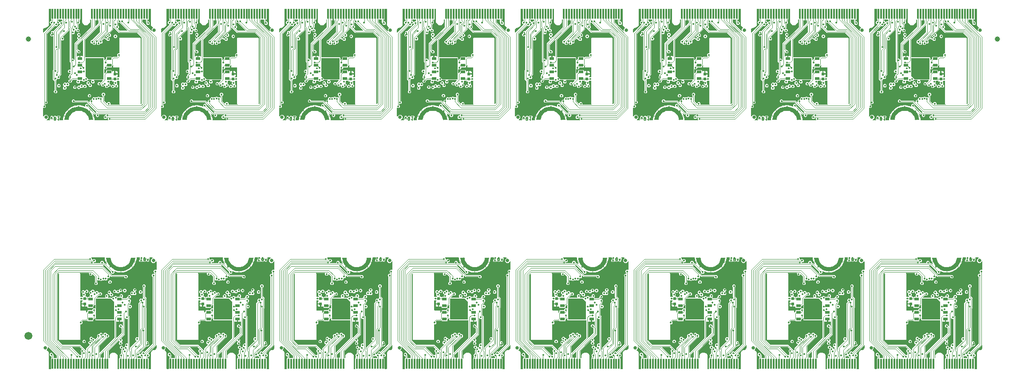
<source format=gbl>
G04 EAGLE Gerber RS-274X export*
G75*
%MOMM*%
%FSLAX34Y34*%
%LPD*%
%INBottom Copper*%
%IPPOS*%
%AMOC8*
5,1,8,0,0,1.08239X$1,22.5*%
G01*
%ADD10C,0.127000*%
%ADD11C,0.635000*%
%ADD12R,0.850000X0.500000*%
%ADD13R,0.600000X0.600000*%
%ADD14R,0.350000X1.950000*%
%ADD15C,0.352400*%
%ADD16C,0.101600*%
%ADD17C,1.000000*%
%ADD18C,1.500000*%
%ADD19C,0.355600*%

G36*
X1140282Y480279D02*
X1140282Y480279D01*
X1140304Y480277D01*
X1140379Y480299D01*
X1140457Y480314D01*
X1140475Y480327D01*
X1140496Y480333D01*
X1140557Y480383D01*
X1140622Y480427D01*
X1140634Y480446D01*
X1140652Y480459D01*
X1140689Y480529D01*
X1140732Y480595D01*
X1140736Y480617D01*
X1140746Y480636D01*
X1140753Y480715D01*
X1140767Y480792D01*
X1140762Y480814D01*
X1140764Y480836D01*
X1140736Y480935D01*
X1140724Y480988D01*
X1140717Y480997D01*
X1140714Y481009D01*
X1140115Y482206D01*
X1141525Y486435D01*
X1141534Y486507D01*
X1141551Y486577D01*
X1141546Y486607D01*
X1141550Y486634D01*
X1141535Y486684D01*
X1141526Y486750D01*
X1141822Y487342D01*
X1141831Y487374D01*
X1141850Y487409D01*
X1142059Y488038D01*
X1142112Y488079D01*
X1142174Y488117D01*
X1142192Y488142D01*
X1142213Y488158D01*
X1142239Y488204D01*
X1142278Y488257D01*
X1142907Y488466D01*
X1142936Y488483D01*
X1142973Y488494D01*
X1143567Y488790D01*
X1143633Y488782D01*
X1143703Y488765D01*
X1143734Y488770D01*
X1143760Y488767D01*
X1143810Y488781D01*
X1143876Y488790D01*
X1144469Y488494D01*
X1144501Y488485D01*
X1144535Y488466D01*
X1145164Y488257D01*
X1145205Y488204D01*
X1145243Y488142D01*
X1145268Y488124D01*
X1145284Y488103D01*
X1145330Y488078D01*
X1145383Y488038D01*
X1145592Y487409D01*
X1145609Y487380D01*
X1145620Y487343D01*
X1145938Y486706D01*
X1146004Y486621D01*
X1146061Y486548D01*
X1146062Y486548D01*
X1146151Y486498D01*
X1146236Y486450D01*
X1146237Y486450D01*
X1146329Y486440D01*
X1146435Y486428D01*
X1146436Y486428D01*
X1146521Y486453D01*
X1146628Y486484D01*
X1146628Y486485D01*
X1146629Y486485D01*
X1146703Y486546D01*
X1146783Y486611D01*
X1146784Y486611D01*
X1146872Y486769D01*
X1147083Y487384D01*
X1148824Y488628D01*
X1150963Y488628D01*
X1152470Y487551D01*
X1152528Y487525D01*
X1152582Y487491D01*
X1152619Y487485D01*
X1152653Y487469D01*
X1152717Y487468D01*
X1152780Y487457D01*
X1152816Y487466D01*
X1152853Y487465D01*
X1152913Y487488D01*
X1152975Y487503D01*
X1153008Y487526D01*
X1153040Y487538D01*
X1153074Y487571D01*
X1153123Y487606D01*
X1154145Y488628D01*
X1159357Y488628D01*
X1160548Y487437D01*
X1160548Y485753D01*
X1159357Y484562D01*
X1159291Y484562D01*
X1159286Y484561D01*
X1159281Y484562D01*
X1159188Y484541D01*
X1159095Y484523D01*
X1159090Y484520D01*
X1159085Y484519D01*
X1159008Y484463D01*
X1158929Y484410D01*
X1158926Y484406D01*
X1158922Y484403D01*
X1158871Y484321D01*
X1158820Y484242D01*
X1158819Y484237D01*
X1158816Y484232D01*
X1158784Y484055D01*
X1158784Y480782D01*
X1158785Y480777D01*
X1158784Y480772D01*
X1158805Y480679D01*
X1158824Y480585D01*
X1158827Y480581D01*
X1158828Y480576D01*
X1158883Y480498D01*
X1158936Y480420D01*
X1158941Y480417D01*
X1158944Y480413D01*
X1159025Y480362D01*
X1159104Y480310D01*
X1159109Y480310D01*
X1159114Y480307D01*
X1159291Y480275D01*
X1164606Y480275D01*
X1164652Y480284D01*
X1164699Y480283D01*
X1164749Y480304D01*
X1164802Y480314D01*
X1164841Y480341D01*
X1164885Y480358D01*
X1164923Y480397D01*
X1164968Y480427D01*
X1164994Y480466D01*
X1165027Y480500D01*
X1165048Y480550D01*
X1165077Y480595D01*
X1165086Y480641D01*
X1165104Y480685D01*
X1165104Y480746D01*
X1165113Y480792D01*
X1165106Y480825D01*
X1165106Y480865D01*
X1165099Y480906D01*
X1165119Y481112D01*
X1165117Y481135D01*
X1165122Y481161D01*
X1165122Y481367D01*
X1165147Y481460D01*
X1165149Y481498D01*
X1165162Y481542D01*
X1165291Y482867D01*
X1165291Y482868D01*
X1165292Y482868D01*
X1165937Y486008D01*
X1166567Y487993D01*
X1169326Y487993D01*
X1168369Y485089D01*
X1168369Y485079D01*
X1168360Y485053D01*
X1167667Y481042D01*
X1167671Y481004D01*
X1167666Y480967D01*
X1167679Y480936D01*
X1167683Y480904D01*
X1167707Y480874D01*
X1167722Y480839D01*
X1167750Y480821D01*
X1167771Y480795D01*
X1167807Y480783D01*
X1167839Y480762D01*
X1167897Y480753D01*
X1167903Y480751D01*
X1167907Y480752D01*
X1167913Y480751D01*
X1175913Y480751D01*
X1175977Y480769D01*
X1176047Y480790D01*
X1176092Y480841D01*
X1176139Y480895D01*
X1176139Y480896D01*
X1176160Y480967D01*
X1176541Y483829D01*
X1177360Y486578D01*
X1178599Y489164D01*
X1180228Y491525D01*
X1182205Y493603D01*
X1184483Y495345D01*
X1187006Y496709D01*
X1189711Y497662D01*
X1192532Y498180D01*
X1195413Y498251D01*
X1198293Y498180D01*
X1201114Y497662D01*
X1203819Y496709D01*
X1206342Y495345D01*
X1208620Y493603D01*
X1210598Y491525D01*
X1212226Y489164D01*
X1213465Y486578D01*
X1214284Y483829D01*
X1214333Y483459D01*
X1214367Y483210D01*
X1214433Y482711D01*
X1214466Y482462D01*
X1214533Y481964D01*
X1214566Y481714D01*
X1214632Y481216D01*
X1214666Y480967D01*
X1214698Y480895D01*
X1214722Y480839D01*
X1214783Y480799D01*
X1214839Y480762D01*
X1214913Y480751D01*
X1215910Y480751D01*
X1215926Y480679D01*
X1215945Y480585D01*
X1215948Y480581D01*
X1215949Y480576D01*
X1216004Y480498D01*
X1216057Y480420D01*
X1216062Y480417D01*
X1216065Y480413D01*
X1216146Y480362D01*
X1216225Y480310D01*
X1216231Y480310D01*
X1216235Y480307D01*
X1216412Y480275D01*
X1216413Y480275D01*
X1216418Y480276D01*
X1216423Y480275D01*
X1216516Y480296D01*
X1216609Y480314D01*
X1216614Y480317D01*
X1216619Y480318D01*
X1216697Y480374D01*
X1216775Y480427D01*
X1216778Y480431D01*
X1216782Y480434D01*
X1216833Y480516D01*
X1216884Y480595D01*
X1216885Y480600D01*
X1216888Y480605D01*
X1216914Y480751D01*
X1222913Y480751D01*
X1222950Y480762D01*
X1222989Y480763D01*
X1223016Y480781D01*
X1223047Y480790D01*
X1223073Y480819D01*
X1223105Y480841D01*
X1223118Y480871D01*
X1223139Y480895D01*
X1223145Y480934D01*
X1223160Y480970D01*
X1223158Y481026D01*
X1223160Y481033D01*
X1223158Y481037D01*
X1223158Y481044D01*
X1222438Y485042D01*
X1222434Y485051D01*
X1222429Y485077D01*
X1221451Y487993D01*
X1224209Y487993D01*
X1224764Y486369D01*
X1224772Y486335D01*
X1225507Y483006D01*
X1225661Y481551D01*
X1225671Y481516D01*
X1225675Y481473D01*
X1225703Y481367D01*
X1225703Y481174D01*
X1225708Y481149D01*
X1225706Y481120D01*
X1225726Y480928D01*
X1225716Y480861D01*
X1225718Y480816D01*
X1225710Y480772D01*
X1225722Y480717D01*
X1225724Y480661D01*
X1225744Y480620D01*
X1225753Y480576D01*
X1225786Y480530D01*
X1225810Y480479D01*
X1225843Y480449D01*
X1225869Y480413D01*
X1225917Y480383D01*
X1225959Y480345D01*
X1226001Y480331D01*
X1226040Y480307D01*
X1226102Y480295D01*
X1226148Y480279D01*
X1226180Y480281D01*
X1226217Y480275D01*
X1251090Y480275D01*
X1251093Y480275D01*
X1251095Y480275D01*
X1251190Y480295D01*
X1251287Y480314D01*
X1251289Y480316D01*
X1251291Y480316D01*
X1251372Y480372D01*
X1251452Y480427D01*
X1251454Y480429D01*
X1251456Y480431D01*
X1251509Y480514D01*
X1251562Y480595D01*
X1251562Y480598D01*
X1251564Y480600D01*
X1251580Y480696D01*
X1251597Y480792D01*
X1251597Y480795D01*
X1251597Y480797D01*
X1251575Y480890D01*
X1251554Y480988D01*
X1251552Y480990D01*
X1251552Y480993D01*
X1251449Y481141D01*
X1250797Y481793D01*
X1250797Y483997D01*
X1250796Y484002D01*
X1250797Y484007D01*
X1250776Y484100D01*
X1250757Y484194D01*
X1250754Y484198D01*
X1250753Y484203D01*
X1250698Y484281D01*
X1250645Y484359D01*
X1250640Y484362D01*
X1250637Y484366D01*
X1250556Y484417D01*
X1250477Y484469D01*
X1250471Y484469D01*
X1250467Y484472D01*
X1250290Y484504D01*
X1249148Y484504D01*
X1249140Y484503D01*
X1249133Y484504D01*
X1249043Y484483D01*
X1248952Y484465D01*
X1248945Y484460D01*
X1248937Y484458D01*
X1248789Y484356D01*
X1247356Y482922D01*
X1244725Y482922D01*
X1242865Y484783D01*
X1242865Y487414D01*
X1244725Y489274D01*
X1246480Y489274D01*
X1246485Y489275D01*
X1246490Y489274D01*
X1246583Y489295D01*
X1246676Y489313D01*
X1246680Y489316D01*
X1246686Y489318D01*
X1246763Y489373D01*
X1246842Y489426D01*
X1246845Y489430D01*
X1246849Y489434D01*
X1246900Y489515D01*
X1246951Y489594D01*
X1246952Y489599D01*
X1246955Y489604D01*
X1246987Y489781D01*
X1246987Y490601D01*
X1246986Y490606D01*
X1246987Y490611D01*
X1246966Y490704D01*
X1246947Y490798D01*
X1246944Y490802D01*
X1246943Y490807D01*
X1246888Y490885D01*
X1246835Y490963D01*
X1246830Y490966D01*
X1246827Y490970D01*
X1246746Y491021D01*
X1246667Y491073D01*
X1246661Y491073D01*
X1246657Y491076D01*
X1246480Y491108D01*
X1234796Y491108D01*
X1234790Y491107D01*
X1234785Y491108D01*
X1234692Y491087D01*
X1234599Y491069D01*
X1234595Y491066D01*
X1234590Y491065D01*
X1234512Y491009D01*
X1234433Y490956D01*
X1234430Y490952D01*
X1234426Y490949D01*
X1234376Y490867D01*
X1234324Y490788D01*
X1234323Y490783D01*
X1234320Y490778D01*
X1234288Y490601D01*
X1234288Y488397D01*
X1232428Y486536D01*
X1229797Y486536D01*
X1227937Y488397D01*
X1227937Y490601D01*
X1227936Y490606D01*
X1227937Y490611D01*
X1227916Y490704D01*
X1227897Y490798D01*
X1227894Y490802D01*
X1227893Y490807D01*
X1227838Y490885D01*
X1227785Y490963D01*
X1227780Y490966D01*
X1227777Y490970D01*
X1227696Y491021D01*
X1227617Y491073D01*
X1227611Y491073D01*
X1227607Y491076D01*
X1227430Y491108D01*
X1224989Y491108D01*
X1223191Y492906D01*
X1223179Y492914D01*
X1223171Y492925D01*
X1223097Y492969D01*
X1223024Y493017D01*
X1223010Y493020D01*
X1222999Y493027D01*
X1222913Y493039D01*
X1222827Y493055D01*
X1222814Y493052D01*
X1222800Y493054D01*
X1222716Y493031D01*
X1222631Y493013D01*
X1222620Y493005D01*
X1222606Y493002D01*
X1222538Y492949D01*
X1222466Y492899D01*
X1222459Y492887D01*
X1222448Y492879D01*
X1222406Y492804D01*
X1222359Y492730D01*
X1222357Y492716D01*
X1222350Y492704D01*
X1222340Y492618D01*
X1222325Y492532D01*
X1222328Y492519D01*
X1222327Y492505D01*
X1222363Y492370D01*
X1222371Y492337D01*
X1222373Y492334D01*
X1222374Y492331D01*
X1223651Y489627D01*
X1223862Y489007D01*
X1221100Y489007D01*
X1219286Y492585D01*
X1219280Y492592D01*
X1219268Y492616D01*
X1216925Y495935D01*
X1216920Y495939D01*
X1216920Y498967D01*
X1216901Y499061D01*
X1216884Y499156D01*
X1216881Y499160D01*
X1216880Y499164D01*
X1216858Y499196D01*
X1216788Y499309D01*
X1216776Y499318D01*
X1216768Y499330D01*
X1216767Y499330D01*
X1216696Y499377D01*
X1216626Y499428D01*
X1216612Y499431D01*
X1216599Y499439D01*
X1216515Y499454D01*
X1216431Y499475D01*
X1216417Y499472D01*
X1216402Y499475D01*
X1216318Y499456D01*
X1216234Y499442D01*
X1216221Y499435D01*
X1216206Y499431D01*
X1216136Y499381D01*
X1216064Y499336D01*
X1216055Y499324D01*
X1216043Y499315D01*
X1215998Y499242D01*
X1215948Y499172D01*
X1215945Y499158D01*
X1215937Y499145D01*
X1215914Y499015D01*
X1215905Y498976D01*
X1215906Y498972D01*
X1215905Y498968D01*
X1215905Y497011D01*
X1214102Y498907D01*
X1214094Y498912D01*
X1214076Y498931D01*
X1210879Y501438D01*
X1210870Y501442D01*
X1210849Y501458D01*
X1207323Y503475D01*
X1207313Y503478D01*
X1207290Y503491D01*
X1203509Y504975D01*
X1203499Y504976D01*
X1203474Y504986D01*
X1199517Y505906D01*
X1199508Y505906D01*
X1199482Y505912D01*
X1195433Y506248D01*
X1195423Y506246D01*
X1195394Y506249D01*
X1191335Y505940D01*
X1191326Y505936D01*
X1191299Y505934D01*
X1187330Y505034D01*
X1187321Y505029D01*
X1187295Y505023D01*
X1183500Y503551D01*
X1183492Y503545D01*
X1183467Y503535D01*
X1179929Y501522D01*
X1179922Y501515D01*
X1179899Y501502D01*
X1176694Y498993D01*
X1176688Y498985D01*
X1176667Y498968D01*
X1173864Y496016D01*
X1173860Y496008D01*
X1173841Y495988D01*
X1171502Y492657D01*
X1171498Y492648D01*
X1171483Y492626D01*
X1169666Y489007D01*
X1166890Y489007D01*
X1166908Y489063D01*
X1167712Y490899D01*
X1168194Y492000D01*
X1169246Y493847D01*
X1169781Y494786D01*
X1171075Y496588D01*
X1171651Y497390D01*
X1173174Y499099D01*
X1173784Y499783D01*
X1176157Y501940D01*
X1178741Y503836D01*
X1181511Y505450D01*
X1184436Y506765D01*
X1187481Y507766D01*
X1190615Y508443D01*
X1193803Y508787D01*
X1194993Y508790D01*
X1195018Y508795D01*
X1195418Y508791D01*
X1195420Y508791D01*
X1195423Y508791D01*
X1195424Y508791D01*
X1195425Y508791D01*
X1195826Y508792D01*
X1195854Y508786D01*
X1197163Y508773D01*
X1200581Y508353D01*
X1203930Y507555D01*
X1206938Y506470D01*
X1207029Y506457D01*
X1207120Y506440D01*
X1207128Y506442D01*
X1207136Y506441D01*
X1207225Y506464D01*
X1207316Y506484D01*
X1207322Y506489D01*
X1207330Y506491D01*
X1207403Y506546D01*
X1207479Y506600D01*
X1207483Y506607D01*
X1207490Y506612D01*
X1207536Y506692D01*
X1207585Y506770D01*
X1207586Y506779D01*
X1207590Y506785D01*
X1207597Y506835D01*
X1207617Y506947D01*
X1207617Y509315D01*
X1209477Y511176D01*
X1212108Y511176D01*
X1213968Y509315D01*
X1213968Y507730D01*
X1213970Y507722D01*
X1213969Y507714D01*
X1213990Y507624D01*
X1214008Y507533D01*
X1214012Y507526D01*
X1214014Y507519D01*
X1214117Y507371D01*
X1226419Y495068D01*
X1226426Y495064D01*
X1226431Y495058D01*
X1226509Y495009D01*
X1226586Y494957D01*
X1226594Y494956D01*
X1226601Y494952D01*
X1226778Y494920D01*
X1228843Y494920D01*
X1228846Y494920D01*
X1228848Y494920D01*
X1228943Y494940D01*
X1229040Y494959D01*
X1229042Y494961D01*
X1229044Y494961D01*
X1229124Y495017D01*
X1229205Y495072D01*
X1229207Y495074D01*
X1229209Y495076D01*
X1229262Y495159D01*
X1229315Y495240D01*
X1229315Y495243D01*
X1229317Y495245D01*
X1229333Y495340D01*
X1229350Y495437D01*
X1229350Y495440D01*
X1229350Y495443D01*
X1229328Y495536D01*
X1229307Y495633D01*
X1229305Y495635D01*
X1229305Y495638D01*
X1229202Y495786D01*
X1229058Y495929D01*
X1211422Y513566D01*
X1211415Y513570D01*
X1211411Y513576D01*
X1211332Y513625D01*
X1211255Y513677D01*
X1211247Y513678D01*
X1211240Y513682D01*
X1211063Y513714D01*
X1184077Y513714D01*
X1182217Y515575D01*
X1182217Y518205D01*
X1184077Y520066D01*
X1186708Y520066D01*
X1188568Y518205D01*
X1188568Y518033D01*
X1188569Y518028D01*
X1188568Y518023D01*
X1188589Y517930D01*
X1188608Y517836D01*
X1188611Y517832D01*
X1188612Y517827D01*
X1188667Y517749D01*
X1188721Y517671D01*
X1188725Y517668D01*
X1188728Y517664D01*
X1188809Y517613D01*
X1188889Y517561D01*
X1188894Y517561D01*
X1188898Y517558D01*
X1189076Y517526D01*
X1212852Y517526D01*
X1215252Y515126D01*
X1215254Y515125D01*
X1215255Y515122D01*
X1215336Y515070D01*
X1215419Y515015D01*
X1215421Y515015D01*
X1215423Y515013D01*
X1215519Y514996D01*
X1215615Y514978D01*
X1215618Y514978D01*
X1215621Y514978D01*
X1215717Y514999D01*
X1215812Y515019D01*
X1215814Y515021D01*
X1215816Y515021D01*
X1215896Y515078D01*
X1215976Y515133D01*
X1215978Y515136D01*
X1215980Y515137D01*
X1216031Y515220D01*
X1216084Y515303D01*
X1216084Y515305D01*
X1216086Y515307D01*
X1216118Y515485D01*
X1216118Y517697D01*
X1217978Y519558D01*
X1220318Y519558D01*
X1220323Y519559D01*
X1220328Y519558D01*
X1220421Y519579D01*
X1220514Y519597D01*
X1220518Y519600D01*
X1220524Y519601D01*
X1220601Y519657D01*
X1220680Y519710D01*
X1220683Y519714D01*
X1220687Y519717D01*
X1220738Y519799D01*
X1220789Y519878D01*
X1220790Y519883D01*
X1220793Y519888D01*
X1220825Y520065D01*
X1220825Y522015D01*
X1222685Y523876D01*
X1225316Y523876D01*
X1225928Y523264D01*
X1225932Y523261D01*
X1225935Y523257D01*
X1226016Y523206D01*
X1226095Y523153D01*
X1226100Y523152D01*
X1226104Y523149D01*
X1226198Y523133D01*
X1226292Y523115D01*
X1226297Y523116D01*
X1226302Y523116D01*
X1226395Y523137D01*
X1226488Y523157D01*
X1226492Y523160D01*
X1226497Y523161D01*
X1226645Y523264D01*
X1227257Y523876D01*
X1229897Y523876D01*
X1229953Y523841D01*
X1230032Y523788D01*
X1230037Y523787D01*
X1230041Y523784D01*
X1230135Y523768D01*
X1230229Y523750D01*
X1230234Y523751D01*
X1230239Y523751D01*
X1230332Y523772D01*
X1230425Y523792D01*
X1230429Y523795D01*
X1230434Y523796D01*
X1230582Y523899D01*
X1231829Y525146D01*
X1234460Y525146D01*
X1235707Y523899D01*
X1235711Y523896D01*
X1235714Y523892D01*
X1235794Y523841D01*
X1235874Y523788D01*
X1235879Y523787D01*
X1235883Y523784D01*
X1235977Y523768D01*
X1236071Y523750D01*
X1236076Y523751D01*
X1236081Y523751D01*
X1236174Y523772D01*
X1236267Y523792D01*
X1236271Y523795D01*
X1236276Y523796D01*
X1236391Y523876D01*
X1239032Y523876D01*
X1239771Y523137D01*
X1239773Y523135D01*
X1239775Y523133D01*
X1239855Y523081D01*
X1239938Y523026D01*
X1239941Y523025D01*
X1239943Y523024D01*
X1240038Y523007D01*
X1240135Y522988D01*
X1240137Y522989D01*
X1240140Y522988D01*
X1240236Y523010D01*
X1240331Y523030D01*
X1240333Y523031D01*
X1240336Y523032D01*
X1240415Y523088D01*
X1240496Y523144D01*
X1240497Y523146D01*
X1240499Y523148D01*
X1240551Y523231D01*
X1240603Y523313D01*
X1240603Y523316D01*
X1240605Y523318D01*
X1240637Y523495D01*
X1240637Y526794D01*
X1240635Y526802D01*
X1240637Y526810D01*
X1240616Y526900D01*
X1240597Y526991D01*
X1240593Y526997D01*
X1240591Y527005D01*
X1240488Y527153D01*
X1239367Y528275D01*
X1239367Y530905D01*
X1241227Y532766D01*
X1243858Y532766D01*
X1245718Y530905D01*
X1245718Y528275D01*
X1244597Y527153D01*
X1244593Y527147D01*
X1244586Y527142D01*
X1244537Y527063D01*
X1244486Y526986D01*
X1244484Y526978D01*
X1244480Y526972D01*
X1244448Y526794D01*
X1244448Y516620D01*
X1244450Y516612D01*
X1244449Y516604D01*
X1244470Y516514D01*
X1244488Y516423D01*
X1244492Y516416D01*
X1244494Y516409D01*
X1244597Y516261D01*
X1248661Y512197D01*
X1248663Y512195D01*
X1248665Y512193D01*
X1248745Y512141D01*
X1248828Y512086D01*
X1248831Y512085D01*
X1248833Y512084D01*
X1248929Y512067D01*
X1249025Y512048D01*
X1249027Y512049D01*
X1249030Y512048D01*
X1249126Y512070D01*
X1249221Y512090D01*
X1249223Y512091D01*
X1249226Y512092D01*
X1249305Y512148D01*
X1249386Y512204D01*
X1249387Y512206D01*
X1249389Y512208D01*
X1249441Y512291D01*
X1249493Y512373D01*
X1249493Y512376D01*
X1249495Y512378D01*
X1249527Y512555D01*
X1249527Y513125D01*
X1251387Y514986D01*
X1254018Y514986D01*
X1255878Y513125D01*
X1255878Y510413D01*
X1255879Y510408D01*
X1255878Y510403D01*
X1255899Y510310D01*
X1255918Y510216D01*
X1255921Y510212D01*
X1255922Y510207D01*
X1255977Y510129D01*
X1256031Y510051D01*
X1256035Y510048D01*
X1256038Y510044D01*
X1256119Y509993D01*
X1256199Y509941D01*
X1256204Y509941D01*
X1256208Y509938D01*
X1256386Y509906D01*
X1273006Y509906D01*
X1273008Y509906D01*
X1273011Y509906D01*
X1273106Y509926D01*
X1273202Y509945D01*
X1273204Y509947D01*
X1273207Y509947D01*
X1273287Y510003D01*
X1273368Y510058D01*
X1273369Y510060D01*
X1273371Y510062D01*
X1273425Y510145D01*
X1273477Y510226D01*
X1273478Y510229D01*
X1273479Y510231D01*
X1273495Y510327D01*
X1273513Y510423D01*
X1273512Y510426D01*
X1273513Y510428D01*
X1273491Y510523D01*
X1273469Y510619D01*
X1273468Y510621D01*
X1273467Y510624D01*
X1273364Y510772D01*
X1272515Y511621D01*
X1272515Y555117D01*
X1272514Y555122D01*
X1272515Y555127D01*
X1272494Y555220D01*
X1272475Y555314D01*
X1272472Y555318D01*
X1272471Y555323D01*
X1272416Y555401D01*
X1272363Y555479D01*
X1272358Y555482D01*
X1272355Y555486D01*
X1272274Y555537D01*
X1272195Y555589D01*
X1272189Y555589D01*
X1272185Y555592D01*
X1272008Y555624D01*
X1269068Y555624D01*
X1269062Y555623D01*
X1269057Y555624D01*
X1268964Y555603D01*
X1268871Y555585D01*
X1268867Y555582D01*
X1268862Y555581D01*
X1268784Y555525D01*
X1268705Y555472D01*
X1268702Y555468D01*
X1268698Y555465D01*
X1268648Y555383D01*
X1268596Y555304D01*
X1268595Y555299D01*
X1268592Y555294D01*
X1268560Y555117D01*
X1268560Y554991D01*
X1267680Y554111D01*
X1267677Y554107D01*
X1267673Y554104D01*
X1267622Y554024D01*
X1267569Y553944D01*
X1267568Y553939D01*
X1267565Y553934D01*
X1267550Y553841D01*
X1267532Y553747D01*
X1267533Y553742D01*
X1267532Y553737D01*
X1267553Y553644D01*
X1267573Y553551D01*
X1267576Y553547D01*
X1267577Y553542D01*
X1267680Y553394D01*
X1268578Y552495D01*
X1268578Y549865D01*
X1268347Y549634D01*
X1268345Y549629D01*
X1268340Y549626D01*
X1268289Y549546D01*
X1268236Y549467D01*
X1268235Y549462D01*
X1268233Y549457D01*
X1268217Y549364D01*
X1268199Y549270D01*
X1268200Y549265D01*
X1268199Y549260D01*
X1268221Y549167D01*
X1268240Y549074D01*
X1268243Y549070D01*
X1268245Y549064D01*
X1268347Y548916D01*
X1270278Y546986D01*
X1270278Y544355D01*
X1268418Y542494D01*
X1265787Y542494D01*
X1264364Y543917D01*
X1264362Y543919D01*
X1264361Y543921D01*
X1264280Y543973D01*
X1264197Y544028D01*
X1264195Y544029D01*
X1264193Y544030D01*
X1264096Y544047D01*
X1264000Y544066D01*
X1263998Y544065D01*
X1263995Y544066D01*
X1263899Y544044D01*
X1263804Y544024D01*
X1263802Y544023D01*
X1263800Y544022D01*
X1263720Y543966D01*
X1263640Y543910D01*
X1263638Y543908D01*
X1263636Y543906D01*
X1263584Y543822D01*
X1263532Y543741D01*
X1263532Y543738D01*
X1263530Y543736D01*
X1263498Y543559D01*
X1263498Y543515D01*
X1261638Y541654D01*
X1259007Y541654D01*
X1257147Y543515D01*
X1257147Y546145D01*
X1259007Y548006D01*
X1261638Y548006D01*
X1263061Y546583D01*
X1263063Y546581D01*
X1263064Y546579D01*
X1263145Y546527D01*
X1263228Y546472D01*
X1263230Y546471D01*
X1263233Y546470D01*
X1263329Y546453D01*
X1263425Y546434D01*
X1263427Y546435D01*
X1263430Y546434D01*
X1263526Y546456D01*
X1263621Y546476D01*
X1263623Y546477D01*
X1263625Y546478D01*
X1263705Y546535D01*
X1263785Y546590D01*
X1263787Y546593D01*
X1263789Y546594D01*
X1263841Y546678D01*
X1263893Y546759D01*
X1263893Y546762D01*
X1263895Y546764D01*
X1263927Y546942D01*
X1263927Y546986D01*
X1264158Y547216D01*
X1264161Y547221D01*
X1264165Y547224D01*
X1264216Y547304D01*
X1264269Y547383D01*
X1264270Y547389D01*
X1264272Y547393D01*
X1264288Y547487D01*
X1264306Y547580D01*
X1264305Y547585D01*
X1264306Y547591D01*
X1264284Y547683D01*
X1264265Y547776D01*
X1264262Y547781D01*
X1264260Y547786D01*
X1264158Y547934D01*
X1262227Y549865D01*
X1262227Y552495D01*
X1263038Y553306D01*
X1263039Y553309D01*
X1263041Y553310D01*
X1263093Y553390D01*
X1263149Y553473D01*
X1263149Y553476D01*
X1263151Y553478D01*
X1263168Y553574D01*
X1263186Y553670D01*
X1263186Y553673D01*
X1263186Y553675D01*
X1263165Y553772D01*
X1263145Y553866D01*
X1263143Y553868D01*
X1263143Y553871D01*
X1263086Y553951D01*
X1263030Y554031D01*
X1263028Y554032D01*
X1263027Y554034D01*
X1262943Y554086D01*
X1262861Y554138D01*
X1262859Y554139D01*
X1262856Y554140D01*
X1262679Y554172D01*
X1260584Y554172D01*
X1259765Y554991D01*
X1259765Y556101D01*
X1259764Y556104D01*
X1259765Y556106D01*
X1259745Y556201D01*
X1259725Y556297D01*
X1259724Y556300D01*
X1259723Y556302D01*
X1259667Y556383D01*
X1259613Y556463D01*
X1259610Y556465D01*
X1259609Y556467D01*
X1259525Y556520D01*
X1259445Y556573D01*
X1259442Y556573D01*
X1259440Y556574D01*
X1259344Y556591D01*
X1259247Y556608D01*
X1259245Y556608D01*
X1259242Y556608D01*
X1259148Y556586D01*
X1259052Y556565D01*
X1259049Y556563D01*
X1259047Y556562D01*
X1258899Y556460D01*
X1257992Y555552D01*
X1255116Y555552D01*
X1255110Y555551D01*
X1255105Y555552D01*
X1255012Y555531D01*
X1254919Y555513D01*
X1254915Y555510D01*
X1254910Y555509D01*
X1254832Y555453D01*
X1254753Y555400D01*
X1254750Y555396D01*
X1254746Y555393D01*
X1254696Y555311D01*
X1254644Y555232D01*
X1254643Y555227D01*
X1254640Y555222D01*
X1254608Y555045D01*
X1254608Y552405D01*
X1253615Y551412D01*
X1253614Y551409D01*
X1253612Y551408D01*
X1253560Y551328D01*
X1253504Y551245D01*
X1253504Y551242D01*
X1253503Y551240D01*
X1253485Y551144D01*
X1253467Y551048D01*
X1253467Y551045D01*
X1253467Y551043D01*
X1253488Y550946D01*
X1253508Y550852D01*
X1253510Y550850D01*
X1253511Y550847D01*
X1253567Y550767D01*
X1253623Y550687D01*
X1253625Y550686D01*
X1253627Y550684D01*
X1253710Y550631D01*
X1253792Y550580D01*
X1253794Y550579D01*
X1253797Y550578D01*
X1253974Y550546D01*
X1254018Y550546D01*
X1255878Y548685D01*
X1255878Y546055D01*
X1254018Y544194D01*
X1252518Y544194D01*
X1252513Y544193D01*
X1252507Y544194D01*
X1252414Y544173D01*
X1252321Y544155D01*
X1252317Y544152D01*
X1252312Y544151D01*
X1252234Y544095D01*
X1252155Y544042D01*
X1252153Y544038D01*
X1252148Y544035D01*
X1252097Y543953D01*
X1252046Y543874D01*
X1252045Y543869D01*
X1252042Y543864D01*
X1252010Y543687D01*
X1252010Y543457D01*
X1250150Y541596D01*
X1247519Y541596D01*
X1245659Y543457D01*
X1245659Y546227D01*
X1245658Y546232D01*
X1245659Y546237D01*
X1245638Y546330D01*
X1245619Y546424D01*
X1245616Y546428D01*
X1245615Y546433D01*
X1245560Y546511D01*
X1245507Y546589D01*
X1245502Y546592D01*
X1245499Y546596D01*
X1245418Y546647D01*
X1245339Y546699D01*
X1245334Y546699D01*
X1245329Y546702D01*
X1245152Y546734D01*
X1244956Y546734D01*
X1244950Y546733D01*
X1244945Y546734D01*
X1244852Y546713D01*
X1244759Y546695D01*
X1244755Y546692D01*
X1244750Y546691D01*
X1244672Y546635D01*
X1244593Y546582D01*
X1244590Y546578D01*
X1244586Y546575D01*
X1244536Y546493D01*
X1244484Y546414D01*
X1244483Y546409D01*
X1244480Y546404D01*
X1244448Y546227D01*
X1244448Y546055D01*
X1242588Y544194D01*
X1239957Y544194D01*
X1238097Y546055D01*
X1238097Y547497D01*
X1238096Y547502D01*
X1238097Y547507D01*
X1238076Y547600D01*
X1238057Y547694D01*
X1238054Y547698D01*
X1238053Y547703D01*
X1237998Y547781D01*
X1237945Y547859D01*
X1237940Y547862D01*
X1237937Y547866D01*
X1237856Y547917D01*
X1237777Y547969D01*
X1237771Y547969D01*
X1237767Y547972D01*
X1237590Y548004D01*
X1237210Y548004D01*
X1237202Y548003D01*
X1237195Y548004D01*
X1237105Y547983D01*
X1237014Y547965D01*
X1237007Y547960D01*
X1236999Y547958D01*
X1236851Y547856D01*
X1235730Y546734D01*
X1233099Y546734D01*
X1231239Y548595D01*
X1231239Y551225D01*
X1233099Y553086D01*
X1235730Y553086D01*
X1236478Y552338D01*
X1236482Y552335D01*
X1236485Y552331D01*
X1236565Y552280D01*
X1236645Y552227D01*
X1236650Y552226D01*
X1236654Y552223D01*
X1236748Y552207D01*
X1236842Y552189D01*
X1236847Y552190D01*
X1236852Y552189D01*
X1236945Y552211D01*
X1237038Y552231D01*
X1237042Y552234D01*
X1237047Y552235D01*
X1237195Y552338D01*
X1240844Y555986D01*
X1240845Y555989D01*
X1240847Y555990D01*
X1240900Y556071D01*
X1240955Y556153D01*
X1240955Y556156D01*
X1240957Y556158D01*
X1240974Y556254D01*
X1240992Y556350D01*
X1240992Y556353D01*
X1240992Y556355D01*
X1240971Y556452D01*
X1240951Y556546D01*
X1240949Y556548D01*
X1240949Y556551D01*
X1240892Y556631D01*
X1240836Y556711D01*
X1240834Y556712D01*
X1240833Y556714D01*
X1240750Y556766D01*
X1240667Y556818D01*
X1240665Y556819D01*
X1240662Y556820D01*
X1240485Y556852D01*
X1224806Y556852D01*
X1224803Y556852D01*
X1224801Y556852D01*
X1224706Y556832D01*
X1224610Y556813D01*
X1224607Y556811D01*
X1224605Y556811D01*
X1224524Y556755D01*
X1224444Y556700D01*
X1224442Y556698D01*
X1224440Y556696D01*
X1224387Y556613D01*
X1224335Y556532D01*
X1224334Y556529D01*
X1224333Y556527D01*
X1224316Y556431D01*
X1224299Y556335D01*
X1224300Y556332D01*
X1224299Y556330D01*
X1224321Y556235D01*
X1224343Y556139D01*
X1224344Y556137D01*
X1224345Y556134D01*
X1224447Y555986D01*
X1225398Y555035D01*
X1225398Y552405D01*
X1223538Y550544D01*
X1220907Y550544D01*
X1219047Y552405D01*
X1219047Y555035D01*
X1219998Y555986D01*
X1219999Y555989D01*
X1220001Y555990D01*
X1220053Y556070D01*
X1220109Y556153D01*
X1220109Y556156D01*
X1220111Y556158D01*
X1220128Y556254D01*
X1220146Y556350D01*
X1220146Y556353D01*
X1220146Y556355D01*
X1220125Y556452D01*
X1220105Y556546D01*
X1220103Y556548D01*
X1220103Y556551D01*
X1220046Y556631D01*
X1219990Y556711D01*
X1219988Y556712D01*
X1219987Y556714D01*
X1219903Y556767D01*
X1219821Y556818D01*
X1219819Y556819D01*
X1219816Y556820D01*
X1219639Y556852D01*
X1213730Y556852D01*
X1213257Y557326D01*
X1213252Y557328D01*
X1213249Y557333D01*
X1213169Y557384D01*
X1213090Y557437D01*
X1213085Y557438D01*
X1213080Y557440D01*
X1212987Y557456D01*
X1212893Y557474D01*
X1212888Y557473D01*
X1212883Y557474D01*
X1212790Y557452D01*
X1212697Y557433D01*
X1212693Y557430D01*
X1212687Y557428D01*
X1212539Y557326D01*
X1210838Y555624D01*
X1208508Y555624D01*
X1208500Y555623D01*
X1208493Y555624D01*
X1208403Y555603D01*
X1208312Y555585D01*
X1208305Y555580D01*
X1208297Y555578D01*
X1208149Y555476D01*
X1206335Y553661D01*
X1203704Y553661D01*
X1201962Y555404D01*
X1201955Y555408D01*
X1201951Y555414D01*
X1201872Y555463D01*
X1201795Y555515D01*
X1201787Y555516D01*
X1201781Y555520D01*
X1201603Y555552D01*
X1197966Y555552D01*
X1197960Y555551D01*
X1197955Y555552D01*
X1197862Y555531D01*
X1197769Y555513D01*
X1197765Y555510D01*
X1197760Y555509D01*
X1197682Y555453D01*
X1197603Y555400D01*
X1197600Y555396D01*
X1197596Y555393D01*
X1197546Y555311D01*
X1197494Y555232D01*
X1197493Y555227D01*
X1197490Y555222D01*
X1197458Y555045D01*
X1197458Y552405D01*
X1195598Y550544D01*
X1192967Y550544D01*
X1191107Y552405D01*
X1191107Y555035D01*
X1191870Y555799D01*
X1191874Y555804D01*
X1191879Y555807D01*
X1191928Y555886D01*
X1191981Y555965D01*
X1191982Y555972D01*
X1191986Y555977D01*
X1192001Y556070D01*
X1192019Y556162D01*
X1192017Y556169D01*
X1192018Y556175D01*
X1192015Y556189D01*
X1192015Y557037D01*
X1192014Y557042D01*
X1192015Y557047D01*
X1191994Y557140D01*
X1191975Y557234D01*
X1191972Y557238D01*
X1191971Y557243D01*
X1191916Y557321D01*
X1191863Y557399D01*
X1191858Y557402D01*
X1191855Y557406D01*
X1191774Y557457D01*
X1191695Y557509D01*
X1191689Y557509D01*
X1191685Y557512D01*
X1191508Y557544D01*
X1184502Y557544D01*
X1184494Y557543D01*
X1184487Y557544D01*
X1184397Y557523D01*
X1184306Y557505D01*
X1184299Y557500D01*
X1184291Y557498D01*
X1184143Y557396D01*
X1182367Y555619D01*
X1182363Y555613D01*
X1182356Y555608D01*
X1182307Y555529D01*
X1182256Y555452D01*
X1182254Y555444D01*
X1182250Y555438D01*
X1182218Y555260D01*
X1182218Y553675D01*
X1180358Y551814D01*
X1177727Y551814D01*
X1175867Y553675D01*
X1175867Y556305D01*
X1177727Y558166D01*
X1179313Y558166D01*
X1179321Y558167D01*
X1179329Y558166D01*
X1179418Y558187D01*
X1179510Y558205D01*
X1179516Y558210D01*
X1179524Y558212D01*
X1179672Y558314D01*
X1179926Y558568D01*
X1179927Y558571D01*
X1179929Y558572D01*
X1179983Y558654D01*
X1180037Y558735D01*
X1180037Y558738D01*
X1180039Y558740D01*
X1180056Y558837D01*
X1180074Y558932D01*
X1180074Y558935D01*
X1180074Y558937D01*
X1180053Y559034D01*
X1180033Y559128D01*
X1180031Y559130D01*
X1180031Y559133D01*
X1179974Y559213D01*
X1179918Y559293D01*
X1179916Y559294D01*
X1179915Y559296D01*
X1179831Y559348D01*
X1179749Y559400D01*
X1179747Y559401D01*
X1179744Y559402D01*
X1179567Y559434D01*
X1177727Y559434D01*
X1175867Y561295D01*
X1175867Y563925D01*
X1176988Y565047D01*
X1176993Y565053D01*
X1176999Y565058D01*
X1177048Y565137D01*
X1177099Y565214D01*
X1177101Y565222D01*
X1177105Y565228D01*
X1177137Y565406D01*
X1177137Y567209D01*
X1179610Y569682D01*
X1179611Y569685D01*
X1179613Y569686D01*
X1179666Y569767D01*
X1179721Y569849D01*
X1179721Y569852D01*
X1179723Y569854D01*
X1179740Y569950D01*
X1179758Y570046D01*
X1179758Y570049D01*
X1179758Y570051D01*
X1179737Y570148D01*
X1179717Y570242D01*
X1179715Y570244D01*
X1179715Y570247D01*
X1179658Y570327D01*
X1179602Y570407D01*
X1179600Y570408D01*
X1179599Y570410D01*
X1179516Y570462D01*
X1179433Y570514D01*
X1179431Y570515D01*
X1179428Y570516D01*
X1179251Y570548D01*
X1176457Y570548D01*
X1174597Y572409D01*
X1174597Y575039D01*
X1176457Y576900D01*
X1179088Y576900D01*
X1179319Y576669D01*
X1179321Y576667D01*
X1179323Y576665D01*
X1179404Y576612D01*
X1179486Y576558D01*
X1179489Y576557D01*
X1179491Y576556D01*
X1179586Y576539D01*
X1179683Y576520D01*
X1179685Y576521D01*
X1179688Y576520D01*
X1179785Y576542D01*
X1179879Y576562D01*
X1179881Y576563D01*
X1179884Y576564D01*
X1179965Y576621D01*
X1180043Y576676D01*
X1180045Y576678D01*
X1180047Y576680D01*
X1180099Y576764D01*
X1180151Y576845D01*
X1180151Y576848D01*
X1180153Y576850D01*
X1180185Y577027D01*
X1180185Y590215D01*
X1180183Y590222D01*
X1180185Y590230D01*
X1180164Y590320D01*
X1180145Y590411D01*
X1180141Y590418D01*
X1180139Y590425D01*
X1180036Y590573D01*
X1178407Y592203D01*
X1178407Y655590D01*
X1178405Y655598D01*
X1178407Y655606D01*
X1178386Y655696D01*
X1178367Y655787D01*
X1178363Y655793D01*
X1178361Y655801D01*
X1178258Y655949D01*
X1178184Y656023D01*
X1178182Y656025D01*
X1178181Y656027D01*
X1178100Y656079D01*
X1178017Y656134D01*
X1178015Y656135D01*
X1178013Y656136D01*
X1177917Y656153D01*
X1177821Y656172D01*
X1177818Y656171D01*
X1177815Y656172D01*
X1177719Y656150D01*
X1177624Y656130D01*
X1177622Y656129D01*
X1177620Y656128D01*
X1177540Y656071D01*
X1177460Y656016D01*
X1177458Y656014D01*
X1177456Y656012D01*
X1177404Y655928D01*
X1177352Y655847D01*
X1177352Y655844D01*
X1177350Y655842D01*
X1177318Y655665D01*
X1177318Y652171D01*
X1165029Y639882D01*
X1165028Y639880D01*
X1165026Y639878D01*
X1164973Y639797D01*
X1164919Y639715D01*
X1164918Y639712D01*
X1164917Y639710D01*
X1164899Y639614D01*
X1164881Y639518D01*
X1164881Y639515D01*
X1164881Y639513D01*
X1164902Y639416D01*
X1164923Y639322D01*
X1164924Y639320D01*
X1164925Y639317D01*
X1164981Y639237D01*
X1165037Y639157D01*
X1165039Y639156D01*
X1165041Y639154D01*
X1165123Y639102D01*
X1165206Y639050D01*
X1165209Y639049D01*
X1165211Y639048D01*
X1165388Y639016D01*
X1165548Y639016D01*
X1167408Y637156D01*
X1167408Y634525D01*
X1165548Y632664D01*
X1162917Y632664D01*
X1162764Y632817D01*
X1162762Y632818D01*
X1162762Y632819D01*
X1162761Y632821D01*
X1162679Y632874D01*
X1162597Y632928D01*
X1162595Y632929D01*
X1162593Y632930D01*
X1162497Y632947D01*
X1162400Y632966D01*
X1162398Y632965D01*
X1162395Y632966D01*
X1162298Y632944D01*
X1162204Y632924D01*
X1162202Y632923D01*
X1162200Y632922D01*
X1162119Y632865D01*
X1162040Y632810D01*
X1162038Y632808D01*
X1162036Y632806D01*
X1161984Y632722D01*
X1161932Y632641D01*
X1161932Y632638D01*
X1161930Y632636D01*
X1161898Y632459D01*
X1161898Y567252D01*
X1160633Y565987D01*
X1159373Y564727D01*
X1159370Y564722D01*
X1159366Y564719D01*
X1159315Y564639D01*
X1159262Y564560D01*
X1159261Y564555D01*
X1159258Y564550D01*
X1159242Y564457D01*
X1159225Y564363D01*
X1159226Y564358D01*
X1159225Y564353D01*
X1159246Y564260D01*
X1159266Y564167D01*
X1159269Y564162D01*
X1159270Y564157D01*
X1159373Y564009D01*
X1159867Y563515D01*
X1159867Y560885D01*
X1158007Y559024D01*
X1155376Y559024D01*
X1155144Y559256D01*
X1155142Y559257D01*
X1155141Y559260D01*
X1155059Y559312D01*
X1154977Y559367D01*
X1154975Y559367D01*
X1154973Y559369D01*
X1154877Y559386D01*
X1154780Y559404D01*
X1154778Y559404D01*
X1154775Y559404D01*
X1154678Y559383D01*
X1154584Y559363D01*
X1154582Y559361D01*
X1154580Y559361D01*
X1154499Y559303D01*
X1154420Y559249D01*
X1154418Y559246D01*
X1154416Y559245D01*
X1154364Y559161D01*
X1154312Y559079D01*
X1154312Y559077D01*
X1154310Y559075D01*
X1154278Y558897D01*
X1154278Y558755D01*
X1152720Y557196D01*
X1152717Y557191D01*
X1152712Y557188D01*
X1152661Y557108D01*
X1152609Y557029D01*
X1152608Y557024D01*
X1152605Y557019D01*
X1152589Y556925D01*
X1152571Y556832D01*
X1152572Y556827D01*
X1152571Y556822D01*
X1152593Y556730D01*
X1152613Y556636D01*
X1152616Y556631D01*
X1152617Y556626D01*
X1152720Y556478D01*
X1153008Y556190D01*
X1153008Y537466D01*
X1153010Y537458D01*
X1153009Y537450D01*
X1153030Y537360D01*
X1153048Y537269D01*
X1153052Y537263D01*
X1153054Y537255D01*
X1153157Y537107D01*
X1154278Y535985D01*
X1154278Y533355D01*
X1152418Y531494D01*
X1149787Y531494D01*
X1147927Y533355D01*
X1147927Y535985D01*
X1149048Y537107D01*
X1149053Y537113D01*
X1149059Y537118D01*
X1149108Y537197D01*
X1149159Y537274D01*
X1149161Y537282D01*
X1149165Y537288D01*
X1149197Y537466D01*
X1149197Y554401D01*
X1149195Y554408D01*
X1149197Y554416D01*
X1149176Y554506D01*
X1149157Y554597D01*
X1149153Y554604D01*
X1149151Y554611D01*
X1149048Y554759D01*
X1145895Y557913D01*
X1145895Y576197D01*
X1146508Y576811D01*
X1146513Y576817D01*
X1146519Y576822D01*
X1146568Y576900D01*
X1146619Y576978D01*
X1146621Y576985D01*
X1146625Y576992D01*
X1146657Y577169D01*
X1146657Y640637D01*
X1146656Y640639D01*
X1146657Y640642D01*
X1146637Y640736D01*
X1146617Y640833D01*
X1146616Y640835D01*
X1146615Y640838D01*
X1146560Y640917D01*
X1146505Y640999D01*
X1146502Y641000D01*
X1146501Y641003D01*
X1146417Y641056D01*
X1146337Y641108D01*
X1146334Y641109D01*
X1146332Y641110D01*
X1146236Y641126D01*
X1146139Y641144D01*
X1146137Y641143D01*
X1146134Y641144D01*
X1146040Y641122D01*
X1145944Y641100D01*
X1145941Y641099D01*
X1145939Y641098D01*
X1145791Y640995D01*
X1144748Y639952D01*
X1143064Y639952D01*
X1141873Y641143D01*
X1141873Y641286D01*
X1141872Y641293D01*
X1141873Y641301D01*
X1141852Y641391D01*
X1141834Y641482D01*
X1141829Y641489D01*
X1141827Y641496D01*
X1141725Y641644D01*
X1140815Y642554D01*
X1140815Y644238D01*
X1141725Y645148D01*
X1141729Y645154D01*
X1141735Y645159D01*
X1141784Y645238D01*
X1141836Y645315D01*
X1141837Y645323D01*
X1141841Y645329D01*
X1141873Y645507D01*
X1141873Y645649D01*
X1143019Y646795D01*
X1143062Y646860D01*
X1143111Y646921D01*
X1143117Y646943D01*
X1143130Y646962D01*
X1143144Y647039D01*
X1143166Y647114D01*
X1143163Y647138D01*
X1143167Y647159D01*
X1143165Y647169D01*
X1143165Y647170D01*
X1143156Y647214D01*
X1143148Y647293D01*
X1142778Y648586D01*
X1143596Y650058D01*
X1145215Y650521D01*
X1146026Y650071D01*
X1146060Y650060D01*
X1146090Y650041D01*
X1146155Y650030D01*
X1146217Y650010D01*
X1146252Y650013D01*
X1146288Y650007D01*
X1146351Y650022D01*
X1146416Y650028D01*
X1146448Y650044D01*
X1146483Y650053D01*
X1146546Y650096D01*
X1146594Y650122D01*
X1146608Y650140D01*
X1146631Y650155D01*
X1159429Y662953D01*
X1159432Y662958D01*
X1159436Y662961D01*
X1159487Y663041D01*
X1159540Y663120D01*
X1159541Y663125D01*
X1159544Y663130D01*
X1159559Y663224D01*
X1159577Y663317D01*
X1159576Y663322D01*
X1159577Y663327D01*
X1159555Y663420D01*
X1159536Y663513D01*
X1159533Y663518D01*
X1159532Y663523D01*
X1159429Y663671D01*
X1158935Y664165D01*
X1158935Y664295D01*
X1158934Y664297D01*
X1158935Y664300D01*
X1158915Y664395D01*
X1158895Y664491D01*
X1158894Y664493D01*
X1158893Y664496D01*
X1158837Y664576D01*
X1158783Y664657D01*
X1158780Y664658D01*
X1158779Y664660D01*
X1158695Y664714D01*
X1158615Y664766D01*
X1158612Y664767D01*
X1158610Y664768D01*
X1158514Y664784D01*
X1158417Y664802D01*
X1158415Y664801D01*
X1158412Y664802D01*
X1158318Y664780D01*
X1158222Y664758D01*
X1158219Y664757D01*
X1158217Y664756D01*
X1158069Y664653D01*
X1156990Y663574D01*
X1156056Y663574D01*
X1156050Y663573D01*
X1156045Y663574D01*
X1155952Y663553D01*
X1155859Y663535D01*
X1155855Y663532D01*
X1155850Y663531D01*
X1155772Y663475D01*
X1155693Y663422D01*
X1155690Y663418D01*
X1155686Y663415D01*
X1155636Y663333D01*
X1155584Y663254D01*
X1155583Y663249D01*
X1155580Y663244D01*
X1155548Y663067D01*
X1155548Y661625D01*
X1153688Y659764D01*
X1151057Y659764D01*
X1150563Y660258D01*
X1150559Y660261D01*
X1150556Y660265D01*
X1150476Y660316D01*
X1150396Y660369D01*
X1150391Y660370D01*
X1150387Y660373D01*
X1150293Y660389D01*
X1150199Y660407D01*
X1150194Y660406D01*
X1150189Y660407D01*
X1150097Y660385D01*
X1150003Y660365D01*
X1149999Y660362D01*
X1149994Y660361D01*
X1149846Y660258D01*
X1134869Y645281D01*
X1134865Y645275D01*
X1134858Y645270D01*
X1134809Y645191D01*
X1134758Y645114D01*
X1134756Y645107D01*
X1134752Y645100D01*
X1134720Y644923D01*
X1134720Y517146D01*
X1134722Y517138D01*
X1134721Y517130D01*
X1134742Y517040D01*
X1134760Y516949D01*
X1134764Y516943D01*
X1134766Y516935D01*
X1134869Y516787D01*
X1135990Y515665D01*
X1135990Y513035D01*
X1134130Y511174D01*
X1131926Y511174D01*
X1131920Y511173D01*
X1131915Y511174D01*
X1131822Y511153D01*
X1131729Y511135D01*
X1131725Y511132D01*
X1131720Y511131D01*
X1131642Y511075D01*
X1131563Y511022D01*
X1131560Y511018D01*
X1131556Y511015D01*
X1131506Y510933D01*
X1131454Y510854D01*
X1131453Y510849D01*
X1131450Y510844D01*
X1131418Y510667D01*
X1131418Y509526D01*
X1131420Y509518D01*
X1131419Y509510D01*
X1131440Y509420D01*
X1131458Y509329D01*
X1131462Y509323D01*
X1131464Y509315D01*
X1131567Y509167D01*
X1132688Y508045D01*
X1132688Y505415D01*
X1130828Y503554D01*
X1128197Y503554D01*
X1128053Y503698D01*
X1128051Y503700D01*
X1128050Y503702D01*
X1127967Y503755D01*
X1127886Y503809D01*
X1127884Y503810D01*
X1127882Y503811D01*
X1127785Y503829D01*
X1127689Y503847D01*
X1127687Y503846D01*
X1127684Y503847D01*
X1127587Y503825D01*
X1127493Y503805D01*
X1127491Y503804D01*
X1127489Y503803D01*
X1127408Y503746D01*
X1127329Y503691D01*
X1127327Y503689D01*
X1127325Y503687D01*
X1127273Y503603D01*
X1127221Y503522D01*
X1127221Y503519D01*
X1127219Y503517D01*
X1127187Y503340D01*
X1127187Y488551D01*
X1127194Y488517D01*
X1127193Y488475D01*
X1127291Y487831D01*
X1127313Y487773D01*
X1127325Y487711D01*
X1127347Y487679D01*
X1127360Y487643D01*
X1127402Y487597D01*
X1127438Y487545D01*
X1127470Y487524D01*
X1127496Y487496D01*
X1127553Y487470D01*
X1127606Y487436D01*
X1127644Y487429D01*
X1127679Y487413D01*
X1127741Y487412D01*
X1127803Y487401D01*
X1127841Y487409D01*
X1127879Y487408D01*
X1127938Y487431D01*
X1127999Y487444D01*
X1128030Y487466D01*
X1128066Y487480D01*
X1128111Y487524D01*
X1128162Y487560D01*
X1128182Y487593D01*
X1128210Y487620D01*
X1128235Y487677D01*
X1128268Y487730D01*
X1128275Y487772D01*
X1128289Y487804D01*
X1128290Y487844D01*
X1130979Y490533D01*
X1134767Y490533D01*
X1137445Y487854D01*
X1137445Y484066D01*
X1134754Y481375D01*
X1134696Y481372D01*
X1134662Y481355D01*
X1134624Y481348D01*
X1134572Y481312D01*
X1134516Y481286D01*
X1134490Y481257D01*
X1134458Y481235D01*
X1134424Y481183D01*
X1134382Y481136D01*
X1134370Y481099D01*
X1134349Y481067D01*
X1134338Y481005D01*
X1134317Y480946D01*
X1134320Y480908D01*
X1134313Y480870D01*
X1134327Y480809D01*
X1134331Y480746D01*
X1134348Y480712D01*
X1134357Y480674D01*
X1134393Y480623D01*
X1134421Y480567D01*
X1134450Y480542D01*
X1134473Y480511D01*
X1134526Y480478D01*
X1134573Y480437D01*
X1134613Y480423D01*
X1134643Y480405D01*
X1134694Y480395D01*
X1134744Y480379D01*
X1135387Y480281D01*
X1135422Y480282D01*
X1135464Y480275D01*
X1140260Y480275D01*
X1140282Y480279D01*
G37*
G36*
X1365351Y480279D02*
X1365351Y480279D01*
X1365373Y480277D01*
X1365449Y480299D01*
X1365526Y480314D01*
X1365544Y480327D01*
X1365566Y480333D01*
X1365627Y480383D01*
X1365692Y480427D01*
X1365704Y480446D01*
X1365721Y480459D01*
X1365758Y480529D01*
X1365801Y480595D01*
X1365805Y480617D01*
X1365815Y480636D01*
X1365823Y480715D01*
X1365837Y480792D01*
X1365832Y480814D01*
X1365834Y480836D01*
X1365805Y480935D01*
X1365793Y480988D01*
X1365787Y480997D01*
X1365783Y481009D01*
X1365185Y482206D01*
X1366594Y486435D01*
X1366603Y486507D01*
X1366620Y486577D01*
X1366616Y486607D01*
X1366619Y486634D01*
X1366605Y486684D01*
X1366595Y486750D01*
X1366892Y487342D01*
X1366900Y487374D01*
X1366919Y487409D01*
X1367129Y488038D01*
X1367181Y488079D01*
X1367243Y488117D01*
X1367261Y488142D01*
X1367282Y488158D01*
X1367308Y488204D01*
X1367348Y488257D01*
X1367976Y488466D01*
X1368005Y488483D01*
X1368043Y488494D01*
X1368636Y488790D01*
X1368702Y488782D01*
X1368773Y488765D01*
X1368803Y488770D01*
X1368829Y488767D01*
X1368880Y488781D01*
X1368945Y488790D01*
X1369538Y488494D01*
X1369570Y488485D01*
X1369605Y488466D01*
X1370234Y488257D01*
X1370275Y488204D01*
X1370313Y488142D01*
X1370337Y488124D01*
X1370353Y488103D01*
X1370399Y488078D01*
X1370452Y488038D01*
X1370662Y487409D01*
X1370678Y487380D01*
X1370689Y487343D01*
X1371008Y486706D01*
X1371074Y486621D01*
X1371131Y486548D01*
X1371220Y486498D01*
X1371306Y486450D01*
X1371398Y486440D01*
X1371505Y486428D01*
X1371506Y486428D01*
X1371590Y486453D01*
X1371697Y486484D01*
X1371698Y486485D01*
X1371773Y486546D01*
X1371853Y486611D01*
X1371941Y486769D01*
X1372152Y487384D01*
X1373893Y488628D01*
X1376032Y488628D01*
X1377539Y487551D01*
X1377598Y487525D01*
X1377652Y487491D01*
X1377688Y487485D01*
X1377722Y487469D01*
X1377786Y487468D01*
X1377850Y487457D01*
X1377886Y487466D01*
X1377922Y487465D01*
X1377982Y487488D01*
X1378045Y487503D01*
X1378078Y487526D01*
X1378109Y487538D01*
X1378143Y487571D01*
X1378193Y487606D01*
X1379215Y488628D01*
X1384427Y488628D01*
X1385617Y487437D01*
X1385617Y485753D01*
X1384427Y484562D01*
X1384361Y484562D01*
X1384356Y484561D01*
X1384350Y484562D01*
X1384257Y484541D01*
X1384164Y484523D01*
X1384160Y484520D01*
X1384155Y484519D01*
X1384077Y484463D01*
X1383998Y484410D01*
X1383996Y484406D01*
X1383991Y484403D01*
X1383941Y484321D01*
X1383889Y484242D01*
X1383888Y484237D01*
X1383885Y484232D01*
X1383853Y484055D01*
X1383853Y480782D01*
X1383854Y480777D01*
X1383854Y480772D01*
X1383874Y480679D01*
X1383893Y480585D01*
X1383896Y480581D01*
X1383897Y480576D01*
X1383952Y480498D01*
X1384006Y480420D01*
X1384010Y480417D01*
X1384013Y480413D01*
X1384095Y480362D01*
X1384174Y480310D01*
X1384179Y480310D01*
X1384183Y480307D01*
X1384361Y480275D01*
X1389675Y480275D01*
X1389721Y480284D01*
X1389768Y480283D01*
X1389818Y480304D01*
X1389872Y480314D01*
X1389911Y480341D01*
X1389954Y480358D01*
X1389993Y480397D01*
X1390037Y480427D01*
X1390063Y480466D01*
X1390096Y480500D01*
X1390117Y480550D01*
X1390147Y480595D01*
X1390155Y480641D01*
X1390173Y480685D01*
X1390174Y480746D01*
X1390182Y480792D01*
X1390175Y480825D01*
X1390176Y480865D01*
X1390169Y480906D01*
X1390189Y481112D01*
X1390186Y481135D01*
X1390191Y481161D01*
X1390191Y481367D01*
X1390216Y481460D01*
X1390218Y481498D01*
X1390231Y481542D01*
X1390361Y482867D01*
X1390928Y485630D01*
X1391006Y486008D01*
X1391637Y487993D01*
X1394395Y487993D01*
X1393439Y485089D01*
X1393438Y485079D01*
X1393430Y485053D01*
X1392736Y481042D01*
X1392741Y481004D01*
X1392735Y480967D01*
X1392748Y480936D01*
X1392752Y480904D01*
X1392776Y480874D01*
X1392792Y480839D01*
X1392819Y480821D01*
X1392840Y480795D01*
X1392877Y480783D01*
X1392909Y480762D01*
X1392966Y480753D01*
X1392973Y480751D01*
X1392976Y480752D01*
X1392982Y480751D01*
X1400982Y480751D01*
X1400983Y480751D01*
X1401046Y480769D01*
X1401116Y480790D01*
X1401117Y480790D01*
X1401161Y480841D01*
X1401208Y480895D01*
X1401208Y480896D01*
X1401229Y480967D01*
X1401611Y483829D01*
X1402430Y486578D01*
X1403669Y489164D01*
X1405297Y491525D01*
X1407275Y493603D01*
X1409553Y495345D01*
X1412076Y496709D01*
X1414781Y497662D01*
X1417601Y498180D01*
X1420482Y498251D01*
X1423363Y498180D01*
X1426183Y497662D01*
X1428889Y496709D01*
X1431411Y495345D01*
X1433689Y493603D01*
X1435667Y491525D01*
X1437295Y489164D01*
X1438534Y486578D01*
X1439353Y483829D01*
X1439403Y483459D01*
X1439436Y483210D01*
X1439502Y482711D01*
X1439536Y482462D01*
X1439602Y481964D01*
X1439635Y481714D01*
X1439702Y481216D01*
X1439735Y480967D01*
X1439767Y480895D01*
X1439792Y480839D01*
X1439852Y480799D01*
X1439908Y480762D01*
X1439909Y480762D01*
X1439982Y480751D01*
X1440979Y480751D01*
X1440995Y480679D01*
X1441014Y480585D01*
X1441017Y480581D01*
X1441018Y480576D01*
X1441073Y480498D01*
X1441127Y480420D01*
X1441131Y480417D01*
X1441134Y480413D01*
X1441216Y480362D01*
X1441295Y480310D01*
X1441300Y480310D01*
X1441305Y480307D01*
X1441482Y480275D01*
X1441487Y480276D01*
X1441492Y480275D01*
X1441586Y480296D01*
X1441679Y480314D01*
X1441683Y480317D01*
X1441688Y480318D01*
X1441766Y480374D01*
X1441844Y480427D01*
X1441847Y480431D01*
X1441852Y480434D01*
X1441902Y480516D01*
X1441954Y480595D01*
X1441955Y480600D01*
X1441957Y480605D01*
X1441984Y480751D01*
X1447982Y480751D01*
X1448020Y480762D01*
X1448059Y480763D01*
X1448085Y480781D01*
X1448116Y480790D01*
X1448142Y480819D01*
X1448174Y480841D01*
X1448187Y480871D01*
X1448208Y480895D01*
X1448214Y480934D01*
X1448229Y480970D01*
X1448228Y481026D01*
X1448229Y481033D01*
X1448228Y481037D01*
X1448227Y481044D01*
X1447507Y485042D01*
X1447503Y485051D01*
X1447498Y485077D01*
X1446520Y487993D01*
X1449279Y487993D01*
X1449834Y486368D01*
X1449875Y486179D01*
X1450576Y483006D01*
X1450730Y481551D01*
X1450741Y481516D01*
X1450745Y481473D01*
X1450773Y481367D01*
X1450773Y481174D01*
X1450778Y481149D01*
X1450776Y481120D01*
X1450796Y480928D01*
X1450785Y480861D01*
X1450787Y480816D01*
X1450779Y480772D01*
X1450791Y480717D01*
X1450794Y480661D01*
X1450813Y480620D01*
X1450823Y480576D01*
X1450855Y480530D01*
X1450879Y480479D01*
X1450913Y480449D01*
X1450939Y480413D01*
X1450987Y480383D01*
X1451028Y480345D01*
X1451071Y480331D01*
X1451109Y480307D01*
X1451171Y480295D01*
X1451218Y480279D01*
X1451249Y480281D01*
X1451286Y480275D01*
X1476160Y480275D01*
X1476162Y480275D01*
X1476165Y480275D01*
X1476260Y480295D01*
X1476356Y480314D01*
X1476358Y480316D01*
X1476361Y480316D01*
X1476441Y480372D01*
X1476522Y480427D01*
X1476523Y480429D01*
X1476525Y480431D01*
X1476578Y480514D01*
X1476631Y480595D01*
X1476632Y480598D01*
X1476633Y480600D01*
X1476649Y480696D01*
X1476667Y480792D01*
X1476666Y480795D01*
X1476667Y480797D01*
X1476645Y480890D01*
X1476623Y480988D01*
X1476622Y480990D01*
X1476621Y480993D01*
X1476518Y481141D01*
X1475866Y481793D01*
X1475866Y483997D01*
X1475865Y484002D01*
X1475866Y484007D01*
X1475845Y484100D01*
X1475827Y484194D01*
X1475824Y484198D01*
X1475823Y484203D01*
X1475767Y484281D01*
X1475714Y484359D01*
X1475710Y484362D01*
X1475707Y484366D01*
X1475625Y484417D01*
X1475546Y484469D01*
X1475541Y484469D01*
X1475536Y484472D01*
X1475359Y484504D01*
X1474218Y484504D01*
X1474210Y484503D01*
X1474202Y484504D01*
X1474112Y484483D01*
X1474021Y484465D01*
X1474015Y484460D01*
X1474007Y484458D01*
X1473859Y484356D01*
X1472426Y482922D01*
X1469795Y482922D01*
X1467934Y484783D01*
X1467934Y487414D01*
X1469795Y489274D01*
X1471549Y489274D01*
X1471554Y489275D01*
X1471559Y489274D01*
X1471652Y489295D01*
X1471746Y489313D01*
X1471750Y489316D01*
X1471755Y489318D01*
X1471833Y489373D01*
X1471911Y489426D01*
X1471914Y489430D01*
X1471918Y489434D01*
X1471969Y489515D01*
X1472021Y489594D01*
X1472021Y489599D01*
X1472024Y489604D01*
X1472056Y489781D01*
X1472056Y490601D01*
X1472055Y490606D01*
X1472056Y490611D01*
X1472035Y490704D01*
X1472017Y490798D01*
X1472014Y490802D01*
X1472013Y490807D01*
X1471957Y490885D01*
X1471904Y490963D01*
X1471900Y490966D01*
X1471897Y490970D01*
X1471815Y491021D01*
X1471736Y491073D01*
X1471731Y491073D01*
X1471726Y491076D01*
X1471549Y491108D01*
X1459865Y491108D01*
X1459860Y491107D01*
X1459855Y491108D01*
X1459762Y491087D01*
X1459668Y491069D01*
X1459664Y491066D01*
X1459659Y491065D01*
X1459581Y491009D01*
X1459503Y490956D01*
X1459500Y490952D01*
X1459496Y490949D01*
X1459445Y490867D01*
X1459393Y490788D01*
X1459393Y490783D01*
X1459390Y490778D01*
X1459358Y490601D01*
X1459358Y488397D01*
X1457497Y486536D01*
X1454867Y486536D01*
X1453006Y488397D01*
X1453006Y490601D01*
X1453005Y490606D01*
X1453006Y490611D01*
X1452985Y490704D01*
X1452967Y490798D01*
X1452964Y490802D01*
X1452963Y490807D01*
X1452907Y490885D01*
X1452854Y490963D01*
X1452850Y490966D01*
X1452847Y490970D01*
X1452765Y491021D01*
X1452686Y491073D01*
X1452681Y491073D01*
X1452676Y491076D01*
X1452499Y491108D01*
X1450059Y491108D01*
X1448794Y492373D01*
X1448260Y492906D01*
X1448249Y492914D01*
X1448241Y492925D01*
X1448166Y492969D01*
X1448093Y493017D01*
X1448080Y493020D01*
X1448068Y493027D01*
X1447982Y493039D01*
X1447897Y493055D01*
X1447883Y493052D01*
X1447869Y493054D01*
X1447786Y493031D01*
X1447701Y493013D01*
X1447689Y493006D01*
X1447676Y493002D01*
X1447607Y492949D01*
X1447536Y492899D01*
X1447528Y492887D01*
X1447518Y492879D01*
X1447475Y492803D01*
X1447428Y492730D01*
X1447426Y492716D01*
X1447419Y492704D01*
X1447409Y492618D01*
X1447395Y492532D01*
X1447398Y492519D01*
X1447396Y492505D01*
X1447433Y492369D01*
X1447440Y492337D01*
X1447442Y492334D01*
X1447443Y492331D01*
X1448720Y489627D01*
X1448932Y489007D01*
X1446169Y489007D01*
X1444356Y492585D01*
X1444349Y492592D01*
X1444337Y492616D01*
X1441994Y495935D01*
X1441989Y495939D01*
X1441989Y498967D01*
X1441970Y499061D01*
X1441953Y499156D01*
X1441951Y499160D01*
X1441950Y499164D01*
X1441928Y499196D01*
X1441857Y499309D01*
X1441845Y499318D01*
X1441837Y499330D01*
X1441765Y499377D01*
X1441696Y499428D01*
X1441681Y499431D01*
X1441669Y499439D01*
X1441584Y499454D01*
X1441501Y499475D01*
X1441486Y499472D01*
X1441472Y499475D01*
X1441388Y499456D01*
X1441303Y499442D01*
X1441290Y499435D01*
X1441276Y499431D01*
X1441206Y499381D01*
X1441133Y499336D01*
X1441124Y499324D01*
X1441112Y499315D01*
X1441067Y499242D01*
X1441018Y499172D01*
X1441014Y499158D01*
X1441007Y499145D01*
X1440983Y499015D01*
X1440975Y498976D01*
X1440975Y498972D01*
X1440975Y498968D01*
X1440975Y497011D01*
X1439172Y498907D01*
X1439163Y498912D01*
X1439145Y498931D01*
X1435949Y501438D01*
X1435940Y501442D01*
X1435918Y501458D01*
X1432392Y503475D01*
X1432383Y503478D01*
X1432360Y503491D01*
X1428578Y504975D01*
X1428568Y504976D01*
X1428543Y504986D01*
X1424587Y505906D01*
X1424577Y505906D01*
X1424551Y505912D01*
X1420503Y506248D01*
X1420493Y506246D01*
X1420463Y506249D01*
X1416405Y505940D01*
X1416395Y505936D01*
X1416368Y505934D01*
X1412399Y505034D01*
X1412390Y505029D01*
X1412364Y505023D01*
X1408569Y503551D01*
X1408562Y503545D01*
X1408536Y503535D01*
X1404999Y501522D01*
X1404992Y501515D01*
X1404968Y501502D01*
X1401763Y498993D01*
X1401758Y498985D01*
X1401736Y498968D01*
X1398934Y496016D01*
X1398929Y496008D01*
X1398911Y495988D01*
X1396571Y492657D01*
X1396568Y492648D01*
X1396552Y492626D01*
X1394736Y489007D01*
X1391959Y489007D01*
X1391977Y489063D01*
X1392986Y491368D01*
X1393263Y492000D01*
X1394552Y494262D01*
X1394850Y494786D01*
X1396407Y496953D01*
X1396721Y497390D01*
X1398527Y499417D01*
X1398854Y499783D01*
X1401226Y501940D01*
X1403811Y503835D01*
X1406581Y505450D01*
X1409505Y506765D01*
X1412550Y507766D01*
X1415685Y508443D01*
X1418872Y508787D01*
X1420062Y508790D01*
X1420088Y508795D01*
X1420487Y508791D01*
X1420489Y508791D01*
X1420492Y508791D01*
X1420494Y508791D01*
X1420495Y508791D01*
X1420895Y508792D01*
X1420924Y508786D01*
X1422232Y508773D01*
X1425650Y508353D01*
X1429000Y507555D01*
X1432007Y506470D01*
X1432098Y506457D01*
X1432189Y506440D01*
X1432197Y506442D01*
X1432205Y506441D01*
X1432294Y506464D01*
X1432385Y506484D01*
X1432392Y506489D01*
X1432399Y506491D01*
X1432473Y506546D01*
X1432548Y506600D01*
X1432553Y506607D01*
X1432559Y506612D01*
X1432606Y506692D01*
X1432654Y506770D01*
X1432656Y506779D01*
X1432660Y506785D01*
X1432666Y506835D01*
X1432686Y506947D01*
X1432686Y509315D01*
X1434547Y511176D01*
X1437177Y511176D01*
X1439038Y509315D01*
X1439038Y507730D01*
X1439039Y507722D01*
X1439038Y507714D01*
X1439059Y507624D01*
X1439077Y507533D01*
X1439082Y507526D01*
X1439084Y507519D01*
X1439186Y507371D01*
X1451489Y495068D01*
X1451495Y495064D01*
X1451500Y495058D01*
X1451579Y495009D01*
X1451656Y494957D01*
X1451664Y494956D01*
X1451670Y494952D01*
X1451848Y494920D01*
X1453913Y494920D01*
X1453915Y494920D01*
X1453918Y494920D01*
X1454012Y494940D01*
X1454109Y494959D01*
X1454111Y494961D01*
X1454114Y494961D01*
X1454194Y495017D01*
X1454275Y495072D01*
X1454276Y495074D01*
X1454278Y495076D01*
X1454332Y495159D01*
X1454384Y495240D01*
X1454385Y495243D01*
X1454386Y495245D01*
X1454402Y495340D01*
X1454420Y495437D01*
X1454419Y495440D01*
X1454420Y495443D01*
X1454398Y495536D01*
X1454376Y495633D01*
X1454375Y495635D01*
X1454374Y495638D01*
X1454271Y495786D01*
X1454128Y495929D01*
X1436491Y513566D01*
X1436485Y513570D01*
X1436480Y513576D01*
X1436401Y513625D01*
X1436324Y513677D01*
X1436316Y513678D01*
X1436310Y513682D01*
X1436132Y513714D01*
X1409147Y513714D01*
X1407286Y515575D01*
X1407286Y518205D01*
X1409147Y520066D01*
X1411777Y520066D01*
X1413638Y518205D01*
X1413638Y518033D01*
X1413639Y518028D01*
X1413638Y518023D01*
X1413659Y517930D01*
X1413677Y517836D01*
X1413680Y517832D01*
X1413681Y517827D01*
X1413737Y517749D01*
X1413790Y517671D01*
X1413794Y517668D01*
X1413797Y517664D01*
X1413879Y517613D01*
X1413958Y517561D01*
X1413963Y517561D01*
X1413968Y517558D01*
X1414145Y517526D01*
X1437921Y517526D01*
X1440321Y515126D01*
X1440323Y515125D01*
X1440325Y515122D01*
X1440405Y515070D01*
X1440488Y515015D01*
X1440491Y515015D01*
X1440493Y515013D01*
X1440589Y514996D01*
X1440685Y514978D01*
X1440687Y514978D01*
X1440690Y514978D01*
X1440786Y514999D01*
X1440881Y515019D01*
X1440883Y515021D01*
X1440886Y515021D01*
X1440965Y515078D01*
X1441046Y515133D01*
X1441047Y515136D01*
X1441049Y515137D01*
X1441101Y515220D01*
X1441153Y515303D01*
X1441154Y515305D01*
X1441155Y515307D01*
X1441187Y515485D01*
X1441187Y517697D01*
X1443047Y519558D01*
X1445387Y519558D01*
X1445392Y519559D01*
X1445397Y519558D01*
X1445490Y519579D01*
X1445584Y519597D01*
X1445588Y519600D01*
X1445593Y519601D01*
X1445671Y519657D01*
X1445749Y519710D01*
X1445752Y519714D01*
X1445756Y519717D01*
X1445807Y519799D01*
X1445859Y519878D01*
X1445859Y519883D01*
X1445862Y519888D01*
X1445894Y520065D01*
X1445894Y522015D01*
X1447755Y523876D01*
X1450385Y523876D01*
X1450997Y523264D01*
X1451002Y523261D01*
X1451005Y523257D01*
X1451085Y523206D01*
X1451164Y523153D01*
X1451169Y523152D01*
X1451174Y523149D01*
X1451268Y523133D01*
X1451361Y523115D01*
X1451366Y523116D01*
X1451372Y523116D01*
X1451464Y523137D01*
X1451557Y523157D01*
X1451562Y523160D01*
X1451567Y523161D01*
X1451715Y523264D01*
X1452327Y523876D01*
X1454967Y523876D01*
X1455022Y523841D01*
X1455101Y523788D01*
X1455106Y523787D01*
X1455111Y523784D01*
X1455205Y523768D01*
X1455298Y523750D01*
X1455303Y523751D01*
X1455309Y523751D01*
X1455401Y523772D01*
X1455494Y523792D01*
X1455499Y523795D01*
X1455504Y523796D01*
X1455652Y523899D01*
X1456899Y525146D01*
X1459529Y525146D01*
X1460776Y523899D01*
X1460781Y523896D01*
X1460784Y523892D01*
X1460864Y523841D01*
X1460943Y523788D01*
X1460948Y523787D01*
X1460953Y523784D01*
X1461047Y523768D01*
X1461140Y523750D01*
X1461145Y523751D01*
X1461150Y523751D01*
X1461243Y523772D01*
X1461336Y523792D01*
X1461341Y523795D01*
X1461346Y523796D01*
X1461460Y523876D01*
X1464101Y523876D01*
X1464840Y523137D01*
X1464843Y523135D01*
X1464844Y523133D01*
X1464924Y523081D01*
X1465007Y523026D01*
X1465010Y523025D01*
X1465012Y523024D01*
X1465108Y523007D01*
X1465204Y522988D01*
X1465207Y522989D01*
X1465209Y522988D01*
X1465306Y523010D01*
X1465400Y523030D01*
X1465402Y523031D01*
X1465405Y523032D01*
X1465485Y523088D01*
X1465565Y523144D01*
X1465566Y523146D01*
X1465568Y523148D01*
X1465620Y523231D01*
X1465672Y523313D01*
X1465673Y523316D01*
X1465674Y523318D01*
X1465706Y523495D01*
X1465706Y526794D01*
X1465705Y526802D01*
X1465706Y526810D01*
X1465685Y526900D01*
X1465667Y526991D01*
X1465662Y526997D01*
X1465660Y527005D01*
X1465558Y527153D01*
X1464436Y528275D01*
X1464436Y530905D01*
X1466297Y532766D01*
X1468927Y532766D01*
X1470788Y530905D01*
X1470788Y528275D01*
X1469666Y527153D01*
X1469662Y527147D01*
X1469656Y527142D01*
X1469607Y527063D01*
X1469555Y526986D01*
X1469554Y526978D01*
X1469550Y526972D01*
X1469518Y526794D01*
X1469518Y516620D01*
X1469519Y516612D01*
X1469518Y516604D01*
X1469539Y516514D01*
X1469557Y516423D01*
X1469562Y516416D01*
X1469564Y516409D01*
X1469666Y516261D01*
X1473730Y512197D01*
X1473733Y512195D01*
X1473734Y512193D01*
X1473815Y512141D01*
X1473897Y512086D01*
X1473900Y512085D01*
X1473902Y512084D01*
X1473998Y512067D01*
X1474094Y512048D01*
X1474097Y512049D01*
X1474099Y512048D01*
X1474196Y512070D01*
X1474290Y512090D01*
X1474292Y512091D01*
X1474295Y512092D01*
X1474375Y512148D01*
X1474455Y512204D01*
X1474456Y512206D01*
X1474458Y512208D01*
X1474510Y512291D01*
X1474562Y512373D01*
X1474563Y512376D01*
X1474564Y512378D01*
X1474596Y512555D01*
X1474596Y513125D01*
X1476457Y514986D01*
X1479087Y514986D01*
X1480948Y513125D01*
X1480948Y510413D01*
X1480949Y510408D01*
X1480948Y510403D01*
X1480969Y510310D01*
X1480987Y510216D01*
X1480990Y510212D01*
X1480991Y510207D01*
X1481047Y510129D01*
X1481100Y510051D01*
X1481104Y510048D01*
X1481107Y510044D01*
X1481189Y509993D01*
X1481268Y509941D01*
X1481273Y509941D01*
X1481278Y509938D01*
X1481455Y509906D01*
X1498075Y509906D01*
X1498078Y509906D01*
X1498080Y509906D01*
X1498175Y509926D01*
X1498271Y509945D01*
X1498274Y509947D01*
X1498276Y509947D01*
X1498357Y510003D01*
X1498437Y510058D01*
X1498439Y510060D01*
X1498441Y510062D01*
X1498494Y510145D01*
X1498547Y510226D01*
X1498547Y510229D01*
X1498548Y510231D01*
X1498565Y510327D01*
X1498582Y510423D01*
X1498582Y510426D01*
X1498582Y510428D01*
X1498560Y510523D01*
X1498539Y510619D01*
X1498537Y510621D01*
X1498536Y510624D01*
X1498434Y510772D01*
X1497584Y511621D01*
X1497584Y555117D01*
X1497583Y555122D01*
X1497584Y555127D01*
X1497563Y555220D01*
X1497545Y555314D01*
X1497542Y555318D01*
X1497541Y555323D01*
X1497485Y555401D01*
X1497432Y555479D01*
X1497428Y555482D01*
X1497425Y555486D01*
X1497343Y555537D01*
X1497264Y555589D01*
X1497259Y555589D01*
X1497254Y555592D01*
X1497077Y555624D01*
X1494137Y555624D01*
X1494132Y555623D01*
X1494127Y555624D01*
X1494034Y555603D01*
X1493940Y555585D01*
X1493936Y555582D01*
X1493931Y555581D01*
X1493853Y555525D01*
X1493775Y555472D01*
X1493772Y555468D01*
X1493768Y555465D01*
X1493717Y555383D01*
X1493665Y555304D01*
X1493665Y555299D01*
X1493662Y555294D01*
X1493630Y555117D01*
X1493630Y554991D01*
X1492750Y554111D01*
X1492747Y554107D01*
X1492742Y554104D01*
X1492692Y554024D01*
X1492639Y553944D01*
X1492638Y553939D01*
X1492635Y553934D01*
X1492619Y553841D01*
X1492601Y553747D01*
X1492602Y553742D01*
X1492601Y553737D01*
X1492623Y553644D01*
X1492643Y553551D01*
X1492646Y553547D01*
X1492647Y553542D01*
X1492750Y553394D01*
X1493648Y552495D01*
X1493648Y549865D01*
X1493417Y549634D01*
X1493414Y549629D01*
X1493410Y549626D01*
X1493358Y549546D01*
X1493306Y549467D01*
X1493305Y549462D01*
X1493302Y549457D01*
X1493286Y549364D01*
X1493268Y549270D01*
X1493269Y549265D01*
X1493269Y549260D01*
X1493290Y549167D01*
X1493310Y549074D01*
X1493313Y549070D01*
X1493314Y549064D01*
X1493417Y548916D01*
X1495348Y546986D01*
X1495348Y544355D01*
X1493487Y542494D01*
X1490856Y542494D01*
X1489434Y543917D01*
X1489431Y543919D01*
X1489430Y543921D01*
X1489349Y543973D01*
X1489267Y544028D01*
X1489264Y544029D01*
X1489262Y544030D01*
X1489166Y544047D01*
X1489070Y544066D01*
X1489067Y544065D01*
X1489065Y544066D01*
X1488968Y544044D01*
X1488874Y544024D01*
X1488872Y544023D01*
X1488869Y544022D01*
X1488789Y543966D01*
X1488709Y543910D01*
X1488708Y543908D01*
X1488706Y543906D01*
X1488653Y543822D01*
X1488602Y543741D01*
X1488601Y543738D01*
X1488600Y543736D01*
X1488568Y543559D01*
X1488568Y543515D01*
X1486707Y541654D01*
X1484077Y541654D01*
X1482216Y543515D01*
X1482216Y546145D01*
X1484077Y548006D01*
X1486707Y548006D01*
X1488130Y546583D01*
X1488132Y546581D01*
X1488134Y546579D01*
X1488215Y546527D01*
X1488297Y546472D01*
X1488300Y546471D01*
X1488302Y546470D01*
X1488398Y546453D01*
X1488494Y546434D01*
X1488497Y546435D01*
X1488499Y546434D01*
X1488596Y546456D01*
X1488690Y546476D01*
X1488692Y546477D01*
X1488695Y546478D01*
X1488775Y546535D01*
X1488855Y546590D01*
X1488856Y546593D01*
X1488858Y546594D01*
X1488910Y546678D01*
X1488962Y546759D01*
X1488963Y546762D01*
X1488964Y546764D01*
X1488996Y546942D01*
X1488996Y546986D01*
X1489227Y547216D01*
X1489230Y547221D01*
X1489234Y547224D01*
X1489285Y547304D01*
X1489338Y547383D01*
X1489339Y547389D01*
X1489342Y547393D01*
X1489358Y547487D01*
X1489376Y547580D01*
X1489374Y547585D01*
X1489375Y547591D01*
X1489354Y547683D01*
X1489334Y547776D01*
X1489331Y547781D01*
X1489330Y547786D01*
X1489227Y547934D01*
X1487296Y549865D01*
X1487296Y552495D01*
X1488107Y553306D01*
X1488109Y553309D01*
X1488111Y553310D01*
X1488163Y553390D01*
X1488218Y553473D01*
X1488219Y553476D01*
X1488220Y553478D01*
X1488237Y553574D01*
X1488256Y553670D01*
X1488255Y553673D01*
X1488256Y553675D01*
X1488234Y553772D01*
X1488214Y553866D01*
X1488213Y553868D01*
X1488212Y553871D01*
X1488156Y553951D01*
X1488100Y554031D01*
X1488098Y554032D01*
X1488096Y554034D01*
X1488013Y554086D01*
X1487931Y554138D01*
X1487928Y554139D01*
X1487926Y554140D01*
X1487749Y554172D01*
X1485653Y554172D01*
X1484834Y554991D01*
X1484834Y556101D01*
X1484834Y556104D01*
X1484834Y556106D01*
X1484814Y556201D01*
X1484795Y556297D01*
X1484793Y556300D01*
X1484793Y556302D01*
X1484737Y556383D01*
X1484682Y556463D01*
X1484680Y556465D01*
X1484678Y556467D01*
X1484595Y556520D01*
X1484514Y556573D01*
X1484511Y556573D01*
X1484509Y556574D01*
X1484413Y556591D01*
X1484317Y556608D01*
X1484314Y556608D01*
X1484312Y556608D01*
X1484217Y556586D01*
X1484121Y556565D01*
X1484119Y556563D01*
X1484116Y556562D01*
X1483968Y556460D01*
X1483061Y555552D01*
X1480185Y555552D01*
X1480180Y555551D01*
X1480175Y555552D01*
X1480082Y555531D01*
X1479988Y555513D01*
X1479984Y555510D01*
X1479979Y555509D01*
X1479901Y555453D01*
X1479823Y555400D01*
X1479820Y555396D01*
X1479816Y555393D01*
X1479765Y555311D01*
X1479713Y555232D01*
X1479713Y555227D01*
X1479710Y555222D01*
X1479678Y555045D01*
X1479678Y552405D01*
X1478685Y551412D01*
X1478683Y551409D01*
X1478681Y551408D01*
X1478629Y551328D01*
X1478574Y551245D01*
X1478573Y551242D01*
X1478572Y551240D01*
X1478555Y551144D01*
X1478536Y551048D01*
X1478537Y551045D01*
X1478536Y551043D01*
X1478558Y550946D01*
X1478578Y550852D01*
X1478579Y550850D01*
X1478580Y550847D01*
X1478636Y550767D01*
X1478692Y550687D01*
X1478694Y550686D01*
X1478696Y550684D01*
X1478780Y550631D01*
X1478861Y550580D01*
X1478864Y550579D01*
X1478866Y550578D01*
X1479043Y550546D01*
X1479087Y550546D01*
X1480948Y548685D01*
X1480948Y546055D01*
X1479087Y544194D01*
X1477587Y544194D01*
X1477582Y544193D01*
X1477577Y544194D01*
X1477484Y544173D01*
X1477391Y544155D01*
X1477386Y544152D01*
X1477381Y544151D01*
X1477303Y544095D01*
X1477225Y544042D01*
X1477222Y544038D01*
X1477218Y544035D01*
X1477167Y543953D01*
X1477116Y543874D01*
X1477115Y543869D01*
X1477112Y543864D01*
X1477080Y543687D01*
X1477080Y543457D01*
X1475220Y541596D01*
X1472589Y541596D01*
X1470728Y543457D01*
X1470728Y546227D01*
X1470727Y546232D01*
X1470728Y546237D01*
X1470708Y546330D01*
X1470689Y546424D01*
X1470686Y546428D01*
X1470685Y546433D01*
X1470629Y546511D01*
X1470576Y546589D01*
X1470572Y546592D01*
X1470569Y546596D01*
X1470487Y546647D01*
X1470408Y546699D01*
X1470403Y546699D01*
X1470398Y546702D01*
X1470221Y546734D01*
X1470025Y546734D01*
X1470020Y546733D01*
X1470015Y546734D01*
X1469922Y546713D01*
X1469828Y546695D01*
X1469824Y546692D01*
X1469819Y546691D01*
X1469741Y546635D01*
X1469663Y546582D01*
X1469660Y546578D01*
X1469656Y546575D01*
X1469605Y546493D01*
X1469553Y546414D01*
X1469553Y546409D01*
X1469550Y546404D01*
X1469518Y546227D01*
X1469518Y546055D01*
X1467657Y544194D01*
X1465027Y544194D01*
X1463166Y546055D01*
X1463166Y547497D01*
X1463165Y547502D01*
X1463166Y547507D01*
X1463145Y547600D01*
X1463127Y547694D01*
X1463124Y547698D01*
X1463123Y547703D01*
X1463067Y547781D01*
X1463014Y547859D01*
X1463010Y547862D01*
X1463007Y547866D01*
X1462925Y547917D01*
X1462846Y547969D01*
X1462841Y547969D01*
X1462836Y547972D01*
X1462659Y548004D01*
X1462280Y548004D01*
X1462272Y548003D01*
X1462264Y548004D01*
X1462174Y547983D01*
X1462083Y547965D01*
X1462077Y547960D01*
X1462069Y547958D01*
X1461921Y547856D01*
X1460799Y546734D01*
X1458169Y546734D01*
X1456308Y548595D01*
X1456308Y551225D01*
X1458169Y553086D01*
X1460799Y553086D01*
X1461547Y552338D01*
X1461552Y552335D01*
X1461555Y552331D01*
X1461635Y552280D01*
X1461714Y552227D01*
X1461719Y552226D01*
X1461724Y552223D01*
X1461818Y552207D01*
X1461911Y552189D01*
X1461916Y552190D01*
X1461921Y552189D01*
X1462014Y552211D01*
X1462107Y552231D01*
X1462112Y552234D01*
X1462117Y552235D01*
X1462265Y552338D01*
X1465913Y555986D01*
X1465915Y555989D01*
X1465917Y555990D01*
X1465969Y556071D01*
X1466024Y556153D01*
X1466025Y556156D01*
X1466026Y556158D01*
X1466043Y556254D01*
X1466062Y556350D01*
X1466061Y556353D01*
X1466062Y556355D01*
X1466040Y556452D01*
X1466020Y556546D01*
X1466019Y556548D01*
X1466018Y556551D01*
X1465962Y556631D01*
X1465906Y556711D01*
X1465904Y556712D01*
X1465902Y556714D01*
X1465819Y556766D01*
X1465737Y556818D01*
X1465734Y556819D01*
X1465732Y556820D01*
X1465555Y556852D01*
X1449875Y556852D01*
X1449873Y556852D01*
X1449870Y556852D01*
X1449775Y556832D01*
X1449679Y556813D01*
X1449677Y556811D01*
X1449674Y556811D01*
X1449594Y556755D01*
X1449513Y556700D01*
X1449512Y556698D01*
X1449510Y556696D01*
X1449456Y556613D01*
X1449404Y556532D01*
X1449403Y556529D01*
X1449402Y556527D01*
X1449386Y556431D01*
X1449368Y556335D01*
X1449369Y556332D01*
X1449368Y556330D01*
X1449390Y556235D01*
X1449412Y556139D01*
X1449413Y556137D01*
X1449414Y556134D01*
X1449517Y555986D01*
X1450468Y555035D01*
X1450468Y552405D01*
X1448607Y550544D01*
X1445977Y550544D01*
X1444116Y552405D01*
X1444116Y555035D01*
X1445067Y555986D01*
X1445069Y555989D01*
X1445071Y555990D01*
X1445123Y556070D01*
X1445178Y556153D01*
X1445179Y556156D01*
X1445180Y556158D01*
X1445197Y556254D01*
X1445216Y556350D01*
X1445215Y556353D01*
X1445216Y556355D01*
X1445194Y556452D01*
X1445174Y556546D01*
X1445173Y556548D01*
X1445172Y556551D01*
X1445116Y556631D01*
X1445060Y556711D01*
X1445058Y556712D01*
X1445056Y556714D01*
X1444972Y556767D01*
X1444891Y556818D01*
X1444888Y556819D01*
X1444886Y556820D01*
X1444709Y556852D01*
X1438799Y556852D01*
X1438326Y557326D01*
X1438322Y557328D01*
X1438319Y557333D01*
X1438238Y557384D01*
X1438159Y557437D01*
X1438154Y557438D01*
X1438150Y557440D01*
X1438056Y557456D01*
X1437962Y557474D01*
X1437957Y557473D01*
X1437952Y557474D01*
X1437859Y557452D01*
X1437766Y557433D01*
X1437762Y557430D01*
X1437757Y557428D01*
X1437609Y557326D01*
X1435907Y555624D01*
X1433578Y555624D01*
X1433570Y555623D01*
X1433562Y555624D01*
X1433472Y555603D01*
X1433381Y555585D01*
X1433374Y555580D01*
X1433367Y555578D01*
X1433219Y555476D01*
X1431405Y553661D01*
X1428774Y553661D01*
X1427031Y555404D01*
X1427025Y555408D01*
X1427020Y555414D01*
X1426942Y555463D01*
X1426864Y555515D01*
X1426857Y555516D01*
X1426850Y555520D01*
X1426673Y555552D01*
X1423035Y555552D01*
X1423030Y555551D01*
X1423025Y555552D01*
X1422932Y555531D01*
X1422838Y555513D01*
X1422834Y555510D01*
X1422829Y555509D01*
X1422751Y555453D01*
X1422673Y555400D01*
X1422670Y555396D01*
X1422666Y555393D01*
X1422615Y555311D01*
X1422563Y555232D01*
X1422563Y555227D01*
X1422560Y555222D01*
X1422528Y555045D01*
X1422528Y552405D01*
X1420667Y550544D01*
X1418037Y550544D01*
X1416176Y552405D01*
X1416176Y555035D01*
X1416939Y555799D01*
X1416943Y555804D01*
X1416948Y555807D01*
X1416998Y555886D01*
X1417050Y555965D01*
X1417052Y555972D01*
X1417055Y555977D01*
X1417070Y556070D01*
X1417088Y556162D01*
X1417087Y556169D01*
X1417088Y556175D01*
X1417084Y556189D01*
X1417084Y557037D01*
X1417083Y557042D01*
X1417084Y557047D01*
X1417063Y557140D01*
X1417045Y557234D01*
X1417042Y557238D01*
X1417041Y557243D01*
X1416985Y557321D01*
X1416932Y557399D01*
X1416928Y557402D01*
X1416925Y557406D01*
X1416843Y557457D01*
X1416764Y557509D01*
X1416759Y557509D01*
X1416754Y557512D01*
X1416577Y557544D01*
X1409572Y557544D01*
X1409564Y557543D01*
X1409556Y557544D01*
X1409466Y557523D01*
X1409375Y557505D01*
X1409368Y557500D01*
X1409361Y557498D01*
X1409213Y557396D01*
X1407436Y555619D01*
X1407432Y555613D01*
X1407426Y555608D01*
X1407377Y555529D01*
X1407325Y555452D01*
X1407324Y555444D01*
X1407320Y555438D01*
X1407288Y555260D01*
X1407288Y553675D01*
X1405427Y551814D01*
X1402797Y551814D01*
X1400936Y553675D01*
X1400936Y556305D01*
X1402797Y558166D01*
X1404382Y558166D01*
X1404390Y558167D01*
X1404398Y558166D01*
X1404488Y558187D01*
X1404579Y558205D01*
X1404586Y558210D01*
X1404593Y558212D01*
X1404741Y558314D01*
X1404995Y558568D01*
X1404997Y558571D01*
X1404999Y558572D01*
X1405052Y558654D01*
X1405106Y558735D01*
X1405107Y558738D01*
X1405108Y558740D01*
X1405126Y558837D01*
X1405144Y558932D01*
X1405143Y558935D01*
X1405144Y558937D01*
X1405122Y559034D01*
X1405102Y559128D01*
X1405101Y559130D01*
X1405100Y559133D01*
X1405043Y559213D01*
X1404988Y559293D01*
X1404986Y559294D01*
X1404984Y559296D01*
X1404901Y559348D01*
X1404819Y559400D01*
X1404816Y559401D01*
X1404814Y559402D01*
X1404637Y559434D01*
X1402797Y559434D01*
X1400936Y561295D01*
X1400936Y563925D01*
X1402058Y565047D01*
X1402062Y565053D01*
X1402068Y565058D01*
X1402117Y565137D01*
X1402169Y565214D01*
X1402170Y565222D01*
X1402174Y565228D01*
X1402206Y565406D01*
X1402206Y567209D01*
X1404679Y569682D01*
X1404681Y569685D01*
X1404683Y569686D01*
X1404735Y569767D01*
X1404790Y569849D01*
X1404791Y569852D01*
X1404792Y569854D01*
X1404809Y569950D01*
X1404828Y570046D01*
X1404827Y570049D01*
X1404828Y570051D01*
X1404806Y570148D01*
X1404786Y570242D01*
X1404785Y570244D01*
X1404784Y570247D01*
X1404728Y570327D01*
X1404672Y570407D01*
X1404670Y570408D01*
X1404668Y570410D01*
X1404585Y570462D01*
X1404503Y570514D01*
X1404500Y570515D01*
X1404498Y570516D01*
X1404321Y570548D01*
X1401527Y570548D01*
X1399666Y572409D01*
X1399666Y575039D01*
X1401527Y576900D01*
X1404157Y576900D01*
X1404388Y576669D01*
X1404391Y576667D01*
X1404392Y576665D01*
X1404473Y576612D01*
X1404555Y576558D01*
X1404558Y576557D01*
X1404560Y576556D01*
X1404656Y576539D01*
X1404752Y576520D01*
X1404755Y576521D01*
X1404757Y576520D01*
X1404854Y576542D01*
X1404948Y576562D01*
X1404950Y576563D01*
X1404953Y576564D01*
X1405034Y576621D01*
X1405113Y576676D01*
X1405114Y576678D01*
X1405116Y576680D01*
X1405169Y576764D01*
X1405220Y576845D01*
X1405221Y576848D01*
X1405222Y576850D01*
X1405254Y577027D01*
X1405254Y590215D01*
X1405253Y590222D01*
X1405254Y590230D01*
X1405233Y590320D01*
X1405215Y590411D01*
X1405210Y590418D01*
X1405208Y590425D01*
X1405106Y590573D01*
X1403476Y592203D01*
X1403476Y655590D01*
X1403475Y655598D01*
X1403476Y655606D01*
X1403455Y655696D01*
X1403437Y655787D01*
X1403432Y655793D01*
X1403430Y655801D01*
X1403328Y655949D01*
X1403254Y656023D01*
X1403252Y656025D01*
X1403250Y656027D01*
X1403169Y656079D01*
X1403087Y656134D01*
X1403084Y656135D01*
X1403082Y656136D01*
X1402986Y656153D01*
X1402890Y656172D01*
X1402887Y656171D01*
X1402885Y656172D01*
X1402788Y656150D01*
X1402694Y656130D01*
X1402692Y656129D01*
X1402689Y656128D01*
X1402609Y656071D01*
X1402529Y656016D01*
X1402528Y656014D01*
X1402526Y656012D01*
X1402473Y655928D01*
X1402422Y655847D01*
X1402421Y655844D01*
X1402420Y655842D01*
X1402388Y655665D01*
X1402388Y652171D01*
X1390099Y639882D01*
X1390097Y639880D01*
X1390095Y639878D01*
X1390043Y639797D01*
X1389988Y639715D01*
X1389987Y639712D01*
X1389986Y639710D01*
X1389969Y639614D01*
X1389950Y639518D01*
X1389951Y639515D01*
X1389950Y639513D01*
X1389972Y639416D01*
X1389992Y639322D01*
X1389993Y639320D01*
X1389994Y639317D01*
X1390051Y639237D01*
X1390106Y639157D01*
X1390108Y639156D01*
X1390110Y639154D01*
X1390193Y639102D01*
X1390275Y639050D01*
X1390278Y639049D01*
X1390280Y639048D01*
X1390458Y639016D01*
X1390617Y639016D01*
X1392478Y637156D01*
X1392478Y634525D01*
X1390617Y632664D01*
X1387986Y632664D01*
X1387834Y632817D01*
X1387832Y632818D01*
X1387831Y632819D01*
X1387830Y632821D01*
X1387749Y632874D01*
X1387667Y632928D01*
X1387664Y632929D01*
X1387662Y632930D01*
X1387566Y632947D01*
X1387470Y632966D01*
X1387467Y632965D01*
X1387465Y632966D01*
X1387368Y632944D01*
X1387274Y632924D01*
X1387272Y632923D01*
X1387269Y632922D01*
X1387188Y632865D01*
X1387109Y632810D01*
X1387108Y632808D01*
X1387106Y632806D01*
X1387053Y632722D01*
X1387002Y632641D01*
X1387001Y632638D01*
X1387000Y632636D01*
X1386968Y632459D01*
X1386968Y567252D01*
X1385703Y565987D01*
X1384442Y564727D01*
X1384440Y564722D01*
X1384435Y564719D01*
X1384384Y564639D01*
X1384332Y564560D01*
X1384331Y564555D01*
X1384328Y564550D01*
X1384312Y564457D01*
X1384294Y564363D01*
X1384295Y564358D01*
X1384294Y564353D01*
X1384316Y564260D01*
X1384336Y564167D01*
X1384339Y564162D01*
X1384340Y564157D01*
X1384443Y564009D01*
X1384936Y563515D01*
X1384936Y560885D01*
X1383076Y559024D01*
X1380445Y559024D01*
X1380214Y559256D01*
X1380211Y559257D01*
X1380210Y559260D01*
X1380129Y559312D01*
X1380047Y559367D01*
X1380044Y559367D01*
X1380042Y559369D01*
X1379946Y559386D01*
X1379850Y559404D01*
X1379847Y559404D01*
X1379845Y559404D01*
X1379748Y559383D01*
X1379654Y559363D01*
X1379652Y559361D01*
X1379649Y559361D01*
X1379568Y559303D01*
X1379489Y559249D01*
X1379488Y559246D01*
X1379486Y559245D01*
X1379433Y559161D01*
X1379382Y559079D01*
X1379381Y559077D01*
X1379380Y559075D01*
X1379348Y558897D01*
X1379348Y558755D01*
X1377789Y557196D01*
X1377786Y557191D01*
X1377782Y557188D01*
X1377731Y557108D01*
X1377678Y557029D01*
X1377677Y557024D01*
X1377674Y557019D01*
X1377658Y556925D01*
X1377640Y556832D01*
X1377641Y556827D01*
X1377641Y556822D01*
X1377662Y556730D01*
X1377682Y556636D01*
X1377685Y556631D01*
X1377686Y556626D01*
X1377789Y556478D01*
X1378078Y556190D01*
X1378078Y537466D01*
X1378079Y537458D01*
X1378078Y537450D01*
X1378099Y537360D01*
X1378117Y537269D01*
X1378122Y537263D01*
X1378124Y537255D01*
X1378226Y537107D01*
X1379348Y535985D01*
X1379348Y533355D01*
X1377487Y531494D01*
X1374857Y531494D01*
X1372996Y533355D01*
X1372996Y535985D01*
X1374118Y537107D01*
X1374122Y537113D01*
X1374128Y537118D01*
X1374177Y537197D01*
X1374229Y537274D01*
X1374230Y537282D01*
X1374234Y537288D01*
X1374266Y537466D01*
X1374266Y554401D01*
X1374265Y554408D01*
X1374266Y554416D01*
X1374245Y554506D01*
X1374227Y554597D01*
X1374222Y554604D01*
X1374220Y554611D01*
X1374118Y554759D01*
X1370964Y557913D01*
X1370964Y576197D01*
X1371578Y576811D01*
X1371582Y576817D01*
X1371588Y576822D01*
X1371637Y576900D01*
X1371689Y576978D01*
X1371690Y576985D01*
X1371694Y576992D01*
X1371726Y577169D01*
X1371726Y640637D01*
X1371726Y640639D01*
X1371726Y640642D01*
X1371706Y640736D01*
X1371687Y640833D01*
X1371685Y640835D01*
X1371685Y640838D01*
X1371630Y640917D01*
X1371574Y640999D01*
X1371572Y641000D01*
X1371570Y641003D01*
X1371487Y641056D01*
X1371406Y641108D01*
X1371403Y641109D01*
X1371401Y641110D01*
X1371305Y641126D01*
X1371209Y641144D01*
X1371206Y641143D01*
X1371204Y641144D01*
X1371109Y641122D01*
X1371013Y641100D01*
X1371011Y641099D01*
X1371008Y641098D01*
X1370860Y640995D01*
X1369817Y639952D01*
X1368133Y639952D01*
X1366943Y641143D01*
X1366943Y641286D01*
X1366941Y641293D01*
X1366942Y641301D01*
X1366921Y641391D01*
X1366903Y641482D01*
X1366899Y641489D01*
X1366897Y641496D01*
X1366794Y641644D01*
X1365884Y642554D01*
X1365884Y644238D01*
X1366794Y645148D01*
X1366798Y645154D01*
X1366805Y645159D01*
X1366854Y645238D01*
X1366905Y645315D01*
X1366906Y645323D01*
X1366911Y645329D01*
X1366943Y645507D01*
X1366943Y645649D01*
X1368088Y646795D01*
X1368132Y646860D01*
X1368180Y646921D01*
X1368187Y646943D01*
X1368199Y646962D01*
X1368214Y647039D01*
X1368235Y647114D01*
X1368233Y647138D01*
X1368237Y647159D01*
X1368235Y647169D01*
X1368235Y647170D01*
X1368225Y647214D01*
X1368217Y647293D01*
X1367848Y648586D01*
X1368666Y650058D01*
X1370285Y650521D01*
X1371095Y650071D01*
X1371129Y650060D01*
X1371159Y650041D01*
X1371224Y650030D01*
X1371286Y650010D01*
X1371322Y650013D01*
X1371357Y650007D01*
X1371421Y650022D01*
X1371486Y650028D01*
X1371517Y650044D01*
X1371552Y650053D01*
X1371615Y650096D01*
X1371663Y650122D01*
X1371678Y650140D01*
X1371700Y650155D01*
X1384498Y662953D01*
X1384501Y662958D01*
X1384505Y662961D01*
X1384557Y663041D01*
X1384609Y663120D01*
X1384610Y663125D01*
X1384613Y663130D01*
X1384629Y663224D01*
X1384647Y663317D01*
X1384646Y663322D01*
X1384647Y663327D01*
X1384625Y663420D01*
X1384605Y663513D01*
X1384602Y663518D01*
X1384601Y663523D01*
X1384498Y663671D01*
X1384004Y664165D01*
X1384004Y664295D01*
X1384004Y664297D01*
X1384004Y664300D01*
X1383984Y664395D01*
X1383965Y664491D01*
X1383963Y664493D01*
X1383963Y664496D01*
X1383907Y664576D01*
X1383852Y664657D01*
X1383850Y664658D01*
X1383848Y664660D01*
X1383765Y664714D01*
X1383684Y664766D01*
X1383681Y664767D01*
X1383679Y664768D01*
X1383583Y664784D01*
X1383487Y664802D01*
X1383484Y664801D01*
X1383482Y664802D01*
X1383387Y664780D01*
X1383291Y664758D01*
X1383289Y664757D01*
X1383286Y664756D01*
X1383138Y664653D01*
X1382059Y663574D01*
X1381125Y663574D01*
X1381120Y663573D01*
X1381115Y663574D01*
X1381022Y663553D01*
X1380928Y663535D01*
X1380924Y663532D01*
X1380919Y663531D01*
X1380841Y663475D01*
X1380763Y663422D01*
X1380760Y663418D01*
X1380756Y663415D01*
X1380705Y663333D01*
X1380653Y663254D01*
X1380653Y663249D01*
X1380650Y663244D01*
X1380618Y663067D01*
X1380618Y661625D01*
X1378757Y659764D01*
X1376127Y659764D01*
X1375633Y660258D01*
X1375628Y660261D01*
X1375625Y660265D01*
X1375545Y660316D01*
X1375466Y660369D01*
X1375461Y660370D01*
X1375456Y660373D01*
X1375362Y660389D01*
X1375269Y660407D01*
X1375264Y660406D01*
X1375259Y660407D01*
X1375166Y660385D01*
X1375073Y660365D01*
X1375068Y660362D01*
X1375063Y660361D01*
X1374915Y660258D01*
X1359938Y645281D01*
X1359934Y645275D01*
X1359928Y645270D01*
X1359879Y645191D01*
X1359827Y645114D01*
X1359826Y645106D01*
X1359822Y645100D01*
X1359790Y644922D01*
X1359790Y517146D01*
X1359791Y517138D01*
X1359790Y517130D01*
X1359811Y517040D01*
X1359829Y516949D01*
X1359834Y516943D01*
X1359836Y516935D01*
X1359938Y516787D01*
X1361060Y515665D01*
X1361060Y513035D01*
X1359199Y511174D01*
X1356995Y511174D01*
X1356990Y511173D01*
X1356985Y511174D01*
X1356892Y511153D01*
X1356798Y511135D01*
X1356794Y511132D01*
X1356789Y511131D01*
X1356711Y511075D01*
X1356633Y511022D01*
X1356630Y511018D01*
X1356626Y511015D01*
X1356575Y510933D01*
X1356523Y510854D01*
X1356523Y510849D01*
X1356520Y510844D01*
X1356488Y510667D01*
X1356488Y509526D01*
X1356489Y509518D01*
X1356488Y509510D01*
X1356509Y509420D01*
X1356527Y509329D01*
X1356532Y509322D01*
X1356534Y509315D01*
X1356636Y509167D01*
X1357758Y508045D01*
X1357758Y505415D01*
X1355897Y503554D01*
X1353267Y503554D01*
X1353123Y503698D01*
X1353120Y503700D01*
X1353119Y503702D01*
X1353037Y503755D01*
X1352956Y503809D01*
X1352953Y503810D01*
X1352951Y503811D01*
X1352854Y503829D01*
X1352759Y503847D01*
X1352756Y503846D01*
X1352754Y503847D01*
X1352657Y503825D01*
X1352563Y503805D01*
X1352561Y503804D01*
X1352558Y503803D01*
X1352477Y503746D01*
X1352398Y503691D01*
X1352397Y503689D01*
X1352395Y503687D01*
X1352342Y503603D01*
X1352291Y503522D01*
X1352290Y503519D01*
X1352289Y503517D01*
X1352257Y503340D01*
X1352257Y488551D01*
X1352264Y488517D01*
X1352263Y488475D01*
X1352361Y487831D01*
X1352382Y487773D01*
X1352394Y487711D01*
X1352416Y487679D01*
X1352429Y487643D01*
X1352472Y487597D01*
X1352507Y487545D01*
X1352539Y487524D01*
X1352566Y487496D01*
X1352623Y487470D01*
X1352675Y487436D01*
X1352713Y487429D01*
X1352748Y487413D01*
X1352811Y487412D01*
X1352872Y487401D01*
X1352910Y487409D01*
X1352949Y487408D01*
X1353007Y487431D01*
X1353068Y487444D01*
X1353100Y487467D01*
X1353135Y487481D01*
X1353180Y487524D01*
X1353231Y487560D01*
X1353252Y487593D01*
X1353280Y487620D01*
X1353304Y487677D01*
X1353337Y487730D01*
X1353345Y487772D01*
X1353359Y487804D01*
X1353360Y487844D01*
X1356048Y490533D01*
X1359836Y490533D01*
X1362515Y487854D01*
X1362515Y484066D01*
X1359823Y481375D01*
X1359766Y481372D01*
X1359731Y481355D01*
X1359693Y481348D01*
X1359641Y481312D01*
X1359585Y481286D01*
X1359559Y481257D01*
X1359527Y481235D01*
X1359493Y481183D01*
X1359452Y481136D01*
X1359439Y481099D01*
X1359418Y481067D01*
X1359407Y481005D01*
X1359387Y480946D01*
X1359389Y480908D01*
X1359383Y480870D01*
X1359396Y480809D01*
X1359400Y480746D01*
X1359418Y480712D01*
X1359426Y480674D01*
X1359462Y480623D01*
X1359490Y480567D01*
X1359520Y480542D01*
X1359542Y480511D01*
X1359595Y480478D01*
X1359643Y480437D01*
X1359683Y480423D01*
X1359712Y480405D01*
X1359764Y480395D01*
X1359813Y480379D01*
X1360457Y480281D01*
X1360492Y480282D01*
X1360533Y480275D01*
X1365330Y480275D01*
X1365351Y480279D01*
G37*
G36*
X465023Y480279D02*
X465023Y480279D01*
X465045Y480277D01*
X465120Y480299D01*
X465198Y480314D01*
X465216Y480327D01*
X465237Y480333D01*
X465298Y480383D01*
X465363Y480427D01*
X465375Y480446D01*
X465393Y480459D01*
X465430Y480529D01*
X465473Y480595D01*
X465477Y480617D01*
X465487Y480636D01*
X465494Y480715D01*
X465508Y480792D01*
X465503Y480814D01*
X465505Y480836D01*
X465477Y480935D01*
X465465Y480988D01*
X465458Y480997D01*
X465455Y481009D01*
X464856Y482206D01*
X466266Y486435D01*
X466275Y486507D01*
X466292Y486577D01*
X466287Y486607D01*
X466291Y486634D01*
X466276Y486684D01*
X466267Y486750D01*
X466563Y487342D01*
X466572Y487374D01*
X466591Y487409D01*
X466800Y488038D01*
X466853Y488079D01*
X466915Y488117D01*
X466933Y488142D01*
X466954Y488158D01*
X466980Y488204D01*
X467019Y488257D01*
X467648Y488466D01*
X467677Y488483D01*
X467714Y488494D01*
X468308Y488790D01*
X468374Y488782D01*
X468444Y488765D01*
X468475Y488770D01*
X468501Y488767D01*
X468551Y488781D01*
X468617Y488790D01*
X469210Y488494D01*
X469242Y488485D01*
X469276Y488466D01*
X469905Y488257D01*
X469946Y488204D01*
X469984Y488142D01*
X470009Y488124D01*
X470025Y488103D01*
X470071Y488078D01*
X470124Y488038D01*
X470333Y487409D01*
X470350Y487380D01*
X470361Y487343D01*
X470679Y486706D01*
X470745Y486621D01*
X470802Y486548D01*
X470803Y486548D01*
X470892Y486498D01*
X470977Y486450D01*
X470978Y486450D01*
X471070Y486440D01*
X471176Y486428D01*
X471177Y486428D01*
X471262Y486453D01*
X471369Y486484D01*
X471369Y486485D01*
X471370Y486485D01*
X471444Y486546D01*
X471524Y486611D01*
X471525Y486611D01*
X471613Y486769D01*
X471824Y487384D01*
X473565Y488628D01*
X475704Y488628D01*
X477211Y487551D01*
X477269Y487525D01*
X477323Y487491D01*
X477360Y487485D01*
X477394Y487469D01*
X477458Y487468D01*
X477521Y487457D01*
X477557Y487466D01*
X477594Y487465D01*
X477654Y487488D01*
X477716Y487503D01*
X477749Y487526D01*
X477781Y487538D01*
X477814Y487571D01*
X477864Y487606D01*
X478886Y488628D01*
X484098Y488628D01*
X485289Y487437D01*
X485289Y485753D01*
X484098Y484562D01*
X484032Y484562D01*
X484027Y484561D01*
X484022Y484562D01*
X483929Y484541D01*
X483836Y484523D01*
X483831Y484520D01*
X483826Y484519D01*
X483749Y484463D01*
X483670Y484410D01*
X483667Y484406D01*
X483663Y484403D01*
X483612Y484321D01*
X483561Y484242D01*
X483560Y484237D01*
X483557Y484232D01*
X483525Y484055D01*
X483525Y480782D01*
X483526Y480777D01*
X483525Y480772D01*
X483546Y480679D01*
X483565Y480585D01*
X483568Y480581D01*
X483569Y480576D01*
X483624Y480498D01*
X483677Y480420D01*
X483682Y480417D01*
X483685Y480413D01*
X483766Y480362D01*
X483845Y480310D01*
X483850Y480310D01*
X483855Y480307D01*
X484032Y480275D01*
X489347Y480275D01*
X489393Y480284D01*
X489440Y480283D01*
X489490Y480304D01*
X489543Y480314D01*
X489582Y480341D01*
X489626Y480358D01*
X489664Y480397D01*
X489709Y480427D01*
X489735Y480466D01*
X489768Y480500D01*
X489789Y480550D01*
X489818Y480595D01*
X489827Y480641D01*
X489845Y480685D01*
X489845Y480746D01*
X489854Y480792D01*
X489847Y480825D01*
X489847Y480865D01*
X489840Y480906D01*
X489860Y481112D01*
X489858Y481135D01*
X489863Y481161D01*
X489863Y481367D01*
X489888Y481460D01*
X489890Y481498D01*
X489903Y481542D01*
X490032Y482867D01*
X490678Y486008D01*
X491308Y487993D01*
X494067Y487993D01*
X493110Y485089D01*
X493110Y485079D01*
X493101Y485053D01*
X492408Y481042D01*
X492412Y481004D01*
X492407Y480967D01*
X492420Y480936D01*
X492424Y480904D01*
X492448Y480874D01*
X492463Y480839D01*
X492491Y480821D01*
X492512Y480795D01*
X492548Y480783D01*
X492580Y480762D01*
X492638Y480753D01*
X492644Y480751D01*
X492648Y480752D01*
X492654Y480751D01*
X500654Y480751D01*
X500718Y480769D01*
X500788Y480790D01*
X500833Y480841D01*
X500880Y480895D01*
X500880Y480896D01*
X500901Y480967D01*
X501282Y483829D01*
X502101Y486578D01*
X503340Y489164D01*
X504969Y491525D01*
X506946Y493603D01*
X509224Y495345D01*
X511747Y496709D01*
X514452Y497662D01*
X517273Y498180D01*
X520154Y498251D01*
X523034Y498180D01*
X525855Y497662D01*
X528560Y496709D01*
X531083Y495345D01*
X533361Y493603D01*
X535339Y491525D01*
X536967Y489164D01*
X538206Y486578D01*
X539025Y483829D01*
X539074Y483459D01*
X539108Y483210D01*
X539174Y482711D01*
X539207Y482462D01*
X539274Y481964D01*
X539307Y481714D01*
X539373Y481216D01*
X539407Y480967D01*
X539439Y480895D01*
X539463Y480839D01*
X539524Y480799D01*
X539580Y480762D01*
X539654Y480751D01*
X540651Y480751D01*
X540667Y480679D01*
X540686Y480585D01*
X540689Y480581D01*
X540690Y480576D01*
X540745Y480498D01*
X540798Y480420D01*
X540803Y480417D01*
X540806Y480413D01*
X540887Y480362D01*
X540966Y480310D01*
X540972Y480310D01*
X540976Y480307D01*
X541153Y480275D01*
X541154Y480275D01*
X541159Y480276D01*
X541164Y480275D01*
X541257Y480296D01*
X541350Y480314D01*
X541355Y480317D01*
X541360Y480318D01*
X541438Y480374D01*
X541516Y480427D01*
X541519Y480431D01*
X541523Y480434D01*
X541574Y480516D01*
X541625Y480595D01*
X541626Y480600D01*
X541629Y480605D01*
X541655Y480751D01*
X547654Y480751D01*
X547691Y480762D01*
X547730Y480763D01*
X547757Y480781D01*
X547788Y480790D01*
X547814Y480819D01*
X547846Y480841D01*
X547859Y480871D01*
X547880Y480895D01*
X547886Y480934D01*
X547901Y480970D01*
X547899Y481026D01*
X547901Y481033D01*
X547899Y481037D01*
X547899Y481044D01*
X547179Y485042D01*
X547175Y485051D01*
X547170Y485077D01*
X546192Y487993D01*
X548950Y487993D01*
X549505Y486368D01*
X549517Y486313D01*
X550248Y483006D01*
X550402Y481551D01*
X550412Y481516D01*
X550416Y481473D01*
X550444Y481367D01*
X550444Y481174D01*
X550449Y481149D01*
X550447Y481120D01*
X550467Y480928D01*
X550457Y480861D01*
X550459Y480816D01*
X550451Y480772D01*
X550463Y480717D01*
X550465Y480661D01*
X550485Y480620D01*
X550494Y480576D01*
X550527Y480530D01*
X550551Y480479D01*
X550584Y480449D01*
X550610Y480413D01*
X550658Y480383D01*
X550700Y480345D01*
X550742Y480331D01*
X550781Y480307D01*
X550843Y480295D01*
X550889Y480279D01*
X550921Y480281D01*
X550958Y480275D01*
X575831Y480275D01*
X575834Y480275D01*
X575836Y480275D01*
X575931Y480295D01*
X576028Y480314D01*
X576030Y480316D01*
X576032Y480316D01*
X576113Y480372D01*
X576193Y480427D01*
X576195Y480429D01*
X576197Y480431D01*
X576250Y480514D01*
X576303Y480595D01*
X576303Y480598D01*
X576305Y480600D01*
X576321Y480696D01*
X576338Y480792D01*
X576338Y480795D01*
X576338Y480797D01*
X576316Y480890D01*
X576295Y480988D01*
X576293Y480990D01*
X576293Y480993D01*
X576190Y481141D01*
X575538Y481793D01*
X575538Y483997D01*
X575537Y484002D01*
X575538Y484007D01*
X575517Y484100D01*
X575498Y484194D01*
X575495Y484198D01*
X575494Y484203D01*
X575439Y484281D01*
X575386Y484359D01*
X575381Y484362D01*
X575378Y484366D01*
X575297Y484417D01*
X575218Y484469D01*
X575212Y484469D01*
X575208Y484472D01*
X575031Y484504D01*
X573889Y484504D01*
X573881Y484503D01*
X573874Y484504D01*
X573784Y484483D01*
X573693Y484465D01*
X573686Y484460D01*
X573678Y484458D01*
X573530Y484356D01*
X572097Y482922D01*
X569466Y482922D01*
X567606Y484783D01*
X567606Y487414D01*
X569466Y489274D01*
X571221Y489274D01*
X571226Y489275D01*
X571231Y489274D01*
X571324Y489295D01*
X571417Y489313D01*
X571421Y489316D01*
X571427Y489318D01*
X571504Y489373D01*
X571583Y489426D01*
X571586Y489430D01*
X571590Y489434D01*
X571641Y489515D01*
X571692Y489594D01*
X571693Y489599D01*
X571696Y489604D01*
X571728Y489781D01*
X571728Y490601D01*
X571727Y490606D01*
X571728Y490611D01*
X571707Y490704D01*
X571688Y490798D01*
X571685Y490802D01*
X571684Y490807D01*
X571629Y490885D01*
X571576Y490963D01*
X571571Y490966D01*
X571568Y490970D01*
X571487Y491021D01*
X571408Y491073D01*
X571402Y491073D01*
X571398Y491076D01*
X571221Y491108D01*
X559537Y491108D01*
X559531Y491107D01*
X559526Y491108D01*
X559433Y491087D01*
X559340Y491069D01*
X559336Y491066D01*
X559331Y491065D01*
X559253Y491009D01*
X559174Y490956D01*
X559171Y490952D01*
X559167Y490949D01*
X559117Y490867D01*
X559065Y490788D01*
X559064Y490783D01*
X559061Y490778D01*
X559029Y490601D01*
X559029Y488397D01*
X557169Y486536D01*
X554538Y486536D01*
X552678Y488397D01*
X552678Y490601D01*
X552677Y490606D01*
X552678Y490611D01*
X552657Y490704D01*
X552638Y490798D01*
X552635Y490802D01*
X552634Y490807D01*
X552579Y490885D01*
X552526Y490963D01*
X552521Y490966D01*
X552518Y490970D01*
X552437Y491021D01*
X552358Y491073D01*
X552352Y491073D01*
X552348Y491076D01*
X552171Y491108D01*
X549730Y491108D01*
X548465Y492373D01*
X547932Y492906D01*
X547921Y492914D01*
X547912Y492925D01*
X547838Y492969D01*
X547765Y493017D01*
X547751Y493020D01*
X547740Y493027D01*
X547654Y493039D01*
X547568Y493055D01*
X547555Y493052D01*
X547541Y493054D01*
X547457Y493031D01*
X547372Y493013D01*
X547361Y493006D01*
X547347Y493002D01*
X547279Y492949D01*
X547207Y492899D01*
X547200Y492887D01*
X547189Y492879D01*
X547147Y492803D01*
X547100Y492730D01*
X547098Y492716D01*
X547091Y492704D01*
X547081Y492618D01*
X547066Y492532D01*
X547069Y492519D01*
X547068Y492505D01*
X547104Y492369D01*
X547112Y492337D01*
X547114Y492334D01*
X547115Y492331D01*
X548392Y489627D01*
X548603Y489007D01*
X545841Y489007D01*
X544027Y492585D01*
X544021Y492592D01*
X544009Y492616D01*
X541666Y495935D01*
X541661Y495939D01*
X541661Y498967D01*
X541642Y499061D01*
X541625Y499156D01*
X541622Y499160D01*
X541621Y499164D01*
X541599Y499196D01*
X541529Y499309D01*
X541517Y499318D01*
X541509Y499330D01*
X541508Y499330D01*
X541437Y499377D01*
X541367Y499428D01*
X541353Y499431D01*
X541340Y499439D01*
X541256Y499454D01*
X541172Y499475D01*
X541158Y499472D01*
X541143Y499475D01*
X541059Y499456D01*
X540975Y499442D01*
X540962Y499435D01*
X540947Y499431D01*
X540877Y499381D01*
X540805Y499336D01*
X540796Y499324D01*
X540784Y499315D01*
X540739Y499242D01*
X540689Y499172D01*
X540686Y499158D01*
X540678Y499145D01*
X540655Y499015D01*
X540646Y498976D01*
X540647Y498972D01*
X540646Y498968D01*
X540646Y497011D01*
X538843Y498907D01*
X538835Y498912D01*
X538817Y498931D01*
X535620Y501438D01*
X535611Y501442D01*
X535590Y501458D01*
X532064Y503475D01*
X532054Y503478D01*
X532031Y503491D01*
X528250Y504975D01*
X528240Y504976D01*
X528215Y504986D01*
X524258Y505906D01*
X524249Y505906D01*
X524223Y505912D01*
X520174Y506248D01*
X520164Y506246D01*
X520135Y506249D01*
X516076Y505940D01*
X516067Y505936D01*
X516040Y505934D01*
X512071Y505034D01*
X512062Y505029D01*
X512036Y505023D01*
X508241Y503551D01*
X508233Y503545D01*
X508208Y503535D01*
X504670Y501522D01*
X504663Y501515D01*
X504640Y501502D01*
X501435Y498993D01*
X501429Y498985D01*
X501408Y498968D01*
X498605Y496016D01*
X498601Y496008D01*
X498582Y495988D01*
X496243Y492657D01*
X496239Y492648D01*
X496224Y492626D01*
X494407Y489007D01*
X491631Y489007D01*
X491649Y489063D01*
X492416Y490815D01*
X492935Y492000D01*
X493943Y493770D01*
X494522Y494786D01*
X495766Y496518D01*
X496392Y497390D01*
X497860Y499037D01*
X498525Y499783D01*
X500898Y501940D01*
X503482Y503836D01*
X506252Y505450D01*
X509177Y506765D01*
X512222Y507766D01*
X515356Y508443D01*
X518544Y508787D01*
X519734Y508790D01*
X519759Y508795D01*
X520159Y508791D01*
X520161Y508791D01*
X520164Y508791D01*
X520165Y508791D01*
X520166Y508791D01*
X520567Y508792D01*
X520595Y508786D01*
X521904Y508773D01*
X525322Y508353D01*
X528671Y507555D01*
X531679Y506470D01*
X531770Y506457D01*
X531861Y506440D01*
X531869Y506442D01*
X531877Y506441D01*
X531966Y506464D01*
X532057Y506484D01*
X532063Y506489D01*
X532071Y506491D01*
X532144Y506546D01*
X532220Y506600D01*
X532224Y506607D01*
X532231Y506612D01*
X532277Y506692D01*
X532326Y506770D01*
X532327Y506779D01*
X532331Y506785D01*
X532338Y506835D01*
X532358Y506947D01*
X532358Y509315D01*
X534218Y511176D01*
X536849Y511176D01*
X538709Y509315D01*
X538709Y507730D01*
X538711Y507722D01*
X538710Y507714D01*
X538731Y507624D01*
X538749Y507533D01*
X538753Y507526D01*
X538755Y507519D01*
X538858Y507371D01*
X551160Y495068D01*
X551167Y495064D01*
X551172Y495058D01*
X551250Y495009D01*
X551327Y494957D01*
X551335Y494956D01*
X551342Y494952D01*
X551519Y494920D01*
X553584Y494920D01*
X553587Y494920D01*
X553589Y494920D01*
X553684Y494940D01*
X553781Y494959D01*
X553783Y494961D01*
X553785Y494961D01*
X553865Y495017D01*
X553946Y495072D01*
X553948Y495074D01*
X553950Y495076D01*
X554003Y495159D01*
X554056Y495240D01*
X554056Y495243D01*
X554058Y495245D01*
X554074Y495340D01*
X554091Y495437D01*
X554091Y495440D01*
X554091Y495443D01*
X554069Y495536D01*
X554048Y495633D01*
X554046Y495635D01*
X554046Y495638D01*
X553943Y495786D01*
X553799Y495929D01*
X536163Y513566D01*
X536156Y513570D01*
X536152Y513576D01*
X536073Y513625D01*
X535996Y513677D01*
X535988Y513678D01*
X535981Y513682D01*
X535804Y513714D01*
X508818Y513714D01*
X506958Y515575D01*
X506958Y518205D01*
X508818Y520066D01*
X511449Y520066D01*
X513309Y518205D01*
X513309Y518033D01*
X513310Y518028D01*
X513309Y518023D01*
X513330Y517930D01*
X513349Y517836D01*
X513352Y517832D01*
X513353Y517827D01*
X513408Y517749D01*
X513462Y517671D01*
X513466Y517668D01*
X513469Y517664D01*
X513550Y517613D01*
X513630Y517561D01*
X513635Y517561D01*
X513639Y517558D01*
X513817Y517526D01*
X537593Y517526D01*
X539993Y515126D01*
X539995Y515125D01*
X539996Y515122D01*
X540077Y515070D01*
X540160Y515015D01*
X540162Y515015D01*
X540164Y515013D01*
X540260Y514996D01*
X540356Y514978D01*
X540359Y514978D01*
X540362Y514978D01*
X540458Y514999D01*
X540553Y515019D01*
X540555Y515021D01*
X540557Y515021D01*
X540637Y515078D01*
X540717Y515133D01*
X540719Y515136D01*
X540721Y515137D01*
X540772Y515220D01*
X540825Y515303D01*
X540825Y515305D01*
X540827Y515307D01*
X540859Y515485D01*
X540859Y517697D01*
X542719Y519558D01*
X545059Y519558D01*
X545064Y519559D01*
X545069Y519558D01*
X545162Y519579D01*
X545255Y519597D01*
X545259Y519600D01*
X545265Y519601D01*
X545342Y519657D01*
X545421Y519710D01*
X545424Y519714D01*
X545428Y519717D01*
X545479Y519799D01*
X545530Y519878D01*
X545531Y519883D01*
X545534Y519888D01*
X545566Y520065D01*
X545566Y522015D01*
X547426Y523876D01*
X550057Y523876D01*
X550669Y523264D01*
X550673Y523261D01*
X550676Y523257D01*
X550757Y523206D01*
X550836Y523153D01*
X550841Y523152D01*
X550845Y523149D01*
X550939Y523133D01*
X551033Y523115D01*
X551038Y523116D01*
X551043Y523116D01*
X551136Y523137D01*
X551229Y523157D01*
X551233Y523160D01*
X551238Y523161D01*
X551386Y523264D01*
X551998Y523876D01*
X554638Y523876D01*
X554694Y523841D01*
X554773Y523788D01*
X554778Y523787D01*
X554782Y523784D01*
X554876Y523768D01*
X554970Y523750D01*
X554975Y523751D01*
X554980Y523751D01*
X555073Y523772D01*
X555166Y523792D01*
X555170Y523795D01*
X555175Y523796D01*
X555323Y523899D01*
X556570Y525146D01*
X559201Y525146D01*
X560448Y523899D01*
X560452Y523896D01*
X560455Y523892D01*
X560535Y523841D01*
X560615Y523788D01*
X560620Y523787D01*
X560624Y523784D01*
X560718Y523768D01*
X560812Y523750D01*
X560817Y523751D01*
X560822Y523751D01*
X560915Y523772D01*
X561008Y523792D01*
X561012Y523795D01*
X561017Y523796D01*
X561132Y523876D01*
X563773Y523876D01*
X564512Y523137D01*
X564514Y523135D01*
X564516Y523133D01*
X564596Y523081D01*
X564679Y523026D01*
X564682Y523025D01*
X564684Y523024D01*
X564779Y523007D01*
X564876Y522988D01*
X564878Y522989D01*
X564881Y522988D01*
X564977Y523010D01*
X565072Y523030D01*
X565074Y523031D01*
X565077Y523032D01*
X565156Y523088D01*
X565237Y523144D01*
X565238Y523146D01*
X565240Y523148D01*
X565292Y523231D01*
X565344Y523313D01*
X565344Y523316D01*
X565346Y523318D01*
X565378Y523495D01*
X565378Y526794D01*
X565376Y526802D01*
X565378Y526810D01*
X565357Y526900D01*
X565338Y526991D01*
X565334Y526997D01*
X565332Y527005D01*
X565229Y527153D01*
X564108Y528275D01*
X564108Y530905D01*
X565968Y532766D01*
X568599Y532766D01*
X570459Y530905D01*
X570459Y528275D01*
X569338Y527153D01*
X569334Y527147D01*
X569327Y527142D01*
X569278Y527063D01*
X569227Y526986D01*
X569225Y526978D01*
X569221Y526972D01*
X569189Y526794D01*
X569189Y516620D01*
X569191Y516612D01*
X569190Y516604D01*
X569211Y516514D01*
X569229Y516423D01*
X569233Y516416D01*
X569235Y516409D01*
X569338Y516261D01*
X573402Y512197D01*
X573404Y512195D01*
X573406Y512193D01*
X573486Y512141D01*
X573569Y512086D01*
X573572Y512085D01*
X573574Y512084D01*
X573670Y512067D01*
X573766Y512048D01*
X573768Y512049D01*
X573771Y512048D01*
X573867Y512070D01*
X573962Y512090D01*
X573964Y512091D01*
X573967Y512092D01*
X574046Y512148D01*
X574127Y512204D01*
X574128Y512206D01*
X574130Y512208D01*
X574182Y512291D01*
X574234Y512373D01*
X574234Y512376D01*
X574236Y512378D01*
X574268Y512555D01*
X574268Y513125D01*
X576128Y514986D01*
X578759Y514986D01*
X580619Y513125D01*
X580619Y510413D01*
X580620Y510408D01*
X580619Y510403D01*
X580640Y510310D01*
X580659Y510216D01*
X580662Y510212D01*
X580663Y510207D01*
X580718Y510129D01*
X580772Y510051D01*
X580776Y510048D01*
X580779Y510044D01*
X580860Y509993D01*
X580940Y509941D01*
X580945Y509941D01*
X580949Y509938D01*
X581127Y509906D01*
X597747Y509906D01*
X597749Y509906D01*
X597752Y509906D01*
X597847Y509926D01*
X597943Y509945D01*
X597945Y509947D01*
X597948Y509947D01*
X598028Y510003D01*
X598109Y510058D01*
X598110Y510060D01*
X598112Y510062D01*
X598166Y510145D01*
X598218Y510226D01*
X598219Y510229D01*
X598220Y510231D01*
X598236Y510327D01*
X598254Y510423D01*
X598253Y510426D01*
X598254Y510428D01*
X598232Y510523D01*
X598210Y510619D01*
X598209Y510621D01*
X598208Y510624D01*
X598105Y510772D01*
X597256Y511621D01*
X597256Y555117D01*
X597255Y555122D01*
X597256Y555127D01*
X597235Y555220D01*
X597216Y555314D01*
X597213Y555318D01*
X597212Y555323D01*
X597157Y555401D01*
X597104Y555479D01*
X597099Y555482D01*
X597096Y555486D01*
X597015Y555537D01*
X596936Y555589D01*
X596930Y555589D01*
X596926Y555592D01*
X596749Y555624D01*
X593809Y555624D01*
X593803Y555623D01*
X593798Y555624D01*
X593705Y555603D01*
X593612Y555585D01*
X593608Y555582D01*
X593603Y555581D01*
X593525Y555525D01*
X593446Y555472D01*
X593443Y555468D01*
X593439Y555465D01*
X593389Y555383D01*
X593337Y555304D01*
X593336Y555299D01*
X593333Y555294D01*
X593301Y555117D01*
X593301Y554991D01*
X592421Y554111D01*
X592418Y554107D01*
X592414Y554104D01*
X592363Y554024D01*
X592310Y553944D01*
X592309Y553939D01*
X592306Y553934D01*
X592291Y553841D01*
X592273Y553747D01*
X592274Y553742D01*
X592273Y553737D01*
X592294Y553644D01*
X592314Y553551D01*
X592317Y553547D01*
X592318Y553542D01*
X592421Y553394D01*
X593319Y552495D01*
X593319Y549865D01*
X593088Y549634D01*
X593086Y549629D01*
X593081Y549626D01*
X593030Y549546D01*
X592977Y549467D01*
X592976Y549462D01*
X592974Y549457D01*
X592958Y549364D01*
X592940Y549270D01*
X592941Y549265D01*
X592940Y549260D01*
X592962Y549167D01*
X592981Y549074D01*
X592984Y549070D01*
X592986Y549064D01*
X593088Y548916D01*
X595019Y546986D01*
X595019Y544355D01*
X593159Y542494D01*
X590528Y542494D01*
X589105Y543917D01*
X589103Y543919D01*
X589102Y543921D01*
X589021Y543973D01*
X588938Y544028D01*
X588936Y544029D01*
X588934Y544030D01*
X588837Y544047D01*
X588741Y544066D01*
X588739Y544065D01*
X588736Y544066D01*
X588640Y544044D01*
X588545Y544024D01*
X588543Y544023D01*
X588541Y544022D01*
X588461Y543966D01*
X588381Y543910D01*
X588379Y543908D01*
X588377Y543906D01*
X588325Y543822D01*
X588273Y543741D01*
X588273Y543738D01*
X588271Y543736D01*
X588239Y543559D01*
X588239Y543515D01*
X586379Y541654D01*
X583748Y541654D01*
X581888Y543515D01*
X581888Y546145D01*
X583748Y548006D01*
X586379Y548006D01*
X587802Y546583D01*
X587804Y546581D01*
X587805Y546579D01*
X587886Y546527D01*
X587969Y546472D01*
X587971Y546471D01*
X587974Y546470D01*
X588070Y546453D01*
X588166Y546434D01*
X588168Y546435D01*
X588171Y546434D01*
X588267Y546456D01*
X588362Y546476D01*
X588364Y546477D01*
X588366Y546478D01*
X588446Y546535D01*
X588526Y546590D01*
X588528Y546593D01*
X588530Y546594D01*
X588582Y546678D01*
X588634Y546759D01*
X588634Y546762D01*
X588636Y546764D01*
X588668Y546942D01*
X588668Y546986D01*
X588899Y547216D01*
X588902Y547221D01*
X588906Y547224D01*
X588957Y547304D01*
X589010Y547383D01*
X589011Y547389D01*
X589013Y547393D01*
X589029Y547487D01*
X589047Y547580D01*
X589046Y547585D01*
X589047Y547591D01*
X589025Y547683D01*
X589006Y547776D01*
X589003Y547781D01*
X589001Y547786D01*
X588899Y547934D01*
X586968Y549865D01*
X586968Y552495D01*
X587779Y553306D01*
X587780Y553309D01*
X587782Y553310D01*
X587834Y553390D01*
X587890Y553473D01*
X587890Y553476D01*
X587892Y553478D01*
X587909Y553574D01*
X587927Y553670D01*
X587927Y553673D01*
X587927Y553675D01*
X587906Y553772D01*
X587886Y553866D01*
X587884Y553868D01*
X587884Y553871D01*
X587827Y553951D01*
X587771Y554031D01*
X587769Y554032D01*
X587768Y554034D01*
X587684Y554086D01*
X587602Y554138D01*
X587600Y554139D01*
X587597Y554140D01*
X587420Y554172D01*
X585325Y554172D01*
X584506Y554991D01*
X584506Y556101D01*
X584505Y556104D01*
X584506Y556106D01*
X584486Y556201D01*
X584466Y556297D01*
X584465Y556300D01*
X584464Y556302D01*
X584408Y556383D01*
X584354Y556463D01*
X584351Y556465D01*
X584350Y556467D01*
X584266Y556520D01*
X584186Y556573D01*
X584183Y556573D01*
X584181Y556574D01*
X584085Y556591D01*
X583988Y556608D01*
X583986Y556608D01*
X583983Y556608D01*
X583889Y556586D01*
X583793Y556565D01*
X583790Y556563D01*
X583788Y556562D01*
X583640Y556460D01*
X582733Y555552D01*
X579857Y555552D01*
X579851Y555551D01*
X579846Y555552D01*
X579753Y555531D01*
X579660Y555513D01*
X579656Y555510D01*
X579651Y555509D01*
X579573Y555453D01*
X579494Y555400D01*
X579491Y555396D01*
X579487Y555393D01*
X579437Y555311D01*
X579385Y555232D01*
X579384Y555227D01*
X579381Y555222D01*
X579349Y555045D01*
X579349Y552405D01*
X578356Y551412D01*
X578355Y551409D01*
X578353Y551408D01*
X578301Y551328D01*
X578245Y551245D01*
X578245Y551242D01*
X578244Y551240D01*
X578226Y551144D01*
X578208Y551048D01*
X578208Y551045D01*
X578208Y551043D01*
X578229Y550946D01*
X578249Y550852D01*
X578251Y550850D01*
X578252Y550847D01*
X578308Y550767D01*
X578364Y550687D01*
X578366Y550686D01*
X578368Y550684D01*
X578451Y550631D01*
X578533Y550580D01*
X578535Y550579D01*
X578538Y550578D01*
X578715Y550546D01*
X578759Y550546D01*
X580619Y548685D01*
X580619Y546055D01*
X578759Y544194D01*
X577259Y544194D01*
X577254Y544193D01*
X577248Y544194D01*
X577155Y544173D01*
X577062Y544155D01*
X577058Y544152D01*
X577053Y544151D01*
X576975Y544095D01*
X576896Y544042D01*
X576894Y544038D01*
X576889Y544035D01*
X576838Y543953D01*
X576787Y543874D01*
X576786Y543869D01*
X576783Y543864D01*
X576751Y543687D01*
X576751Y543457D01*
X574891Y541596D01*
X572260Y541596D01*
X570400Y543457D01*
X570400Y546227D01*
X570399Y546232D01*
X570400Y546237D01*
X570379Y546330D01*
X570360Y546424D01*
X570357Y546428D01*
X570356Y546433D01*
X570301Y546511D01*
X570248Y546589D01*
X570243Y546592D01*
X570240Y546596D01*
X570159Y546647D01*
X570080Y546699D01*
X570075Y546699D01*
X570070Y546702D01*
X569893Y546734D01*
X569697Y546734D01*
X569691Y546733D01*
X569686Y546734D01*
X569593Y546713D01*
X569500Y546695D01*
X569496Y546692D01*
X569491Y546691D01*
X569413Y546635D01*
X569334Y546582D01*
X569331Y546578D01*
X569327Y546575D01*
X569277Y546493D01*
X569225Y546414D01*
X569224Y546409D01*
X569221Y546404D01*
X569189Y546227D01*
X569189Y546055D01*
X567329Y544194D01*
X564698Y544194D01*
X562838Y546055D01*
X562838Y547497D01*
X562837Y547502D01*
X562838Y547507D01*
X562817Y547600D01*
X562798Y547694D01*
X562795Y547698D01*
X562794Y547703D01*
X562739Y547781D01*
X562686Y547859D01*
X562681Y547862D01*
X562678Y547866D01*
X562597Y547917D01*
X562518Y547969D01*
X562512Y547969D01*
X562508Y547972D01*
X562331Y548004D01*
X561951Y548004D01*
X561943Y548003D01*
X561936Y548004D01*
X561846Y547983D01*
X561755Y547965D01*
X561748Y547960D01*
X561740Y547958D01*
X561592Y547856D01*
X560471Y546734D01*
X557840Y546734D01*
X555980Y548595D01*
X555980Y551225D01*
X557840Y553086D01*
X560471Y553086D01*
X561219Y552338D01*
X561223Y552335D01*
X561226Y552331D01*
X561306Y552280D01*
X561386Y552227D01*
X561391Y552226D01*
X561395Y552223D01*
X561489Y552207D01*
X561583Y552189D01*
X561588Y552190D01*
X561593Y552189D01*
X561686Y552211D01*
X561779Y552231D01*
X561783Y552234D01*
X561788Y552235D01*
X561936Y552338D01*
X565585Y555986D01*
X565586Y555989D01*
X565588Y555990D01*
X565641Y556071D01*
X565696Y556153D01*
X565696Y556156D01*
X565698Y556158D01*
X565715Y556254D01*
X565733Y556350D01*
X565733Y556353D01*
X565733Y556355D01*
X565712Y556452D01*
X565692Y556546D01*
X565690Y556548D01*
X565690Y556551D01*
X565633Y556631D01*
X565577Y556711D01*
X565575Y556712D01*
X565574Y556714D01*
X565491Y556766D01*
X565408Y556818D01*
X565406Y556819D01*
X565403Y556820D01*
X565226Y556852D01*
X549547Y556852D01*
X549544Y556852D01*
X549542Y556852D01*
X549447Y556832D01*
X549351Y556813D01*
X549348Y556811D01*
X549346Y556811D01*
X549265Y556755D01*
X549185Y556700D01*
X549183Y556698D01*
X549181Y556696D01*
X549128Y556613D01*
X549076Y556532D01*
X549075Y556529D01*
X549074Y556527D01*
X549057Y556431D01*
X549040Y556335D01*
X549041Y556332D01*
X549040Y556330D01*
X549062Y556235D01*
X549084Y556139D01*
X549085Y556137D01*
X549086Y556134D01*
X549188Y555986D01*
X550139Y555035D01*
X550139Y552405D01*
X548279Y550544D01*
X545648Y550544D01*
X543788Y552405D01*
X543788Y555035D01*
X544739Y555986D01*
X544740Y555989D01*
X544742Y555990D01*
X544794Y556070D01*
X544850Y556153D01*
X544850Y556156D01*
X544852Y556158D01*
X544869Y556254D01*
X544887Y556350D01*
X544887Y556353D01*
X544887Y556355D01*
X544866Y556452D01*
X544846Y556546D01*
X544844Y556548D01*
X544844Y556551D01*
X544787Y556631D01*
X544731Y556711D01*
X544729Y556712D01*
X544728Y556714D01*
X544644Y556767D01*
X544562Y556818D01*
X544560Y556819D01*
X544557Y556820D01*
X544380Y556852D01*
X538471Y556852D01*
X537998Y557326D01*
X537993Y557328D01*
X537990Y557333D01*
X537910Y557384D01*
X537831Y557437D01*
X537826Y557438D01*
X537821Y557440D01*
X537728Y557456D01*
X537634Y557474D01*
X537629Y557473D01*
X537624Y557474D01*
X537531Y557452D01*
X537438Y557433D01*
X537434Y557430D01*
X537428Y557428D01*
X537280Y557326D01*
X535579Y555624D01*
X533249Y555624D01*
X533241Y555623D01*
X533234Y555624D01*
X533144Y555603D01*
X533053Y555585D01*
X533046Y555580D01*
X533038Y555578D01*
X532890Y555476D01*
X531076Y553661D01*
X528445Y553661D01*
X526703Y555404D01*
X526696Y555408D01*
X526692Y555414D01*
X526613Y555463D01*
X526536Y555515D01*
X526528Y555516D01*
X526522Y555520D01*
X526344Y555552D01*
X522707Y555552D01*
X522701Y555551D01*
X522696Y555552D01*
X522603Y555531D01*
X522510Y555513D01*
X522506Y555510D01*
X522501Y555509D01*
X522423Y555453D01*
X522344Y555400D01*
X522341Y555396D01*
X522337Y555393D01*
X522287Y555311D01*
X522235Y555232D01*
X522234Y555227D01*
X522231Y555222D01*
X522199Y555045D01*
X522199Y552405D01*
X520339Y550544D01*
X517708Y550544D01*
X515848Y552405D01*
X515848Y555035D01*
X516611Y555799D01*
X516615Y555804D01*
X516620Y555807D01*
X516669Y555886D01*
X516722Y555965D01*
X516723Y555972D01*
X516727Y555977D01*
X516742Y556070D01*
X516760Y556162D01*
X516758Y556169D01*
X516759Y556175D01*
X516756Y556189D01*
X516756Y557037D01*
X516755Y557042D01*
X516756Y557047D01*
X516735Y557140D01*
X516716Y557234D01*
X516713Y557238D01*
X516712Y557243D01*
X516657Y557321D01*
X516604Y557399D01*
X516599Y557402D01*
X516596Y557406D01*
X516515Y557457D01*
X516436Y557509D01*
X516430Y557509D01*
X516426Y557512D01*
X516249Y557544D01*
X509243Y557544D01*
X509235Y557543D01*
X509228Y557544D01*
X509138Y557523D01*
X509047Y557505D01*
X509040Y557500D01*
X509032Y557498D01*
X508884Y557396D01*
X507108Y555619D01*
X507104Y555613D01*
X507097Y555608D01*
X507048Y555529D01*
X506997Y555452D01*
X506995Y555444D01*
X506991Y555438D01*
X506959Y555260D01*
X506959Y553675D01*
X505099Y551814D01*
X502468Y551814D01*
X500608Y553675D01*
X500608Y556305D01*
X502468Y558166D01*
X504054Y558166D01*
X504062Y558167D01*
X504070Y558166D01*
X504159Y558187D01*
X504251Y558205D01*
X504257Y558210D01*
X504265Y558212D01*
X504413Y558314D01*
X504667Y558568D01*
X504668Y558571D01*
X504670Y558572D01*
X504724Y558654D01*
X504778Y558735D01*
X504778Y558738D01*
X504780Y558740D01*
X504797Y558837D01*
X504815Y558932D01*
X504815Y558935D01*
X504815Y558937D01*
X504794Y559034D01*
X504774Y559128D01*
X504772Y559130D01*
X504772Y559133D01*
X504715Y559213D01*
X504659Y559293D01*
X504657Y559294D01*
X504656Y559296D01*
X504572Y559348D01*
X504490Y559400D01*
X504488Y559401D01*
X504485Y559402D01*
X504308Y559434D01*
X502468Y559434D01*
X500608Y561295D01*
X500608Y563925D01*
X501729Y565047D01*
X501734Y565053D01*
X501740Y565058D01*
X501789Y565137D01*
X501840Y565214D01*
X501842Y565222D01*
X501846Y565228D01*
X501878Y565406D01*
X501878Y567209D01*
X504351Y569682D01*
X504352Y569685D01*
X504354Y569686D01*
X504407Y569767D01*
X504462Y569849D01*
X504462Y569852D01*
X504464Y569854D01*
X504481Y569950D01*
X504499Y570046D01*
X504499Y570049D01*
X504499Y570051D01*
X504478Y570148D01*
X504458Y570242D01*
X504456Y570244D01*
X504456Y570247D01*
X504399Y570327D01*
X504343Y570407D01*
X504341Y570408D01*
X504340Y570410D01*
X504257Y570462D01*
X504174Y570514D01*
X504172Y570515D01*
X504169Y570516D01*
X503992Y570548D01*
X501198Y570548D01*
X499338Y572409D01*
X499338Y575039D01*
X501198Y576900D01*
X503829Y576900D01*
X504060Y576669D01*
X504062Y576667D01*
X504064Y576665D01*
X504145Y576612D01*
X504227Y576558D01*
X504230Y576557D01*
X504232Y576556D01*
X504327Y576539D01*
X504424Y576520D01*
X504426Y576521D01*
X504429Y576520D01*
X504526Y576542D01*
X504620Y576562D01*
X504622Y576563D01*
X504625Y576564D01*
X504706Y576621D01*
X504784Y576676D01*
X504786Y576678D01*
X504788Y576680D01*
X504840Y576764D01*
X504892Y576845D01*
X504892Y576848D01*
X504894Y576850D01*
X504926Y577027D01*
X504926Y590215D01*
X504924Y590222D01*
X504926Y590230D01*
X504905Y590320D01*
X504886Y590411D01*
X504882Y590418D01*
X504880Y590425D01*
X504777Y590573D01*
X503148Y592203D01*
X503148Y655590D01*
X503146Y655598D01*
X503148Y655606D01*
X503127Y655696D01*
X503108Y655787D01*
X503104Y655793D01*
X503102Y655801D01*
X502999Y655949D01*
X502925Y656023D01*
X502923Y656025D01*
X502922Y656027D01*
X502841Y656079D01*
X502758Y656134D01*
X502756Y656135D01*
X502754Y656136D01*
X502658Y656153D01*
X502562Y656172D01*
X502559Y656171D01*
X502556Y656172D01*
X502460Y656150D01*
X502365Y656130D01*
X502363Y656129D01*
X502361Y656128D01*
X502281Y656071D01*
X502201Y656016D01*
X502199Y656014D01*
X502197Y656012D01*
X502145Y655928D01*
X502093Y655847D01*
X502093Y655844D01*
X502091Y655842D01*
X502059Y655665D01*
X502059Y652171D01*
X489770Y639882D01*
X489769Y639880D01*
X489767Y639878D01*
X489714Y639797D01*
X489660Y639715D01*
X489659Y639712D01*
X489658Y639710D01*
X489640Y639614D01*
X489622Y639518D01*
X489622Y639515D01*
X489622Y639513D01*
X489643Y639416D01*
X489664Y639322D01*
X489665Y639320D01*
X489666Y639317D01*
X489722Y639237D01*
X489778Y639157D01*
X489780Y639156D01*
X489782Y639154D01*
X489864Y639102D01*
X489947Y639050D01*
X489950Y639049D01*
X489952Y639048D01*
X490129Y639016D01*
X490289Y639016D01*
X492149Y637156D01*
X492149Y634525D01*
X490289Y632664D01*
X487658Y632664D01*
X487505Y632817D01*
X487503Y632818D01*
X487503Y632819D01*
X487502Y632821D01*
X487420Y632874D01*
X487338Y632928D01*
X487336Y632929D01*
X487334Y632930D01*
X487238Y632947D01*
X487141Y632966D01*
X487139Y632965D01*
X487136Y632966D01*
X487039Y632944D01*
X486945Y632924D01*
X486943Y632923D01*
X486941Y632922D01*
X486860Y632865D01*
X486781Y632810D01*
X486779Y632808D01*
X486777Y632806D01*
X486725Y632722D01*
X486673Y632641D01*
X486673Y632638D01*
X486671Y632636D01*
X486639Y632459D01*
X486639Y567252D01*
X485374Y565987D01*
X484114Y564727D01*
X484111Y564722D01*
X484107Y564719D01*
X484056Y564639D01*
X484003Y564560D01*
X484002Y564555D01*
X483999Y564550D01*
X483983Y564457D01*
X483966Y564363D01*
X483967Y564358D01*
X483966Y564353D01*
X483987Y564260D01*
X484007Y564167D01*
X484010Y564162D01*
X484011Y564157D01*
X484114Y564009D01*
X484608Y563515D01*
X484608Y560885D01*
X482748Y559024D01*
X480117Y559024D01*
X479885Y559256D01*
X479883Y559257D01*
X479882Y559260D01*
X479800Y559312D01*
X479718Y559367D01*
X479716Y559367D01*
X479714Y559369D01*
X479618Y559386D01*
X479521Y559404D01*
X479519Y559404D01*
X479516Y559404D01*
X479419Y559383D01*
X479325Y559363D01*
X479323Y559361D01*
X479321Y559361D01*
X479240Y559303D01*
X479161Y559249D01*
X479159Y559246D01*
X479157Y559245D01*
X479105Y559161D01*
X479053Y559079D01*
X479053Y559077D01*
X479051Y559075D01*
X479019Y558897D01*
X479019Y558755D01*
X477461Y557196D01*
X477458Y557191D01*
X477453Y557188D01*
X477402Y557108D01*
X477350Y557029D01*
X477349Y557024D01*
X477346Y557019D01*
X477330Y556925D01*
X477312Y556832D01*
X477313Y556827D01*
X477312Y556822D01*
X477334Y556730D01*
X477354Y556636D01*
X477357Y556631D01*
X477358Y556626D01*
X477461Y556478D01*
X477749Y556190D01*
X477749Y537466D01*
X477751Y537458D01*
X477750Y537450D01*
X477771Y537360D01*
X477789Y537269D01*
X477793Y537263D01*
X477795Y537255D01*
X477898Y537107D01*
X479019Y535985D01*
X479019Y533355D01*
X477159Y531494D01*
X474528Y531494D01*
X472668Y533355D01*
X472668Y535985D01*
X473789Y537107D01*
X473794Y537113D01*
X473800Y537118D01*
X473849Y537197D01*
X473900Y537274D01*
X473902Y537282D01*
X473906Y537288D01*
X473938Y537466D01*
X473938Y554401D01*
X473936Y554408D01*
X473938Y554416D01*
X473917Y554506D01*
X473898Y554597D01*
X473894Y554604D01*
X473892Y554611D01*
X473789Y554759D01*
X470636Y557913D01*
X470636Y576197D01*
X471249Y576811D01*
X471254Y576817D01*
X471260Y576822D01*
X471309Y576900D01*
X471360Y576978D01*
X471362Y576985D01*
X471366Y576992D01*
X471398Y577169D01*
X471398Y640637D01*
X471397Y640639D01*
X471398Y640642D01*
X471378Y640736D01*
X471358Y640833D01*
X471357Y640835D01*
X471356Y640838D01*
X471301Y640917D01*
X471246Y640999D01*
X471243Y641000D01*
X471242Y641003D01*
X471158Y641056D01*
X471078Y641108D01*
X471075Y641109D01*
X471073Y641110D01*
X470977Y641126D01*
X470880Y641144D01*
X470878Y641143D01*
X470875Y641144D01*
X470781Y641122D01*
X470685Y641100D01*
X470682Y641099D01*
X470680Y641098D01*
X470532Y640995D01*
X469489Y639952D01*
X467805Y639952D01*
X466614Y641143D01*
X466614Y641286D01*
X466613Y641293D01*
X466614Y641301D01*
X466593Y641391D01*
X466575Y641482D01*
X466570Y641489D01*
X466568Y641496D01*
X466466Y641644D01*
X465556Y642554D01*
X465556Y644238D01*
X466466Y645148D01*
X466470Y645154D01*
X466476Y645159D01*
X466525Y645238D01*
X466577Y645315D01*
X466578Y645323D01*
X466582Y645329D01*
X466614Y645507D01*
X466614Y645649D01*
X467760Y646795D01*
X467803Y646860D01*
X467852Y646921D01*
X467858Y646943D01*
X467871Y646962D01*
X467885Y647039D01*
X467907Y647114D01*
X467904Y647138D01*
X467908Y647159D01*
X467906Y647169D01*
X467906Y647170D01*
X467897Y647214D01*
X467889Y647293D01*
X467519Y648586D01*
X468337Y650058D01*
X469956Y650521D01*
X470767Y650071D01*
X470801Y650060D01*
X470831Y650041D01*
X470896Y650030D01*
X470958Y650010D01*
X470993Y650013D01*
X471029Y650007D01*
X471092Y650022D01*
X471157Y650028D01*
X471189Y650044D01*
X471224Y650053D01*
X471287Y650096D01*
X471335Y650122D01*
X471349Y650140D01*
X471372Y650155D01*
X484170Y662953D01*
X484173Y662958D01*
X484177Y662961D01*
X484228Y663041D01*
X484281Y663120D01*
X484282Y663125D01*
X484285Y663130D01*
X484300Y663224D01*
X484318Y663317D01*
X484317Y663322D01*
X484318Y663327D01*
X484296Y663420D01*
X484277Y663513D01*
X484274Y663518D01*
X484273Y663523D01*
X484170Y663671D01*
X483676Y664165D01*
X483676Y664295D01*
X483675Y664297D01*
X483676Y664300D01*
X483656Y664395D01*
X483636Y664491D01*
X483635Y664493D01*
X483634Y664496D01*
X483578Y664576D01*
X483524Y664657D01*
X483521Y664658D01*
X483520Y664660D01*
X483436Y664714D01*
X483356Y664766D01*
X483353Y664767D01*
X483351Y664768D01*
X483255Y664784D01*
X483158Y664802D01*
X483156Y664801D01*
X483153Y664802D01*
X483059Y664780D01*
X482963Y664758D01*
X482960Y664757D01*
X482958Y664756D01*
X482810Y664653D01*
X481731Y663574D01*
X480797Y663574D01*
X480791Y663573D01*
X480786Y663574D01*
X480693Y663553D01*
X480600Y663535D01*
X480596Y663532D01*
X480591Y663531D01*
X480513Y663475D01*
X480434Y663422D01*
X480431Y663418D01*
X480427Y663415D01*
X480377Y663333D01*
X480325Y663254D01*
X480324Y663249D01*
X480321Y663244D01*
X480289Y663067D01*
X480289Y661625D01*
X478429Y659764D01*
X475798Y659764D01*
X475304Y660258D01*
X475300Y660261D01*
X475297Y660265D01*
X475217Y660316D01*
X475137Y660369D01*
X475132Y660370D01*
X475128Y660373D01*
X475034Y660389D01*
X474940Y660407D01*
X474935Y660406D01*
X474930Y660407D01*
X474838Y660385D01*
X474744Y660365D01*
X474740Y660362D01*
X474735Y660361D01*
X474587Y660258D01*
X459610Y645281D01*
X459606Y645275D01*
X459599Y645270D01*
X459550Y645191D01*
X459499Y645114D01*
X459497Y645106D01*
X459493Y645100D01*
X459461Y644922D01*
X459461Y517146D01*
X459463Y517138D01*
X459462Y517130D01*
X459483Y517040D01*
X459501Y516949D01*
X459505Y516942D01*
X459507Y516935D01*
X459610Y516787D01*
X460731Y515665D01*
X460731Y513035D01*
X458871Y511174D01*
X456667Y511174D01*
X456661Y511173D01*
X456656Y511174D01*
X456563Y511153D01*
X456470Y511135D01*
X456466Y511132D01*
X456461Y511131D01*
X456383Y511075D01*
X456304Y511022D01*
X456301Y511018D01*
X456297Y511015D01*
X456247Y510933D01*
X456195Y510854D01*
X456194Y510849D01*
X456191Y510844D01*
X456159Y510667D01*
X456159Y509526D01*
X456161Y509518D01*
X456160Y509510D01*
X456181Y509420D01*
X456199Y509329D01*
X456203Y509323D01*
X456205Y509315D01*
X456308Y509167D01*
X457429Y508045D01*
X457429Y505415D01*
X455569Y503554D01*
X452938Y503554D01*
X452794Y503698D01*
X452792Y503700D01*
X452791Y503702D01*
X452708Y503755D01*
X452627Y503809D01*
X452625Y503810D01*
X452623Y503811D01*
X452526Y503829D01*
X452430Y503847D01*
X452428Y503846D01*
X452425Y503847D01*
X452328Y503825D01*
X452234Y503805D01*
X452232Y503804D01*
X452230Y503803D01*
X452149Y503746D01*
X452070Y503691D01*
X452068Y503689D01*
X452066Y503687D01*
X452014Y503603D01*
X451962Y503522D01*
X451962Y503519D01*
X451960Y503517D01*
X451928Y503340D01*
X451928Y488551D01*
X451935Y488517D01*
X451934Y488475D01*
X452032Y487831D01*
X452054Y487773D01*
X452066Y487711D01*
X452088Y487679D01*
X452101Y487643D01*
X452143Y487597D01*
X452179Y487545D01*
X452211Y487524D01*
X452237Y487496D01*
X452294Y487470D01*
X452347Y487436D01*
X452385Y487429D01*
X452420Y487413D01*
X452482Y487412D01*
X452544Y487401D01*
X452582Y487409D01*
X452620Y487408D01*
X452679Y487431D01*
X452740Y487444D01*
X452771Y487466D01*
X452807Y487480D01*
X452852Y487524D01*
X452903Y487560D01*
X452923Y487593D01*
X452951Y487620D01*
X452976Y487677D01*
X453009Y487730D01*
X453016Y487772D01*
X453030Y487804D01*
X453031Y487844D01*
X455720Y490533D01*
X459508Y490533D01*
X462186Y487854D01*
X462186Y484066D01*
X459495Y481375D01*
X459437Y481372D01*
X459403Y481355D01*
X459365Y481348D01*
X459313Y481312D01*
X459257Y481286D01*
X459231Y481257D01*
X459199Y481235D01*
X459165Y481183D01*
X459123Y481136D01*
X459111Y481099D01*
X459090Y481067D01*
X459079Y481005D01*
X459058Y480946D01*
X459061Y480908D01*
X459054Y480870D01*
X459068Y480809D01*
X459072Y480746D01*
X459089Y480712D01*
X459098Y480674D01*
X459134Y480623D01*
X459162Y480567D01*
X459191Y480542D01*
X459214Y480511D01*
X459267Y480478D01*
X459314Y480437D01*
X459354Y480423D01*
X459384Y480405D01*
X459435Y480395D01*
X459485Y480379D01*
X460128Y480281D01*
X460163Y480282D01*
X460205Y480275D01*
X465001Y480275D01*
X465023Y480279D01*
G37*
G36*
X915187Y480279D02*
X915187Y480279D01*
X915209Y480277D01*
X915285Y480299D01*
X915362Y480314D01*
X915380Y480327D01*
X915401Y480333D01*
X915463Y480383D01*
X915528Y480427D01*
X915540Y480446D01*
X915557Y480459D01*
X915594Y480529D01*
X915637Y480595D01*
X915641Y480617D01*
X915651Y480636D01*
X915659Y480715D01*
X915672Y480792D01*
X915668Y480814D01*
X915670Y480836D01*
X915641Y480935D01*
X915629Y480988D01*
X915622Y480997D01*
X915619Y481009D01*
X915021Y482206D01*
X916430Y486435D01*
X916439Y486507D01*
X916456Y486577D01*
X916452Y486607D01*
X916455Y486634D01*
X916440Y486684D01*
X916431Y486750D01*
X916727Y487342D01*
X916736Y487374D01*
X916755Y487409D01*
X916965Y488038D01*
X917017Y488079D01*
X917079Y488117D01*
X917097Y488142D01*
X917118Y488158D01*
X917144Y488204D01*
X917183Y488257D01*
X917812Y488466D01*
X917841Y488483D01*
X917879Y488494D01*
X918472Y488790D01*
X918538Y488782D01*
X918608Y488765D01*
X918639Y488770D01*
X918665Y488767D01*
X918716Y488781D01*
X918781Y488790D01*
X919374Y488494D01*
X919406Y488485D01*
X919440Y488466D01*
X920069Y488257D01*
X920110Y488204D01*
X920148Y488142D01*
X920173Y488124D01*
X920189Y488103D01*
X920235Y488078D01*
X920288Y488038D01*
X920498Y487409D01*
X920514Y487380D01*
X920525Y487343D01*
X920843Y486706D01*
X920844Y486706D01*
X920915Y486615D01*
X920967Y486548D01*
X921056Y486498D01*
X921142Y486450D01*
X921234Y486440D01*
X921341Y486428D01*
X921342Y486428D01*
X921426Y486453D01*
X921533Y486484D01*
X921533Y486485D01*
X921534Y486485D01*
X921608Y486546D01*
X921689Y486611D01*
X921777Y486769D01*
X921988Y487384D01*
X923729Y488628D01*
X925868Y488628D01*
X927375Y487551D01*
X927433Y487525D01*
X927488Y487491D01*
X927524Y487485D01*
X927558Y487469D01*
X927622Y487468D01*
X927685Y487457D01*
X927721Y487466D01*
X927758Y487465D01*
X927818Y487488D01*
X927881Y487503D01*
X927913Y487526D01*
X927945Y487538D01*
X927979Y487571D01*
X928029Y487606D01*
X929051Y488628D01*
X934262Y488628D01*
X935453Y487437D01*
X935453Y485753D01*
X934262Y484562D01*
X934197Y484562D01*
X934191Y484561D01*
X934186Y484562D01*
X934093Y484541D01*
X934000Y484523D01*
X933996Y484520D01*
X933991Y484519D01*
X933913Y484463D01*
X933834Y484410D01*
X933831Y484406D01*
X933827Y484403D01*
X933776Y484321D01*
X933725Y484242D01*
X933724Y484237D01*
X933721Y484232D01*
X933689Y484055D01*
X933689Y480782D01*
X933690Y480777D01*
X933689Y480772D01*
X933710Y480679D01*
X933729Y480585D01*
X933732Y480581D01*
X933733Y480576D01*
X933788Y480498D01*
X933842Y480420D01*
X933846Y480417D01*
X933849Y480413D01*
X933930Y480362D01*
X934010Y480310D01*
X934015Y480310D01*
X934019Y480307D01*
X934197Y480275D01*
X939511Y480275D01*
X939557Y480284D01*
X939604Y480283D01*
X939654Y480304D01*
X939707Y480314D01*
X939746Y480341D01*
X939790Y480358D01*
X939828Y480397D01*
X939873Y480427D01*
X939899Y480466D01*
X939932Y480500D01*
X939953Y480550D01*
X939982Y480595D01*
X939991Y480641D01*
X940009Y480685D01*
X940010Y480746D01*
X940018Y480792D01*
X940011Y480825D01*
X940011Y480865D01*
X940005Y480906D01*
X940025Y481112D01*
X940022Y481135D01*
X940027Y481161D01*
X940027Y481367D01*
X940052Y481460D01*
X940054Y481498D01*
X940067Y481542D01*
X940197Y482867D01*
X940842Y486008D01*
X941473Y487993D01*
X944231Y487993D01*
X943274Y485089D01*
X943274Y485079D01*
X943265Y485053D01*
X942572Y481042D01*
X942577Y481004D01*
X942571Y480967D01*
X942584Y480936D01*
X942588Y480904D01*
X942612Y480874D01*
X942628Y480839D01*
X942655Y480821D01*
X942676Y480795D01*
X942712Y480783D01*
X942744Y480762D01*
X942802Y480753D01*
X942809Y480751D01*
X942812Y480752D01*
X942818Y480751D01*
X950818Y480751D01*
X950882Y480769D01*
X950952Y480790D01*
X950997Y480841D01*
X951044Y480895D01*
X951044Y480896D01*
X951065Y480967D01*
X951446Y483829D01*
X952266Y486578D01*
X953505Y489164D01*
X955133Y491525D01*
X957110Y493603D01*
X959389Y495345D01*
X961911Y496709D01*
X964616Y497662D01*
X967437Y498180D01*
X970318Y498251D01*
X973198Y498180D01*
X976019Y497662D01*
X978724Y496709D01*
X981247Y495345D01*
X983525Y493603D01*
X985503Y491525D01*
X987131Y489164D01*
X988370Y486578D01*
X989189Y483829D01*
X989239Y483459D01*
X989272Y483210D01*
X989338Y482711D01*
X989371Y482462D01*
X989438Y481964D01*
X989471Y481714D01*
X989538Y481216D01*
X989571Y480967D01*
X989603Y480895D01*
X989627Y480839D01*
X989628Y480839D01*
X989688Y480799D01*
X989744Y480762D01*
X989818Y480751D01*
X990815Y480751D01*
X990831Y480679D01*
X990850Y480585D01*
X990853Y480581D01*
X990854Y480576D01*
X990909Y480498D01*
X990963Y480420D01*
X990967Y480417D01*
X990970Y480413D01*
X991051Y480362D01*
X991131Y480310D01*
X991136Y480310D01*
X991140Y480307D01*
X991318Y480275D01*
X991323Y480276D01*
X991328Y480275D01*
X991421Y480296D01*
X991514Y480314D01*
X991519Y480317D01*
X991524Y480318D01*
X991602Y480374D01*
X991680Y480427D01*
X991683Y480431D01*
X991687Y480434D01*
X991738Y480516D01*
X991789Y480595D01*
X991790Y480600D01*
X991793Y480605D01*
X991820Y480751D01*
X997818Y480751D01*
X997855Y480762D01*
X997895Y480763D01*
X997921Y480781D01*
X997952Y480790D01*
X997978Y480819D01*
X998010Y480841D01*
X998023Y480871D01*
X998044Y480895D01*
X998050Y480934D01*
X998065Y480970D01*
X998064Y481026D01*
X998065Y481033D01*
X998063Y481037D01*
X998063Y481044D01*
X997343Y485042D01*
X997339Y485051D01*
X997334Y485077D01*
X996356Y487993D01*
X999114Y487993D01*
X999669Y486368D01*
X999697Y486245D01*
X1000412Y483006D01*
X1000566Y481551D01*
X1000577Y481516D01*
X1000580Y481473D01*
X1000609Y481367D01*
X1000609Y481174D01*
X1000613Y481149D01*
X1000611Y481120D01*
X1000632Y480928D01*
X1000621Y480861D01*
X1000623Y480816D01*
X1000615Y480772D01*
X1000627Y480717D01*
X1000630Y480661D01*
X1000649Y480620D01*
X1000659Y480576D01*
X1000691Y480530D01*
X1000715Y480479D01*
X1000749Y480449D01*
X1000775Y480413D01*
X1000822Y480383D01*
X1000864Y480345D01*
X1000907Y480331D01*
X1000945Y480307D01*
X1001007Y480295D01*
X1001053Y480279D01*
X1001085Y480281D01*
X1001122Y480275D01*
X1025995Y480275D01*
X1025998Y480275D01*
X1026000Y480275D01*
X1026095Y480295D01*
X1026192Y480314D01*
X1026194Y480316D01*
X1026197Y480316D01*
X1026277Y480372D01*
X1026358Y480427D01*
X1026359Y480429D01*
X1026361Y480431D01*
X1026414Y480514D01*
X1026467Y480595D01*
X1026467Y480598D01*
X1026469Y480600D01*
X1026485Y480696D01*
X1026502Y480792D01*
X1026502Y480795D01*
X1026502Y480797D01*
X1026481Y480890D01*
X1026459Y480988D01*
X1026457Y480990D01*
X1026457Y480993D01*
X1026354Y481141D01*
X1025702Y481793D01*
X1025702Y483997D01*
X1025701Y484002D01*
X1025702Y484007D01*
X1025681Y484100D01*
X1025662Y484194D01*
X1025660Y484198D01*
X1025658Y484203D01*
X1025603Y484281D01*
X1025550Y484359D01*
X1025545Y484362D01*
X1025542Y484366D01*
X1025461Y484417D01*
X1025382Y484469D01*
X1025377Y484469D01*
X1025372Y484472D01*
X1025195Y484504D01*
X1024053Y484504D01*
X1024046Y484503D01*
X1024038Y484504D01*
X1023948Y484483D01*
X1023857Y484465D01*
X1023850Y484460D01*
X1023843Y484458D01*
X1023695Y484356D01*
X1022261Y482922D01*
X1019630Y482922D01*
X1017770Y484783D01*
X1017770Y487414D01*
X1019630Y489274D01*
X1021385Y489274D01*
X1021390Y489275D01*
X1021395Y489274D01*
X1021488Y489295D01*
X1021581Y489313D01*
X1021586Y489316D01*
X1021591Y489318D01*
X1021669Y489373D01*
X1021747Y489426D01*
X1021750Y489430D01*
X1021754Y489434D01*
X1021805Y489515D01*
X1021856Y489594D01*
X1021857Y489599D01*
X1021860Y489604D01*
X1021892Y489781D01*
X1021892Y490601D01*
X1021891Y490606D01*
X1021892Y490611D01*
X1021871Y490704D01*
X1021852Y490798D01*
X1021850Y490802D01*
X1021848Y490807D01*
X1021793Y490885D01*
X1021740Y490963D01*
X1021735Y490966D01*
X1021732Y490970D01*
X1021651Y491021D01*
X1021572Y491073D01*
X1021567Y491073D01*
X1021562Y491076D01*
X1021385Y491108D01*
X1009701Y491108D01*
X1009696Y491107D01*
X1009690Y491108D01*
X1009597Y491087D01*
X1009504Y491069D01*
X1009500Y491066D01*
X1009495Y491065D01*
X1009417Y491009D01*
X1009338Y490956D01*
X1009336Y490952D01*
X1009331Y490949D01*
X1009281Y490867D01*
X1009229Y490788D01*
X1009228Y490783D01*
X1009226Y490778D01*
X1009194Y490601D01*
X1009194Y488397D01*
X1007333Y486536D01*
X1004702Y486536D01*
X1002842Y488397D01*
X1002842Y490601D01*
X1002841Y490606D01*
X1002842Y490611D01*
X1002821Y490704D01*
X1002802Y490798D01*
X1002800Y490802D01*
X1002798Y490807D01*
X1002743Y490885D01*
X1002690Y490963D01*
X1002685Y490966D01*
X1002682Y490970D01*
X1002601Y491021D01*
X1002522Y491073D01*
X1002517Y491073D01*
X1002512Y491076D01*
X1002335Y491108D01*
X999894Y491108D01*
X998630Y492373D01*
X998629Y492373D01*
X998096Y492906D01*
X998085Y492914D01*
X998076Y492925D01*
X998002Y492969D01*
X997929Y493017D01*
X997916Y493020D01*
X997904Y493027D01*
X997818Y493039D01*
X997732Y493055D01*
X997719Y493052D01*
X997705Y493054D01*
X997621Y493031D01*
X997536Y493013D01*
X997525Y493006D01*
X997512Y493002D01*
X997443Y492949D01*
X997372Y492899D01*
X997364Y492887D01*
X997353Y492879D01*
X997311Y492803D01*
X997264Y492730D01*
X997262Y492716D01*
X997255Y492704D01*
X997245Y492618D01*
X997231Y492532D01*
X997234Y492519D01*
X997232Y492505D01*
X997269Y492369D01*
X997276Y492337D01*
X997278Y492334D01*
X997279Y492331D01*
X998556Y489627D01*
X998768Y489007D01*
X996005Y489007D01*
X994191Y492585D01*
X994185Y492592D01*
X994173Y492616D01*
X991830Y495935D01*
X991825Y495939D01*
X991825Y498967D01*
X991806Y499061D01*
X991789Y499156D01*
X991786Y499160D01*
X991786Y499164D01*
X991764Y499196D01*
X991693Y499309D01*
X991681Y499318D01*
X991673Y499330D01*
X991601Y499377D01*
X991531Y499428D01*
X991517Y499431D01*
X991505Y499439D01*
X991420Y499454D01*
X991337Y499475D01*
X991322Y499472D01*
X991307Y499475D01*
X991223Y499456D01*
X991139Y499442D01*
X991126Y499435D01*
X991112Y499431D01*
X991042Y499381D01*
X990969Y499336D01*
X990960Y499324D01*
X990948Y499315D01*
X990903Y499242D01*
X990853Y499172D01*
X990850Y499158D01*
X990842Y499145D01*
X990819Y499015D01*
X990810Y498976D01*
X990811Y498972D01*
X990810Y498968D01*
X990810Y497011D01*
X989008Y498907D01*
X988999Y498912D01*
X988981Y498931D01*
X985784Y501438D01*
X985775Y501442D01*
X985754Y501458D01*
X982228Y503475D01*
X982218Y503478D01*
X982195Y503491D01*
X978414Y504975D01*
X978404Y504976D01*
X978379Y504986D01*
X974423Y505906D01*
X974413Y505906D01*
X974387Y505912D01*
X970338Y506248D01*
X970328Y506246D01*
X970299Y506249D01*
X966240Y505940D01*
X966231Y505936D01*
X966204Y505934D01*
X962235Y505034D01*
X962226Y505029D01*
X962200Y505023D01*
X958405Y503551D01*
X958397Y503545D01*
X958372Y503535D01*
X954834Y501522D01*
X954827Y501515D01*
X954804Y501502D01*
X951599Y498993D01*
X951593Y498985D01*
X951572Y498968D01*
X948770Y496016D01*
X948765Y496008D01*
X948746Y495988D01*
X946407Y492657D01*
X946404Y492648D01*
X946388Y492626D01*
X944571Y489007D01*
X941795Y489007D01*
X941813Y489063D01*
X943062Y491916D01*
X943099Y492000D01*
X944649Y494721D01*
X944686Y494786D01*
X946520Y497339D01*
X946556Y497390D01*
X948654Y499743D01*
X948654Y499744D01*
X948689Y499783D01*
X951062Y501940D01*
X953647Y503836D01*
X956417Y505450D01*
X959341Y506765D01*
X962386Y507766D01*
X965520Y508443D01*
X968708Y508787D01*
X969898Y508790D01*
X969924Y508795D01*
X970323Y508791D01*
X970325Y508791D01*
X970328Y508791D01*
X970329Y508791D01*
X970330Y508791D01*
X970331Y508791D01*
X970731Y508792D01*
X970759Y508786D01*
X972068Y508773D01*
X975486Y508353D01*
X978835Y507555D01*
X981843Y506470D01*
X981934Y506457D01*
X982025Y506440D01*
X982033Y506442D01*
X982041Y506441D01*
X982130Y506464D01*
X982221Y506484D01*
X982227Y506489D01*
X982235Y506491D01*
X982309Y506546D01*
X982384Y506600D01*
X982389Y506607D01*
X982395Y506612D01*
X982441Y506692D01*
X982490Y506770D01*
X982492Y506779D01*
X982495Y506785D01*
X982502Y506835D01*
X982522Y506947D01*
X982522Y509315D01*
X984382Y511176D01*
X987013Y511176D01*
X988874Y509315D01*
X988874Y507730D01*
X988875Y507722D01*
X988874Y507714D01*
X988895Y507624D01*
X988913Y507533D01*
X988918Y507526D01*
X988919Y507519D01*
X989022Y507371D01*
X1001325Y495068D01*
X1001331Y495064D01*
X1001336Y495058D01*
X1001414Y495009D01*
X1001492Y494957D01*
X1001499Y494956D01*
X1001506Y494952D01*
X1001683Y494920D01*
X1003748Y494920D01*
X1003751Y494920D01*
X1003754Y494920D01*
X1003848Y494940D01*
X1003945Y494959D01*
X1003947Y494961D01*
X1003950Y494961D01*
X1004030Y495017D01*
X1004111Y495072D01*
X1004112Y495074D01*
X1004114Y495076D01*
X1004167Y495159D01*
X1004220Y495240D01*
X1004220Y495243D01*
X1004222Y495245D01*
X1004238Y495340D01*
X1004256Y495437D01*
X1004255Y495440D01*
X1004255Y495443D01*
X1004234Y495536D01*
X1004212Y495633D01*
X1004210Y495635D01*
X1004210Y495638D01*
X1004107Y495786D01*
X1003964Y495929D01*
X986327Y513566D01*
X986320Y513570D01*
X986316Y513576D01*
X986237Y513625D01*
X986160Y513677D01*
X986152Y513678D01*
X986146Y513682D01*
X985968Y513714D01*
X958982Y513714D01*
X957122Y515575D01*
X957122Y518205D01*
X958982Y520066D01*
X961613Y520066D01*
X963474Y518205D01*
X963474Y518033D01*
X963475Y518028D01*
X963474Y518023D01*
X963494Y517930D01*
X963513Y517836D01*
X963516Y517832D01*
X963517Y517827D01*
X963572Y517749D01*
X963626Y517671D01*
X963630Y517668D01*
X963633Y517664D01*
X963715Y517613D01*
X963794Y517561D01*
X963799Y517561D01*
X963803Y517558D01*
X963981Y517526D01*
X987757Y517526D01*
X990157Y515126D01*
X990159Y515125D01*
X990161Y515122D01*
X990241Y515070D01*
X990324Y515015D01*
X990326Y515015D01*
X990329Y515013D01*
X990425Y514996D01*
X990521Y514978D01*
X990523Y514978D01*
X990526Y514978D01*
X990622Y514999D01*
X990717Y515019D01*
X990719Y515021D01*
X990721Y515021D01*
X990801Y515078D01*
X990881Y515133D01*
X990883Y515136D01*
X990885Y515137D01*
X990936Y515220D01*
X990989Y515303D01*
X990989Y515305D01*
X990991Y515307D01*
X991023Y515485D01*
X991023Y517697D01*
X992883Y519558D01*
X995223Y519558D01*
X995228Y519559D01*
X995233Y519558D01*
X995326Y519579D01*
X995419Y519597D01*
X995424Y519600D01*
X995429Y519601D01*
X995507Y519657D01*
X995585Y519710D01*
X995588Y519714D01*
X995592Y519717D01*
X995643Y519799D01*
X995694Y519878D01*
X995695Y519883D01*
X995698Y519888D01*
X995730Y520065D01*
X995730Y522015D01*
X997590Y523876D01*
X1000221Y523876D01*
X1000833Y523264D01*
X1000838Y523261D01*
X1000841Y523257D01*
X1000921Y523206D01*
X1001000Y523153D01*
X1001005Y523152D01*
X1001010Y523149D01*
X1001103Y523133D01*
X1001197Y523115D01*
X1001202Y523116D01*
X1001207Y523116D01*
X1001300Y523137D01*
X1001393Y523157D01*
X1001397Y523160D01*
X1001403Y523161D01*
X1001551Y523264D01*
X1002162Y523876D01*
X1004802Y523876D01*
X1004858Y523841D01*
X1004937Y523788D01*
X1004942Y523787D01*
X1004947Y523784D01*
X1005040Y523768D01*
X1005134Y523750D01*
X1005139Y523751D01*
X1005144Y523751D01*
X1005237Y523772D01*
X1005330Y523792D01*
X1005334Y523795D01*
X1005340Y523796D01*
X1005488Y523899D01*
X1006734Y525146D01*
X1009365Y525146D01*
X1010612Y523899D01*
X1010616Y523896D01*
X1010619Y523892D01*
X1010699Y523841D01*
X1010779Y523788D01*
X1010784Y523787D01*
X1010789Y523784D01*
X1010882Y523768D01*
X1010976Y523750D01*
X1010981Y523751D01*
X1010986Y523751D01*
X1011079Y523772D01*
X1011172Y523792D01*
X1011176Y523795D01*
X1011181Y523796D01*
X1011296Y523876D01*
X1013937Y523876D01*
X1014676Y523137D01*
X1014678Y523135D01*
X1014680Y523133D01*
X1014760Y523081D01*
X1014843Y523026D01*
X1014846Y523025D01*
X1014848Y523024D01*
X1014944Y523007D01*
X1015040Y522988D01*
X1015043Y522989D01*
X1015045Y522988D01*
X1015142Y523010D01*
X1015236Y523030D01*
X1015238Y523031D01*
X1015241Y523032D01*
X1015320Y523088D01*
X1015401Y523144D01*
X1015402Y523146D01*
X1015404Y523148D01*
X1015456Y523231D01*
X1015508Y523313D01*
X1015509Y523316D01*
X1015510Y523318D01*
X1015542Y523495D01*
X1015542Y526794D01*
X1015541Y526802D01*
X1015542Y526810D01*
X1015521Y526900D01*
X1015502Y526991D01*
X1015498Y526997D01*
X1015496Y527005D01*
X1015394Y527153D01*
X1014272Y528275D01*
X1014272Y530905D01*
X1016132Y532766D01*
X1018763Y532766D01*
X1020624Y530905D01*
X1020624Y528275D01*
X1019502Y527153D01*
X1019498Y527147D01*
X1019491Y527142D01*
X1019442Y527063D01*
X1019391Y526986D01*
X1019390Y526978D01*
X1019386Y526972D01*
X1019354Y526794D01*
X1019354Y516620D01*
X1019355Y516612D01*
X1019354Y516604D01*
X1019375Y516514D01*
X1019393Y516423D01*
X1019398Y516416D01*
X1019399Y516409D01*
X1019502Y516261D01*
X1023566Y512197D01*
X1023568Y512195D01*
X1023570Y512193D01*
X1023651Y512141D01*
X1023733Y512086D01*
X1023736Y512085D01*
X1023738Y512084D01*
X1023834Y512067D01*
X1023930Y512048D01*
X1023933Y512049D01*
X1023935Y512048D01*
X1024032Y512070D01*
X1024126Y512090D01*
X1024128Y512091D01*
X1024131Y512092D01*
X1024210Y512148D01*
X1024291Y512204D01*
X1024292Y512206D01*
X1024294Y512208D01*
X1024346Y512291D01*
X1024398Y512373D01*
X1024399Y512376D01*
X1024400Y512378D01*
X1024432Y512555D01*
X1024432Y513125D01*
X1026292Y514986D01*
X1028923Y514986D01*
X1030784Y513125D01*
X1030784Y510413D01*
X1030785Y510408D01*
X1030784Y510403D01*
X1030804Y510310D01*
X1030823Y510216D01*
X1030826Y510212D01*
X1030827Y510207D01*
X1030882Y510129D01*
X1030936Y510051D01*
X1030940Y510048D01*
X1030943Y510044D01*
X1031025Y509993D01*
X1031104Y509941D01*
X1031109Y509941D01*
X1031113Y509938D01*
X1031291Y509906D01*
X1047911Y509906D01*
X1047913Y509906D01*
X1047916Y509906D01*
X1048011Y509926D01*
X1048107Y509945D01*
X1048109Y509947D01*
X1048112Y509947D01*
X1048193Y510003D01*
X1048273Y510058D01*
X1048275Y510060D01*
X1048277Y510062D01*
X1048330Y510145D01*
X1048382Y510226D01*
X1048383Y510229D01*
X1048384Y510231D01*
X1048401Y510327D01*
X1048418Y510423D01*
X1048417Y510426D01*
X1048418Y510428D01*
X1048396Y510523D01*
X1048374Y510619D01*
X1048373Y510621D01*
X1048372Y510624D01*
X1048269Y510772D01*
X1047420Y511621D01*
X1047420Y555117D01*
X1047419Y555122D01*
X1047420Y555127D01*
X1047399Y555220D01*
X1047380Y555314D01*
X1047378Y555318D01*
X1047376Y555323D01*
X1047321Y555401D01*
X1047268Y555479D01*
X1047263Y555482D01*
X1047260Y555486D01*
X1047179Y555537D01*
X1047100Y555589D01*
X1047095Y555589D01*
X1047090Y555592D01*
X1046913Y555624D01*
X1043973Y555624D01*
X1043968Y555623D01*
X1043962Y555624D01*
X1043869Y555603D01*
X1043776Y555585D01*
X1043772Y555582D01*
X1043767Y555581D01*
X1043689Y555525D01*
X1043610Y555472D01*
X1043608Y555468D01*
X1043603Y555465D01*
X1043553Y555383D01*
X1043501Y555304D01*
X1043500Y555299D01*
X1043498Y555294D01*
X1043466Y555117D01*
X1043466Y554991D01*
X1042585Y554111D01*
X1042582Y554107D01*
X1042578Y554104D01*
X1042527Y554024D01*
X1042474Y553944D01*
X1042473Y553939D01*
X1042471Y553934D01*
X1042455Y553841D01*
X1042437Y553747D01*
X1042438Y553742D01*
X1042437Y553737D01*
X1042459Y553644D01*
X1042478Y553551D01*
X1042481Y553547D01*
X1042483Y553542D01*
X1042585Y553394D01*
X1043484Y552495D01*
X1043484Y549865D01*
X1043253Y549634D01*
X1043250Y549629D01*
X1043245Y549626D01*
X1043194Y549546D01*
X1043142Y549467D01*
X1043141Y549462D01*
X1043138Y549457D01*
X1043122Y549364D01*
X1043104Y549270D01*
X1043105Y549265D01*
X1043104Y549260D01*
X1043126Y549167D01*
X1043146Y549074D01*
X1043149Y549070D01*
X1043150Y549064D01*
X1043253Y548916D01*
X1045183Y546986D01*
X1045183Y544355D01*
X1043323Y542494D01*
X1040692Y542494D01*
X1039269Y543917D01*
X1039267Y543919D01*
X1039266Y543921D01*
X1039185Y543973D01*
X1039103Y544028D01*
X1039100Y544029D01*
X1039098Y544030D01*
X1039002Y544047D01*
X1038906Y544066D01*
X1038903Y544065D01*
X1038900Y544066D01*
X1038804Y544044D01*
X1038710Y544024D01*
X1038707Y544023D01*
X1038705Y544022D01*
X1038625Y543966D01*
X1038545Y543910D01*
X1038543Y543908D01*
X1038541Y543906D01*
X1038489Y543822D01*
X1038437Y543741D01*
X1038437Y543738D01*
X1038436Y543736D01*
X1038404Y543559D01*
X1038404Y543515D01*
X1036543Y541654D01*
X1033912Y541654D01*
X1032052Y543515D01*
X1032052Y546145D01*
X1033912Y548006D01*
X1036543Y548006D01*
X1037966Y546583D01*
X1037968Y546581D01*
X1037970Y546579D01*
X1038050Y546527D01*
X1038133Y546472D01*
X1038136Y546471D01*
X1038138Y546470D01*
X1038234Y546453D01*
X1038330Y546434D01*
X1038332Y546435D01*
X1038335Y546434D01*
X1038431Y546456D01*
X1038526Y546476D01*
X1038528Y546477D01*
X1038531Y546478D01*
X1038610Y546535D01*
X1038691Y546590D01*
X1038692Y546593D01*
X1038694Y546594D01*
X1038746Y546678D01*
X1038798Y546759D01*
X1038799Y546762D01*
X1038800Y546764D01*
X1038832Y546942D01*
X1038832Y546986D01*
X1039063Y547216D01*
X1039066Y547221D01*
X1039070Y547224D01*
X1039121Y547304D01*
X1039174Y547383D01*
X1039175Y547389D01*
X1039178Y547393D01*
X1039194Y547487D01*
X1039211Y547580D01*
X1039210Y547585D01*
X1039211Y547591D01*
X1039190Y547683D01*
X1039170Y547776D01*
X1039167Y547781D01*
X1039166Y547786D01*
X1039063Y547934D01*
X1037132Y549865D01*
X1037132Y552495D01*
X1037943Y553306D01*
X1037944Y553309D01*
X1037947Y553310D01*
X1037999Y553390D01*
X1038054Y553473D01*
X1038054Y553476D01*
X1038056Y553478D01*
X1038073Y553574D01*
X1038092Y553670D01*
X1038091Y553673D01*
X1038091Y553675D01*
X1038070Y553772D01*
X1038050Y553866D01*
X1038048Y553868D01*
X1038048Y553871D01*
X1037991Y553951D01*
X1037936Y554031D01*
X1037933Y554032D01*
X1037932Y554034D01*
X1037849Y554086D01*
X1037766Y554138D01*
X1037764Y554139D01*
X1037762Y554140D01*
X1037584Y554172D01*
X1035489Y554172D01*
X1034670Y554991D01*
X1034670Y556101D01*
X1034670Y556104D01*
X1034670Y556106D01*
X1034650Y556201D01*
X1034630Y556297D01*
X1034629Y556300D01*
X1034628Y556302D01*
X1034572Y556383D01*
X1034518Y556463D01*
X1034516Y556465D01*
X1034514Y556467D01*
X1034430Y556520D01*
X1034350Y556573D01*
X1034347Y556573D01*
X1034345Y556574D01*
X1034249Y556591D01*
X1034153Y556608D01*
X1034150Y556608D01*
X1034147Y556608D01*
X1034053Y556586D01*
X1033957Y556565D01*
X1033955Y556563D01*
X1033952Y556562D01*
X1033804Y556460D01*
X1032897Y555552D01*
X1030021Y555552D01*
X1030016Y555551D01*
X1030010Y555552D01*
X1029917Y555531D01*
X1029824Y555513D01*
X1029820Y555510D01*
X1029815Y555509D01*
X1029737Y555453D01*
X1029658Y555400D01*
X1029656Y555396D01*
X1029651Y555393D01*
X1029601Y555311D01*
X1029549Y555232D01*
X1029548Y555227D01*
X1029546Y555222D01*
X1029514Y555045D01*
X1029514Y552405D01*
X1028521Y551412D01*
X1028519Y551409D01*
X1028517Y551408D01*
X1028465Y551328D01*
X1028410Y551245D01*
X1028409Y551242D01*
X1028408Y551240D01*
X1028390Y551144D01*
X1028372Y551048D01*
X1028373Y551045D01*
X1028372Y551043D01*
X1028394Y550946D01*
X1028414Y550852D01*
X1028415Y550850D01*
X1028416Y550847D01*
X1028472Y550767D01*
X1028528Y550687D01*
X1028530Y550686D01*
X1028532Y550684D01*
X1028616Y550631D01*
X1028697Y550580D01*
X1028700Y550579D01*
X1028702Y550578D01*
X1028879Y550546D01*
X1028923Y550546D01*
X1030784Y548685D01*
X1030784Y546055D01*
X1028923Y544194D01*
X1027423Y544194D01*
X1027418Y544193D01*
X1027413Y544194D01*
X1027319Y544173D01*
X1027226Y544155D01*
X1027222Y544152D01*
X1027217Y544151D01*
X1027139Y544095D01*
X1027061Y544042D01*
X1027058Y544038D01*
X1027053Y544035D01*
X1027003Y543953D01*
X1026951Y543874D01*
X1026950Y543869D01*
X1026948Y543864D01*
X1026916Y543687D01*
X1026916Y543457D01*
X1025055Y541596D01*
X1022424Y541596D01*
X1020564Y543457D01*
X1020564Y546227D01*
X1020563Y546232D01*
X1020564Y546237D01*
X1020543Y546330D01*
X1020525Y546424D01*
X1020522Y546428D01*
X1020520Y546433D01*
X1020465Y546511D01*
X1020412Y546589D01*
X1020408Y546592D01*
X1020404Y546596D01*
X1020323Y546647D01*
X1020244Y546699D01*
X1020239Y546699D01*
X1020234Y546702D01*
X1020057Y546734D01*
X1019861Y546734D01*
X1019856Y546733D01*
X1019850Y546734D01*
X1019757Y546713D01*
X1019664Y546695D01*
X1019660Y546692D01*
X1019655Y546691D01*
X1019577Y546635D01*
X1019498Y546582D01*
X1019496Y546578D01*
X1019491Y546575D01*
X1019441Y546493D01*
X1019389Y546414D01*
X1019388Y546409D01*
X1019386Y546404D01*
X1019354Y546227D01*
X1019354Y546055D01*
X1017493Y544194D01*
X1014862Y544194D01*
X1013002Y546055D01*
X1013002Y547497D01*
X1013001Y547502D01*
X1013002Y547507D01*
X1012981Y547600D01*
X1012962Y547694D01*
X1012960Y547698D01*
X1012958Y547703D01*
X1012903Y547781D01*
X1012850Y547859D01*
X1012845Y547862D01*
X1012842Y547866D01*
X1012761Y547917D01*
X1012682Y547969D01*
X1012677Y547969D01*
X1012672Y547972D01*
X1012495Y548004D01*
X1012115Y548004D01*
X1012108Y548003D01*
X1012100Y548004D01*
X1012010Y547983D01*
X1011919Y547965D01*
X1011912Y547960D01*
X1011905Y547958D01*
X1011757Y547856D01*
X1010635Y546734D01*
X1008004Y546734D01*
X1006144Y548595D01*
X1006144Y551225D01*
X1008004Y553086D01*
X1010635Y553086D01*
X1011383Y552338D01*
X1011388Y552335D01*
X1011391Y552331D01*
X1011471Y552280D01*
X1011550Y552227D01*
X1011555Y552226D01*
X1011560Y552223D01*
X1011653Y552207D01*
X1011747Y552189D01*
X1011752Y552190D01*
X1011757Y552189D01*
X1011850Y552211D01*
X1011943Y552231D01*
X1011947Y552234D01*
X1011953Y552235D01*
X1012101Y552338D01*
X1015749Y555986D01*
X1015751Y555989D01*
X1015753Y555990D01*
X1015805Y556071D01*
X1015860Y556153D01*
X1015860Y556156D01*
X1015862Y556158D01*
X1015879Y556254D01*
X1015898Y556350D01*
X1015897Y556353D01*
X1015898Y556355D01*
X1015876Y556452D01*
X1015856Y556546D01*
X1015854Y556548D01*
X1015854Y556551D01*
X1015797Y556631D01*
X1015742Y556711D01*
X1015739Y556712D01*
X1015738Y556714D01*
X1015655Y556766D01*
X1015572Y556818D01*
X1015570Y556819D01*
X1015568Y556820D01*
X1015390Y556852D01*
X999711Y556852D01*
X999709Y556852D01*
X999706Y556852D01*
X999611Y556832D01*
X999515Y556813D01*
X999513Y556811D01*
X999510Y556811D01*
X999429Y556755D01*
X999349Y556700D01*
X999348Y556698D01*
X999345Y556696D01*
X999292Y556613D01*
X999240Y556532D01*
X999239Y556529D01*
X999238Y556527D01*
X999222Y556431D01*
X999204Y556335D01*
X999205Y556332D01*
X999204Y556330D01*
X999226Y556235D01*
X999248Y556139D01*
X999249Y556137D01*
X999250Y556134D01*
X999353Y555986D01*
X1000304Y555035D01*
X1000304Y552405D01*
X998443Y550544D01*
X995812Y550544D01*
X993952Y552405D01*
X993952Y555035D01*
X994903Y555986D01*
X994904Y555989D01*
X994907Y555990D01*
X994959Y556070D01*
X995014Y556153D01*
X995014Y556156D01*
X995016Y556158D01*
X995033Y556254D01*
X995052Y556350D01*
X995051Y556353D01*
X995051Y556355D01*
X995030Y556452D01*
X995010Y556546D01*
X995008Y556548D01*
X995008Y556551D01*
X994951Y556631D01*
X994896Y556711D01*
X994893Y556712D01*
X994892Y556714D01*
X994808Y556767D01*
X994726Y556818D01*
X994724Y556819D01*
X994722Y556820D01*
X994544Y556852D01*
X988635Y556852D01*
X988162Y557326D01*
X988158Y557328D01*
X988155Y557333D01*
X988074Y557384D01*
X987995Y557437D01*
X987990Y557438D01*
X987985Y557440D01*
X987892Y557456D01*
X987798Y557474D01*
X987793Y557473D01*
X987788Y557474D01*
X987695Y557452D01*
X987602Y557433D01*
X987598Y557430D01*
X987593Y557428D01*
X987445Y557326D01*
X985743Y555624D01*
X983413Y555624D01*
X983406Y555623D01*
X983398Y555624D01*
X983308Y555603D01*
X983217Y555585D01*
X983210Y555580D01*
X983203Y555578D01*
X983055Y555476D01*
X981240Y553661D01*
X978609Y553661D01*
X976867Y555404D01*
X976861Y555408D01*
X976856Y555414D01*
X976777Y555463D01*
X976700Y555515D01*
X976692Y555516D01*
X976686Y555520D01*
X976508Y555552D01*
X972871Y555552D01*
X972866Y555551D01*
X972860Y555552D01*
X972767Y555531D01*
X972674Y555513D01*
X972670Y555510D01*
X972665Y555509D01*
X972587Y555453D01*
X972508Y555400D01*
X972506Y555396D01*
X972501Y555393D01*
X972451Y555311D01*
X972399Y555232D01*
X972398Y555227D01*
X972396Y555222D01*
X972364Y555045D01*
X972364Y552405D01*
X970503Y550544D01*
X967872Y550544D01*
X966012Y552405D01*
X966012Y555035D01*
X966775Y555799D01*
X966779Y555804D01*
X966784Y555807D01*
X966834Y555886D01*
X966886Y555965D01*
X966887Y555972D01*
X966891Y555977D01*
X966906Y556070D01*
X966924Y556162D01*
X966922Y556169D01*
X966923Y556175D01*
X966920Y556189D01*
X966920Y557037D01*
X966919Y557042D01*
X966920Y557047D01*
X966899Y557140D01*
X966880Y557234D01*
X966878Y557238D01*
X966876Y557243D01*
X966821Y557321D01*
X966768Y557399D01*
X966763Y557402D01*
X966760Y557406D01*
X966679Y557457D01*
X966600Y557509D01*
X966595Y557509D01*
X966590Y557512D01*
X966413Y557544D01*
X959407Y557544D01*
X959400Y557543D01*
X959392Y557544D01*
X959302Y557523D01*
X959211Y557505D01*
X959204Y557500D01*
X959197Y557498D01*
X959049Y557396D01*
X957272Y555619D01*
X957268Y555613D01*
X957261Y555608D01*
X957212Y555529D01*
X957161Y555452D01*
X957160Y555444D01*
X957156Y555438D01*
X957124Y555260D01*
X957124Y553675D01*
X955263Y551814D01*
X952632Y551814D01*
X950772Y553675D01*
X950772Y556305D01*
X952632Y558166D01*
X954218Y558166D01*
X954226Y558167D01*
X954234Y558166D01*
X954323Y558187D01*
X954415Y558205D01*
X954421Y558210D01*
X954429Y558212D01*
X954577Y558314D01*
X954831Y558568D01*
X954832Y558571D01*
X954835Y558572D01*
X954888Y558654D01*
X954942Y558735D01*
X954942Y558738D01*
X954944Y558740D01*
X954961Y558837D01*
X954980Y558932D01*
X954979Y558935D01*
X954980Y558937D01*
X954958Y559034D01*
X954938Y559128D01*
X954937Y559130D01*
X954936Y559133D01*
X954879Y559213D01*
X954824Y559293D01*
X954821Y559294D01*
X954820Y559296D01*
X954736Y559348D01*
X954655Y559400D01*
X954652Y559401D01*
X954650Y559402D01*
X954472Y559434D01*
X952632Y559434D01*
X950772Y561295D01*
X950772Y563925D01*
X951894Y565047D01*
X951898Y565053D01*
X951904Y565058D01*
X951953Y565137D01*
X952004Y565214D01*
X952006Y565222D01*
X952010Y565228D01*
X952042Y565406D01*
X952042Y567209D01*
X954515Y569682D01*
X954517Y569685D01*
X954519Y569686D01*
X954571Y569767D01*
X954626Y569849D01*
X954626Y569852D01*
X954628Y569854D01*
X954645Y569950D01*
X954664Y570046D01*
X954663Y570049D01*
X954664Y570051D01*
X954642Y570148D01*
X954622Y570242D01*
X954620Y570244D01*
X954620Y570247D01*
X954563Y570327D01*
X954508Y570407D01*
X954505Y570408D01*
X954504Y570410D01*
X954421Y570462D01*
X954338Y570514D01*
X954336Y570515D01*
X954334Y570516D01*
X954156Y570548D01*
X951362Y570548D01*
X949502Y572409D01*
X949502Y575039D01*
X951362Y576900D01*
X953993Y576900D01*
X954224Y576669D01*
X954226Y576667D01*
X954228Y576665D01*
X954309Y576612D01*
X954391Y576558D01*
X954394Y576557D01*
X954396Y576556D01*
X954491Y576539D01*
X954588Y576520D01*
X954590Y576521D01*
X954593Y576520D01*
X954690Y576542D01*
X954784Y576562D01*
X954786Y576563D01*
X954789Y576564D01*
X954870Y576621D01*
X954949Y576676D01*
X954950Y576678D01*
X954952Y576680D01*
X955005Y576764D01*
X955056Y576845D01*
X955057Y576848D01*
X955058Y576850D01*
X955090Y577027D01*
X955090Y590215D01*
X955089Y590222D01*
X955090Y590230D01*
X955069Y590320D01*
X955050Y590411D01*
X955046Y590418D01*
X955044Y590425D01*
X954942Y590573D01*
X953312Y592203D01*
X953312Y655590D01*
X953311Y655598D01*
X953312Y655606D01*
X953291Y655696D01*
X953272Y655787D01*
X953268Y655793D01*
X953266Y655801D01*
X953164Y655949D01*
X953090Y656023D01*
X953087Y656025D01*
X953086Y656027D01*
X953005Y656079D01*
X952923Y656134D01*
X952920Y656135D01*
X952918Y656136D01*
X952822Y656153D01*
X952726Y656172D01*
X952723Y656171D01*
X952720Y656172D01*
X952624Y656150D01*
X952530Y656130D01*
X952527Y656129D01*
X952525Y656128D01*
X952445Y656071D01*
X952365Y656016D01*
X952364Y656014D01*
X952361Y656012D01*
X952309Y655928D01*
X952257Y655847D01*
X952257Y655844D01*
X952256Y655842D01*
X952224Y655665D01*
X952224Y652171D01*
X939935Y639882D01*
X939933Y639880D01*
X939931Y639878D01*
X939879Y639797D01*
X939824Y639715D01*
X939823Y639712D01*
X939822Y639710D01*
X939805Y639614D01*
X939786Y639518D01*
X939787Y639515D01*
X939786Y639513D01*
X939808Y639416D01*
X939828Y639322D01*
X939829Y639320D01*
X939830Y639317D01*
X939886Y639237D01*
X939942Y639157D01*
X939944Y639156D01*
X939946Y639154D01*
X940029Y639102D01*
X940111Y639050D01*
X940114Y639049D01*
X940116Y639048D01*
X940293Y639016D01*
X940453Y639016D01*
X942313Y637156D01*
X942313Y634525D01*
X940453Y632664D01*
X937822Y632664D01*
X937669Y632817D01*
X937668Y632818D01*
X937667Y632819D01*
X937666Y632821D01*
X937585Y632874D01*
X937503Y632928D01*
X937500Y632929D01*
X937498Y632930D01*
X937402Y632947D01*
X937306Y632966D01*
X937303Y632965D01*
X937300Y632966D01*
X937203Y632944D01*
X937110Y632924D01*
X937107Y632923D01*
X937105Y632922D01*
X937024Y632865D01*
X936945Y632810D01*
X936944Y632808D01*
X936941Y632806D01*
X936889Y632722D01*
X936837Y632641D01*
X936837Y632638D01*
X936836Y632636D01*
X936804Y632459D01*
X936804Y567252D01*
X935539Y565987D01*
X934278Y564727D01*
X934275Y564722D01*
X934271Y564719D01*
X934220Y564639D01*
X934167Y564560D01*
X934166Y564555D01*
X934164Y564550D01*
X934148Y564457D01*
X934130Y564363D01*
X934131Y564358D01*
X934130Y564353D01*
X934152Y564260D01*
X934171Y564167D01*
X934174Y564162D01*
X934176Y564157D01*
X934278Y564009D01*
X934772Y563515D01*
X934772Y560885D01*
X932912Y559024D01*
X930281Y559024D01*
X930049Y559256D01*
X930047Y559257D01*
X930046Y559260D01*
X929965Y559312D01*
X929883Y559367D01*
X929880Y559367D01*
X929878Y559369D01*
X929782Y559386D01*
X929686Y559404D01*
X929683Y559404D01*
X929680Y559404D01*
X929583Y559383D01*
X929490Y559363D01*
X929487Y559361D01*
X929485Y559361D01*
X929404Y559303D01*
X929325Y559249D01*
X929324Y559246D01*
X929321Y559245D01*
X929269Y559161D01*
X929217Y559079D01*
X929217Y559077D01*
X929216Y559075D01*
X929184Y558897D01*
X929184Y558755D01*
X927625Y557196D01*
X927622Y557191D01*
X927618Y557188D01*
X927567Y557108D01*
X927514Y557029D01*
X927513Y557024D01*
X927510Y557019D01*
X927494Y556925D01*
X927476Y556832D01*
X927477Y556827D01*
X927476Y556822D01*
X927498Y556730D01*
X927518Y556636D01*
X927521Y556631D01*
X927522Y556626D01*
X927625Y556478D01*
X927914Y556190D01*
X927914Y537466D01*
X927915Y537458D01*
X927914Y537450D01*
X927935Y537360D01*
X927953Y537269D01*
X927958Y537263D01*
X927959Y537255D01*
X928062Y537107D01*
X929184Y535985D01*
X929184Y533355D01*
X927323Y531494D01*
X924692Y531494D01*
X922832Y533355D01*
X922832Y535985D01*
X923954Y537107D01*
X923958Y537113D01*
X923964Y537118D01*
X924013Y537197D01*
X924064Y537274D01*
X924066Y537282D01*
X924070Y537288D01*
X924102Y537466D01*
X924102Y554401D01*
X924101Y554408D01*
X924102Y554416D01*
X924081Y554506D01*
X924062Y554597D01*
X924058Y554604D01*
X924056Y554611D01*
X923954Y554759D01*
X920800Y557913D01*
X920800Y576197D01*
X921414Y576811D01*
X921418Y576817D01*
X921424Y576822D01*
X921473Y576900D01*
X921524Y576978D01*
X921526Y576985D01*
X921530Y576992D01*
X921562Y577169D01*
X921562Y640637D01*
X921562Y640639D01*
X921562Y640642D01*
X921542Y640736D01*
X921522Y640833D01*
X921521Y640835D01*
X921520Y640838D01*
X921465Y640917D01*
X921410Y640999D01*
X921408Y641000D01*
X921406Y641003D01*
X921322Y641056D01*
X921242Y641108D01*
X921239Y641109D01*
X921237Y641110D01*
X921141Y641126D01*
X921045Y641144D01*
X921042Y641143D01*
X921039Y641144D01*
X920945Y641122D01*
X920849Y641100D01*
X920847Y641099D01*
X920844Y641098D01*
X920696Y640995D01*
X919653Y639952D01*
X917969Y639952D01*
X916778Y641143D01*
X916778Y641286D01*
X916777Y641293D01*
X916778Y641301D01*
X916757Y641391D01*
X916739Y641482D01*
X916734Y641489D01*
X916733Y641496D01*
X916630Y641644D01*
X915720Y642554D01*
X915720Y644238D01*
X916630Y645148D01*
X916634Y645154D01*
X916641Y645159D01*
X916689Y645238D01*
X916741Y645315D01*
X916742Y645323D01*
X916746Y645329D01*
X916778Y645507D01*
X916778Y645649D01*
X917924Y646795D01*
X917967Y646860D01*
X918016Y646921D01*
X918022Y646943D01*
X918035Y646962D01*
X918050Y647039D01*
X918071Y647114D01*
X918069Y647138D01*
X918073Y647159D01*
X918070Y647169D01*
X918071Y647170D01*
X918061Y647214D01*
X918053Y647293D01*
X917684Y648586D01*
X918501Y650058D01*
X920121Y650521D01*
X920931Y650071D01*
X920965Y650060D01*
X920995Y650041D01*
X921060Y650030D01*
X921122Y650010D01*
X921158Y650013D01*
X921193Y650007D01*
X921257Y650022D01*
X921322Y650028D01*
X921353Y650044D01*
X921388Y650053D01*
X921451Y650096D01*
X921499Y650122D01*
X921514Y650140D01*
X921536Y650155D01*
X934334Y662953D01*
X934337Y662958D01*
X934341Y662961D01*
X934392Y663041D01*
X934445Y663120D01*
X934446Y663125D01*
X934449Y663130D01*
X934465Y663224D01*
X934483Y663317D01*
X934481Y663322D01*
X934482Y663327D01*
X934461Y663420D01*
X934441Y663513D01*
X934438Y663518D01*
X934437Y663523D01*
X934334Y663671D01*
X933840Y664165D01*
X933840Y664295D01*
X933840Y664297D01*
X933840Y664300D01*
X933820Y664395D01*
X933800Y664491D01*
X933799Y664493D01*
X933798Y664496D01*
X933742Y664576D01*
X933688Y664657D01*
X933686Y664658D01*
X933684Y664660D01*
X933600Y664714D01*
X933520Y664766D01*
X933517Y664767D01*
X933515Y664768D01*
X933419Y664784D01*
X933323Y664802D01*
X933320Y664801D01*
X933317Y664802D01*
X933223Y664780D01*
X933127Y664758D01*
X933125Y664757D01*
X933122Y664756D01*
X932974Y664653D01*
X931895Y663574D01*
X930961Y663574D01*
X930956Y663573D01*
X930950Y663574D01*
X930857Y663553D01*
X930764Y663535D01*
X930760Y663532D01*
X930755Y663531D01*
X930677Y663475D01*
X930598Y663422D01*
X930596Y663418D01*
X930591Y663415D01*
X930541Y663333D01*
X930489Y663254D01*
X930488Y663249D01*
X930486Y663244D01*
X930454Y663067D01*
X930454Y661625D01*
X928593Y659764D01*
X925962Y659764D01*
X925468Y660258D01*
X925464Y660261D01*
X925461Y660265D01*
X925381Y660316D01*
X925302Y660369D01*
X925296Y660370D01*
X925292Y660373D01*
X925198Y660389D01*
X925105Y660407D01*
X925099Y660406D01*
X925094Y660407D01*
X925002Y660385D01*
X924909Y660365D01*
X924904Y660362D01*
X924899Y660361D01*
X924751Y660258D01*
X909774Y645281D01*
X909770Y645275D01*
X909763Y645270D01*
X909714Y645191D01*
X909663Y645114D01*
X909662Y645106D01*
X909658Y645100D01*
X909626Y644922D01*
X909626Y517146D01*
X909627Y517138D01*
X909626Y517130D01*
X909647Y517040D01*
X909665Y516949D01*
X909670Y516943D01*
X909671Y516935D01*
X909774Y516787D01*
X910896Y515665D01*
X910896Y513035D01*
X909035Y511174D01*
X906831Y511174D01*
X906826Y511173D01*
X906820Y511174D01*
X906727Y511153D01*
X906634Y511135D01*
X906630Y511132D01*
X906625Y511131D01*
X906547Y511075D01*
X906468Y511022D01*
X906466Y511018D01*
X906461Y511015D01*
X906411Y510933D01*
X906359Y510854D01*
X906358Y510849D01*
X906356Y510844D01*
X906324Y510667D01*
X906324Y509526D01*
X906325Y509518D01*
X906324Y509510D01*
X906345Y509420D01*
X906363Y509329D01*
X906368Y509323D01*
X906369Y509315D01*
X906472Y509167D01*
X907594Y508045D01*
X907594Y505415D01*
X905733Y503554D01*
X903102Y503554D01*
X902958Y503698D01*
X902956Y503700D01*
X902955Y503702D01*
X902873Y503755D01*
X902792Y503809D01*
X902789Y503810D01*
X902787Y503811D01*
X902690Y503829D01*
X902595Y503847D01*
X902592Y503846D01*
X902589Y503847D01*
X902492Y503825D01*
X902399Y503805D01*
X902396Y503804D01*
X902394Y503803D01*
X902313Y503746D01*
X902234Y503691D01*
X902233Y503689D01*
X902230Y503687D01*
X902178Y503603D01*
X902126Y503522D01*
X902126Y503519D01*
X902125Y503517D01*
X902093Y503340D01*
X902093Y488551D01*
X902099Y488517D01*
X902098Y488475D01*
X902196Y487831D01*
X902218Y487773D01*
X902230Y487711D01*
X902252Y487679D01*
X902265Y487643D01*
X902308Y487597D01*
X902343Y487545D01*
X902375Y487524D01*
X902401Y487496D01*
X902459Y487470D01*
X902511Y487436D01*
X902549Y487429D01*
X902584Y487413D01*
X902647Y487412D01*
X902708Y487401D01*
X902746Y487409D01*
X902784Y487408D01*
X902843Y487431D01*
X902904Y487444D01*
X902935Y487466D01*
X902971Y487480D01*
X903016Y487524D01*
X903067Y487560D01*
X903088Y487593D01*
X903115Y487620D01*
X903140Y487677D01*
X903173Y487730D01*
X903181Y487772D01*
X903194Y487804D01*
X903195Y487844D01*
X905884Y490533D01*
X909672Y490533D01*
X912351Y487854D01*
X912351Y484066D01*
X909659Y481375D01*
X909602Y481372D01*
X909567Y481355D01*
X909529Y481348D01*
X909477Y481312D01*
X909421Y481286D01*
X909395Y481257D01*
X909363Y481235D01*
X909329Y481183D01*
X909288Y481136D01*
X909275Y481099D01*
X909254Y481067D01*
X909243Y481005D01*
X909223Y480946D01*
X909225Y480908D01*
X909218Y480870D01*
X909232Y480809D01*
X909236Y480746D01*
X909254Y480712D01*
X909262Y480674D01*
X909298Y480623D01*
X909326Y480567D01*
X909356Y480542D01*
X909378Y480511D01*
X909431Y480478D01*
X909479Y480437D01*
X909518Y480423D01*
X909548Y480405D01*
X909600Y480395D01*
X909649Y480379D01*
X910293Y480281D01*
X910328Y480282D01*
X910369Y480275D01*
X915165Y480275D01*
X915187Y480279D01*
G37*
G36*
X14859Y480279D02*
X14859Y480279D01*
X14881Y480277D01*
X14956Y480299D01*
X15033Y480314D01*
X15052Y480327D01*
X15073Y480333D01*
X15134Y480383D01*
X15199Y480427D01*
X15211Y480446D01*
X15228Y480459D01*
X15266Y480529D01*
X15308Y480595D01*
X15312Y480617D01*
X15323Y480636D01*
X15330Y480715D01*
X15344Y480792D01*
X15339Y480814D01*
X15341Y480836D01*
X15312Y480935D01*
X15300Y480988D01*
X15294Y480997D01*
X15291Y481009D01*
X14692Y482206D01*
X16102Y486435D01*
X16111Y486507D01*
X16128Y486577D01*
X16123Y486607D01*
X16126Y486634D01*
X16112Y486684D01*
X16103Y486750D01*
X16399Y487342D01*
X16408Y487374D01*
X16427Y487409D01*
X16636Y488038D01*
X16689Y488079D01*
X16751Y488117D01*
X16769Y488142D01*
X16790Y488158D01*
X16815Y488204D01*
X16855Y488257D01*
X17484Y488466D01*
X17513Y488483D01*
X17550Y488494D01*
X18143Y488790D01*
X18209Y488782D01*
X18280Y488765D01*
X18310Y488770D01*
X18336Y488767D01*
X18387Y488781D01*
X18453Y488790D01*
X19045Y488494D01*
X19077Y488485D01*
X19112Y488466D01*
X19741Y488257D01*
X19782Y488204D01*
X19820Y488142D01*
X19845Y488124D01*
X19861Y488103D01*
X19907Y488078D01*
X19960Y488038D01*
X20169Y487409D01*
X20186Y487380D01*
X20197Y487343D01*
X20515Y486706D01*
X20586Y486615D01*
X20638Y486548D01*
X20639Y486548D01*
X20727Y486498D01*
X20813Y486450D01*
X20814Y486450D01*
X20906Y486440D01*
X21012Y486428D01*
X21013Y486428D01*
X21098Y486453D01*
X21205Y486484D01*
X21205Y486485D01*
X21280Y486546D01*
X21360Y486611D01*
X21361Y486611D01*
X21448Y486769D01*
X21659Y487384D01*
X23400Y488628D01*
X25540Y488628D01*
X27047Y487551D01*
X27105Y487525D01*
X27159Y487491D01*
X27196Y487485D01*
X27229Y487469D01*
X27294Y487468D01*
X27357Y487457D01*
X27393Y487466D01*
X27430Y487465D01*
X27490Y487488D01*
X27552Y487503D01*
X27585Y487526D01*
X27616Y487538D01*
X27650Y487571D01*
X27700Y487606D01*
X28722Y488628D01*
X33934Y488628D01*
X35125Y487437D01*
X35125Y485753D01*
X33934Y484562D01*
X33868Y484562D01*
X33863Y484561D01*
X33858Y484562D01*
X33765Y484541D01*
X33672Y484523D01*
X33667Y484520D01*
X33662Y484519D01*
X33584Y484463D01*
X33506Y484410D01*
X33503Y484406D01*
X33499Y484403D01*
X33448Y484321D01*
X33397Y484242D01*
X33396Y484237D01*
X33393Y484232D01*
X33361Y484055D01*
X33361Y480782D01*
X33362Y480777D01*
X33361Y480772D01*
X33382Y480679D01*
X33400Y480585D01*
X33403Y480581D01*
X33405Y480576D01*
X33460Y480498D01*
X33513Y480420D01*
X33517Y480417D01*
X33521Y480413D01*
X33602Y480362D01*
X33681Y480310D01*
X33686Y480310D01*
X33691Y480307D01*
X33868Y480275D01*
X39183Y480275D01*
X39229Y480284D01*
X39276Y480283D01*
X39326Y480304D01*
X39379Y480314D01*
X39418Y480341D01*
X39462Y480358D01*
X39500Y480397D01*
X39545Y480427D01*
X39570Y480466D01*
X39604Y480500D01*
X39625Y480550D01*
X39654Y480595D01*
X39662Y480641D01*
X39680Y480685D01*
X39681Y480746D01*
X39690Y480792D01*
X39682Y480825D01*
X39683Y480865D01*
X39676Y480906D01*
X39696Y481112D01*
X39694Y481135D01*
X39699Y481161D01*
X39699Y481367D01*
X39723Y481460D01*
X39726Y481498D01*
X39738Y481542D01*
X39868Y482867D01*
X40375Y485333D01*
X40514Y486008D01*
X41144Y487993D01*
X43903Y487993D01*
X42946Y485089D01*
X42946Y485079D01*
X42937Y485053D01*
X42244Y481042D01*
X42248Y481004D01*
X42242Y480967D01*
X42256Y480936D01*
X42260Y480904D01*
X42284Y480874D01*
X42299Y480839D01*
X42327Y480821D01*
X42348Y480795D01*
X42384Y480783D01*
X42416Y480762D01*
X42474Y480753D01*
X42480Y480751D01*
X42483Y480752D01*
X42489Y480751D01*
X50489Y480751D01*
X50490Y480751D01*
X50553Y480769D01*
X50624Y480790D01*
X50669Y480841D01*
X50716Y480895D01*
X50716Y480896D01*
X50736Y480967D01*
X51118Y483829D01*
X51937Y486578D01*
X53176Y489164D01*
X54804Y491525D01*
X56782Y493603D01*
X59060Y495345D01*
X61583Y496709D01*
X64288Y497662D01*
X67109Y498180D01*
X69989Y498251D01*
X72870Y498180D01*
X75691Y497662D01*
X78396Y496709D01*
X80919Y495345D01*
X83197Y493603D01*
X85174Y491525D01*
X86803Y489164D01*
X88042Y486578D01*
X88861Y483829D01*
X88910Y483459D01*
X88943Y483210D01*
X89010Y482711D01*
X89043Y482462D01*
X89109Y481964D01*
X89110Y481964D01*
X89143Y481714D01*
X89209Y481216D01*
X89242Y480967D01*
X89274Y480895D01*
X89299Y480839D01*
X89360Y480799D01*
X89415Y480762D01*
X89416Y480762D01*
X89489Y480751D01*
X90487Y480751D01*
X90503Y480679D01*
X90522Y480585D01*
X90525Y480581D01*
X90526Y480576D01*
X90581Y480498D01*
X90634Y480420D01*
X90639Y480417D01*
X90642Y480413D01*
X90723Y480362D01*
X90802Y480310D01*
X90807Y480310D01*
X90812Y480307D01*
X90989Y480275D01*
X90990Y480275D01*
X90995Y480276D01*
X91000Y480275D01*
X91093Y480296D01*
X91186Y480314D01*
X91190Y480317D01*
X91196Y480318D01*
X91273Y480374D01*
X91352Y480427D01*
X91355Y480431D01*
X91359Y480434D01*
X91410Y480516D01*
X91461Y480595D01*
X91462Y480600D01*
X91465Y480605D01*
X91491Y480751D01*
X97489Y480751D01*
X97527Y480762D01*
X97566Y480763D01*
X97593Y480781D01*
X97624Y480790D01*
X97649Y480819D01*
X97682Y480841D01*
X97694Y480871D01*
X97716Y480895D01*
X97721Y480934D01*
X97737Y480970D01*
X97735Y481026D01*
X97736Y481033D01*
X97735Y481037D01*
X97735Y481044D01*
X97015Y485042D01*
X97010Y485051D01*
X97006Y485077D01*
X96028Y487993D01*
X98786Y487993D01*
X99341Y486368D01*
X100084Y483006D01*
X100237Y481551D01*
X100248Y481516D01*
X100252Y481473D01*
X100280Y481367D01*
X100280Y481174D01*
X100285Y481149D01*
X100283Y481120D01*
X100303Y480928D01*
X100293Y480861D01*
X100295Y480816D01*
X100287Y480772D01*
X100299Y480717D01*
X100301Y480661D01*
X100320Y480620D01*
X100330Y480576D01*
X100363Y480530D01*
X100387Y480479D01*
X100420Y480449D01*
X100446Y480413D01*
X100494Y480383D01*
X100536Y480345D01*
X100578Y480331D01*
X100616Y480307D01*
X100679Y480295D01*
X100725Y480279D01*
X100757Y480281D01*
X100794Y480275D01*
X125667Y480275D01*
X125670Y480275D01*
X125672Y480275D01*
X125767Y480295D01*
X125863Y480314D01*
X125866Y480316D01*
X125868Y480316D01*
X125949Y480372D01*
X126029Y480427D01*
X126031Y480429D01*
X126033Y480431D01*
X126086Y480514D01*
X126138Y480595D01*
X126139Y480598D01*
X126140Y480600D01*
X126157Y480696D01*
X126174Y480792D01*
X126173Y480795D01*
X126174Y480797D01*
X126152Y480890D01*
X126130Y480988D01*
X126129Y480990D01*
X126128Y480993D01*
X126026Y481141D01*
X125374Y481793D01*
X125374Y483997D01*
X125373Y484002D01*
X125374Y484007D01*
X125353Y484100D01*
X125334Y484194D01*
X125331Y484198D01*
X125330Y484203D01*
X125275Y484281D01*
X125221Y484359D01*
X125217Y484362D01*
X125214Y484366D01*
X125133Y484417D01*
X125053Y484469D01*
X125048Y484469D01*
X125044Y484472D01*
X124866Y484504D01*
X123725Y484504D01*
X123717Y484503D01*
X123709Y484504D01*
X123619Y484483D01*
X123528Y484465D01*
X123522Y484460D01*
X123514Y484458D01*
X123366Y484356D01*
X121933Y482922D01*
X119302Y482922D01*
X117442Y484783D01*
X117442Y487414D01*
X119302Y489274D01*
X121056Y489274D01*
X121062Y489275D01*
X121067Y489274D01*
X121160Y489295D01*
X121253Y489313D01*
X121257Y489316D01*
X121262Y489318D01*
X121340Y489373D01*
X121419Y489426D01*
X121422Y489430D01*
X121426Y489434D01*
X121476Y489515D01*
X121528Y489594D01*
X121529Y489599D01*
X121532Y489604D01*
X121564Y489781D01*
X121564Y490601D01*
X121563Y490606D01*
X121564Y490611D01*
X121543Y490704D01*
X121524Y490798D01*
X121521Y490802D01*
X121520Y490807D01*
X121465Y490885D01*
X121411Y490963D01*
X121407Y490966D01*
X121404Y490970D01*
X121323Y491021D01*
X121243Y491073D01*
X121238Y491073D01*
X121234Y491076D01*
X121056Y491108D01*
X109372Y491108D01*
X109367Y491107D01*
X109362Y491108D01*
X109269Y491087D01*
X109176Y491069D01*
X109172Y491066D01*
X109166Y491065D01*
X109089Y491009D01*
X109010Y490956D01*
X109007Y490952D01*
X109003Y490949D01*
X108952Y490867D01*
X108901Y490788D01*
X108900Y490783D01*
X108897Y490778D01*
X108865Y490601D01*
X108865Y488397D01*
X107005Y486536D01*
X104374Y486536D01*
X102514Y488397D01*
X102514Y490601D01*
X102513Y490606D01*
X102514Y490611D01*
X102493Y490704D01*
X102474Y490798D01*
X102471Y490802D01*
X102470Y490807D01*
X102415Y490885D01*
X102361Y490963D01*
X102357Y490966D01*
X102354Y490970D01*
X102273Y491021D01*
X102193Y491073D01*
X102188Y491073D01*
X102184Y491076D01*
X102006Y491108D01*
X99566Y491108D01*
X97768Y492906D01*
X97756Y492914D01*
X97748Y492925D01*
X97673Y492969D01*
X97601Y493017D01*
X97587Y493020D01*
X97575Y493027D01*
X97489Y493039D01*
X97404Y493055D01*
X97390Y493052D01*
X97377Y493054D01*
X97293Y493031D01*
X97208Y493013D01*
X97197Y493005D01*
X97183Y493002D01*
X97115Y492949D01*
X97043Y492899D01*
X97036Y492887D01*
X97025Y492879D01*
X96982Y492804D01*
X96936Y492730D01*
X96933Y492716D01*
X96927Y492704D01*
X96917Y492618D01*
X96902Y492532D01*
X96905Y492519D01*
X96904Y492505D01*
X96940Y492370D01*
X96948Y492337D01*
X96950Y492334D01*
X96950Y492331D01*
X98228Y489627D01*
X98439Y489007D01*
X95677Y489007D01*
X93863Y492585D01*
X93856Y492592D01*
X93844Y492616D01*
X91502Y495935D01*
X91497Y495939D01*
X91497Y498967D01*
X91478Y499061D01*
X91460Y499156D01*
X91458Y499160D01*
X91457Y499164D01*
X91435Y499196D01*
X91365Y499309D01*
X91353Y499318D01*
X91345Y499330D01*
X91344Y499330D01*
X91272Y499377D01*
X91203Y499428D01*
X91189Y499431D01*
X91176Y499439D01*
X91092Y499454D01*
X91008Y499475D01*
X90994Y499472D01*
X90979Y499475D01*
X90895Y499456D01*
X90810Y499442D01*
X90798Y499435D01*
X90783Y499431D01*
X90713Y499381D01*
X90640Y499336D01*
X90632Y499324D01*
X90620Y499315D01*
X90574Y499242D01*
X90525Y499172D01*
X90522Y499158D01*
X90514Y499145D01*
X90490Y499015D01*
X90482Y498976D01*
X90483Y498972D01*
X90482Y498968D01*
X90482Y497011D01*
X88679Y498907D01*
X88671Y498912D01*
X88652Y498931D01*
X85456Y501438D01*
X85447Y501442D01*
X85426Y501458D01*
X81900Y503475D01*
X81890Y503478D01*
X81867Y503491D01*
X78085Y504975D01*
X78076Y504976D01*
X78051Y504986D01*
X74094Y505906D01*
X74084Y505906D01*
X74058Y505912D01*
X70010Y506248D01*
X70000Y506246D01*
X69970Y506249D01*
X65912Y505940D01*
X65903Y505936D01*
X65876Y505934D01*
X61906Y505034D01*
X61898Y505029D01*
X61871Y505023D01*
X58077Y503551D01*
X58069Y503545D01*
X58044Y503535D01*
X54506Y501522D01*
X54499Y501515D01*
X54476Y501502D01*
X51271Y498993D01*
X51265Y498985D01*
X51244Y498968D01*
X48441Y496016D01*
X48437Y496008D01*
X48418Y495988D01*
X46078Y492657D01*
X46075Y492648D01*
X46060Y492626D01*
X44243Y489007D01*
X41467Y489007D01*
X41484Y489063D01*
X42386Y491122D01*
X42771Y492000D01*
X43937Y494047D01*
X44358Y494786D01*
X45780Y496765D01*
X46228Y497390D01*
X47890Y499255D01*
X48361Y499783D01*
X50733Y501940D01*
X53318Y503835D01*
X56088Y505450D01*
X59012Y506765D01*
X62058Y507766D01*
X65192Y508443D01*
X68379Y508787D01*
X69570Y508790D01*
X69595Y508795D01*
X69995Y508791D01*
X69997Y508791D01*
X70000Y508791D01*
X70001Y508791D01*
X70002Y508791D01*
X70403Y508792D01*
X70431Y508786D01*
X71740Y508773D01*
X75158Y508353D01*
X78507Y507555D01*
X81514Y506470D01*
X81606Y506457D01*
X81697Y506440D01*
X81705Y506442D01*
X81713Y506441D01*
X81802Y506464D01*
X81892Y506484D01*
X81899Y506489D01*
X81907Y506491D01*
X81980Y506546D01*
X82056Y506600D01*
X82060Y506607D01*
X82067Y506612D01*
X82113Y506692D01*
X82162Y506770D01*
X82163Y506779D01*
X82167Y506785D01*
X82173Y506835D01*
X82194Y506947D01*
X82194Y509315D01*
X84054Y511176D01*
X86685Y511176D01*
X88545Y509315D01*
X88545Y507730D01*
X88547Y507722D01*
X88545Y507714D01*
X88566Y507624D01*
X88585Y507533D01*
X88589Y507526D01*
X88591Y507519D01*
X88694Y507371D01*
X100996Y495068D01*
X101003Y495064D01*
X101007Y495058D01*
X101086Y495009D01*
X101163Y494957D01*
X101171Y494956D01*
X101178Y494952D01*
X101355Y494920D01*
X103420Y494920D01*
X103423Y494920D01*
X103425Y494920D01*
X103520Y494940D01*
X103616Y494959D01*
X103619Y494961D01*
X103621Y494961D01*
X103701Y495017D01*
X103782Y495072D01*
X103784Y495074D01*
X103786Y495076D01*
X103839Y495159D01*
X103891Y495240D01*
X103892Y495243D01*
X103893Y495245D01*
X103910Y495340D01*
X103927Y495437D01*
X103927Y495440D01*
X103927Y495443D01*
X103905Y495536D01*
X103884Y495633D01*
X103882Y495635D01*
X103881Y495638D01*
X103779Y495786D01*
X103635Y495929D01*
X85999Y513566D01*
X85992Y513570D01*
X85987Y513576D01*
X85909Y513625D01*
X85832Y513677D01*
X85824Y513678D01*
X85817Y513682D01*
X85640Y513714D01*
X58654Y513714D01*
X56794Y515575D01*
X56794Y518205D01*
X58654Y520066D01*
X61285Y520066D01*
X63145Y518205D01*
X63145Y518033D01*
X63146Y518028D01*
X63145Y518023D01*
X63166Y517930D01*
X63185Y517836D01*
X63188Y517832D01*
X63189Y517827D01*
X63244Y517749D01*
X63297Y517671D01*
X63302Y517668D01*
X63305Y517664D01*
X63386Y517613D01*
X63465Y517561D01*
X63471Y517561D01*
X63475Y517558D01*
X63652Y517526D01*
X87429Y517526D01*
X89828Y515126D01*
X89831Y515125D01*
X89832Y515122D01*
X89913Y515070D01*
X89995Y515015D01*
X89998Y515015D01*
X90000Y515013D01*
X90096Y514996D01*
X90192Y514978D01*
X90195Y514978D01*
X90197Y514978D01*
X90294Y514999D01*
X90388Y515019D01*
X90391Y515021D01*
X90393Y515021D01*
X90473Y515078D01*
X90553Y515133D01*
X90554Y515136D01*
X90557Y515137D01*
X90608Y515220D01*
X90661Y515303D01*
X90661Y515305D01*
X90662Y515307D01*
X90694Y515485D01*
X90694Y517697D01*
X92555Y519558D01*
X94894Y519558D01*
X94900Y519559D01*
X94905Y519558D01*
X94998Y519579D01*
X95091Y519597D01*
X95095Y519600D01*
X95100Y519601D01*
X95178Y519657D01*
X95257Y519710D01*
X95260Y519714D01*
X95264Y519717D01*
X95314Y519799D01*
X95366Y519878D01*
X95367Y519883D01*
X95370Y519888D01*
X95402Y520065D01*
X95402Y522015D01*
X97262Y523876D01*
X99893Y523876D01*
X100505Y523264D01*
X100509Y523261D01*
X100512Y523257D01*
X100592Y523206D01*
X100672Y523153D01*
X100677Y523152D01*
X100681Y523149D01*
X100775Y523133D01*
X100869Y523115D01*
X100874Y523116D01*
X100879Y523116D01*
X100972Y523137D01*
X101065Y523157D01*
X101069Y523160D01*
X101074Y523161D01*
X101222Y523264D01*
X101834Y523876D01*
X104474Y523876D01*
X104529Y523841D01*
X104609Y523788D01*
X104614Y523787D01*
X104618Y523784D01*
X104712Y523768D01*
X104806Y523750D01*
X104811Y523751D01*
X104816Y523751D01*
X104909Y523772D01*
X105002Y523792D01*
X105006Y523795D01*
X105011Y523796D01*
X105159Y523899D01*
X106406Y525146D01*
X109037Y525146D01*
X110284Y523899D01*
X110288Y523896D01*
X110291Y523892D01*
X110371Y523841D01*
X110451Y523788D01*
X110456Y523787D01*
X110460Y523784D01*
X110554Y523768D01*
X110648Y523750D01*
X110653Y523751D01*
X110658Y523751D01*
X110750Y523772D01*
X110844Y523792D01*
X110848Y523795D01*
X110853Y523796D01*
X110968Y523876D01*
X113609Y523876D01*
X114348Y523137D01*
X114350Y523135D01*
X114351Y523133D01*
X114431Y523081D01*
X114515Y523026D01*
X114517Y523025D01*
X114519Y523024D01*
X114615Y523007D01*
X114712Y522988D01*
X114714Y522989D01*
X114717Y522988D01*
X114813Y523010D01*
X114908Y523030D01*
X114910Y523031D01*
X114912Y523032D01*
X114992Y523088D01*
X115072Y523144D01*
X115074Y523146D01*
X115076Y523148D01*
X115128Y523231D01*
X115180Y523313D01*
X115180Y523316D01*
X115182Y523318D01*
X115214Y523495D01*
X115214Y526794D01*
X115212Y526802D01*
X115213Y526810D01*
X115192Y526900D01*
X115174Y526991D01*
X115170Y526997D01*
X115168Y527005D01*
X115065Y527153D01*
X113944Y528275D01*
X113944Y530905D01*
X115804Y532766D01*
X118435Y532766D01*
X120295Y530905D01*
X120295Y528275D01*
X119174Y527153D01*
X119169Y527147D01*
X119163Y527142D01*
X119114Y527063D01*
X119063Y526986D01*
X119061Y526978D01*
X119057Y526972D01*
X119025Y526794D01*
X119025Y516620D01*
X119027Y516612D01*
X119025Y516604D01*
X119046Y516514D01*
X119065Y516423D01*
X119069Y516416D01*
X119071Y516409D01*
X119174Y516261D01*
X123238Y512197D01*
X123240Y512195D01*
X123241Y512193D01*
X123322Y512141D01*
X123405Y512086D01*
X123407Y512085D01*
X123409Y512084D01*
X123506Y512067D01*
X123602Y512048D01*
X123604Y512049D01*
X123607Y512048D01*
X123703Y512070D01*
X123798Y512090D01*
X123800Y512091D01*
X123802Y512092D01*
X123882Y512148D01*
X123962Y512204D01*
X123964Y512206D01*
X123966Y512208D01*
X124017Y512291D01*
X124070Y512373D01*
X124070Y512376D01*
X124072Y512378D01*
X124104Y512555D01*
X124104Y513125D01*
X125964Y514986D01*
X128595Y514986D01*
X130455Y513125D01*
X130455Y510413D01*
X130456Y510408D01*
X130455Y510403D01*
X130476Y510310D01*
X130495Y510216D01*
X130498Y510212D01*
X130499Y510207D01*
X130554Y510129D01*
X130607Y510051D01*
X130612Y510048D01*
X130615Y510044D01*
X130696Y509993D01*
X130775Y509941D01*
X130781Y509941D01*
X130785Y509938D01*
X130962Y509906D01*
X147582Y509906D01*
X147585Y509906D01*
X147588Y509906D01*
X147682Y509926D01*
X147779Y509945D01*
X147781Y509947D01*
X147784Y509947D01*
X147864Y510003D01*
X147945Y510058D01*
X147946Y510060D01*
X147948Y510062D01*
X148002Y510145D01*
X148054Y510226D01*
X148054Y510229D01*
X148056Y510231D01*
X148072Y510327D01*
X148090Y510423D01*
X148089Y510426D01*
X148089Y510428D01*
X148067Y510523D01*
X148046Y510619D01*
X148044Y510621D01*
X148044Y510624D01*
X147941Y510772D01*
X147092Y511621D01*
X147092Y555117D01*
X147091Y555122D01*
X147092Y555127D01*
X147071Y555220D01*
X147052Y555314D01*
X147049Y555318D01*
X147048Y555323D01*
X146993Y555401D01*
X146939Y555479D01*
X146935Y555482D01*
X146932Y555486D01*
X146851Y555537D01*
X146771Y555589D01*
X146766Y555589D01*
X146762Y555592D01*
X146584Y555624D01*
X143644Y555624D01*
X143639Y555623D01*
X143634Y555624D01*
X143541Y555603D01*
X143448Y555585D01*
X143444Y555582D01*
X143438Y555581D01*
X143361Y555525D01*
X143282Y555472D01*
X143279Y555468D01*
X143275Y555465D01*
X143224Y555383D01*
X143173Y555304D01*
X143172Y555299D01*
X143169Y555294D01*
X143137Y555117D01*
X143137Y554991D01*
X142257Y554111D01*
X142254Y554107D01*
X142250Y554104D01*
X142199Y554024D01*
X142146Y553944D01*
X142145Y553939D01*
X142142Y553934D01*
X142126Y553841D01*
X142108Y553747D01*
X142110Y553742D01*
X142109Y553737D01*
X142130Y553644D01*
X142150Y553551D01*
X142153Y553547D01*
X142154Y553542D01*
X142257Y553394D01*
X143155Y552495D01*
X143155Y549865D01*
X142924Y549634D01*
X142921Y549629D01*
X142917Y549626D01*
X142866Y549546D01*
X142813Y549467D01*
X142812Y549462D01*
X142809Y549457D01*
X142794Y549364D01*
X142776Y549270D01*
X142777Y549265D01*
X142776Y549260D01*
X142798Y549167D01*
X142817Y549074D01*
X142820Y549070D01*
X142821Y549064D01*
X142924Y548916D01*
X144855Y546986D01*
X144855Y544355D01*
X142995Y542494D01*
X140364Y542494D01*
X138941Y543917D01*
X138939Y543919D01*
X138937Y543921D01*
X138857Y543973D01*
X138774Y544028D01*
X138771Y544029D01*
X138769Y544030D01*
X138673Y544047D01*
X138577Y544066D01*
X138575Y544065D01*
X138572Y544066D01*
X138476Y544044D01*
X138381Y544024D01*
X138379Y544023D01*
X138376Y544022D01*
X138297Y543966D01*
X138216Y543910D01*
X138215Y543908D01*
X138213Y543906D01*
X138161Y543822D01*
X138109Y543741D01*
X138109Y543738D01*
X138107Y543736D01*
X138075Y543559D01*
X138075Y543515D01*
X136215Y541654D01*
X133584Y541654D01*
X131724Y543515D01*
X131724Y546145D01*
X133584Y548006D01*
X136215Y548006D01*
X137638Y546583D01*
X137640Y546581D01*
X137641Y546579D01*
X137722Y546527D01*
X137805Y546472D01*
X137807Y546471D01*
X137809Y546470D01*
X137905Y546453D01*
X138001Y546434D01*
X138004Y546435D01*
X138007Y546434D01*
X138103Y546456D01*
X138198Y546476D01*
X138200Y546477D01*
X138202Y546478D01*
X138282Y546535D01*
X138362Y546590D01*
X138364Y546593D01*
X138366Y546594D01*
X138418Y546678D01*
X138470Y546759D01*
X138470Y546762D01*
X138472Y546764D01*
X138504Y546942D01*
X138504Y546986D01*
X138734Y547216D01*
X138737Y547221D01*
X138742Y547224D01*
X138793Y547304D01*
X138845Y547383D01*
X138846Y547389D01*
X138849Y547393D01*
X138865Y547487D01*
X138883Y547580D01*
X138882Y547585D01*
X138883Y547591D01*
X138861Y547683D01*
X138841Y547776D01*
X138838Y547781D01*
X138837Y547786D01*
X138734Y547934D01*
X136804Y549865D01*
X136804Y552495D01*
X137615Y553306D01*
X137616Y553309D01*
X137618Y553310D01*
X137670Y553390D01*
X137726Y553473D01*
X137726Y553476D01*
X137727Y553478D01*
X137745Y553574D01*
X137763Y553670D01*
X137763Y553673D01*
X137763Y553675D01*
X137742Y553772D01*
X137722Y553866D01*
X137720Y553868D01*
X137719Y553871D01*
X137663Y553951D01*
X137607Y554031D01*
X137605Y554032D01*
X137603Y554034D01*
X137520Y554086D01*
X137438Y554138D01*
X137435Y554139D01*
X137433Y554140D01*
X137256Y554172D01*
X135160Y554172D01*
X134342Y554991D01*
X134342Y556101D01*
X134341Y556104D01*
X134342Y556106D01*
X134322Y556201D01*
X134302Y556297D01*
X134301Y556300D01*
X134300Y556302D01*
X134244Y556383D01*
X134189Y556463D01*
X134187Y556465D01*
X134186Y556467D01*
X134102Y556520D01*
X134021Y556573D01*
X134019Y556573D01*
X134017Y556574D01*
X133920Y556591D01*
X133824Y556608D01*
X133821Y556608D01*
X133819Y556608D01*
X133725Y556586D01*
X133628Y556565D01*
X133626Y556563D01*
X133624Y556562D01*
X133476Y556460D01*
X132568Y555552D01*
X129692Y555552D01*
X129687Y555551D01*
X129682Y555552D01*
X129589Y555531D01*
X129496Y555513D01*
X129492Y555510D01*
X129486Y555509D01*
X129409Y555453D01*
X129330Y555400D01*
X129327Y555396D01*
X129323Y555393D01*
X129272Y555311D01*
X129221Y555232D01*
X129220Y555227D01*
X129217Y555222D01*
X129185Y555045D01*
X129185Y552405D01*
X128192Y551412D01*
X128191Y551409D01*
X128189Y551408D01*
X128137Y551328D01*
X128081Y551245D01*
X128081Y551242D01*
X128079Y551240D01*
X128062Y551144D01*
X128044Y551048D01*
X128044Y551045D01*
X128044Y551043D01*
X128065Y550946D01*
X128085Y550852D01*
X128087Y550850D01*
X128087Y550847D01*
X128144Y550767D01*
X128200Y550687D01*
X128202Y550686D01*
X128203Y550684D01*
X128287Y550631D01*
X128369Y550580D01*
X128371Y550579D01*
X128374Y550578D01*
X128551Y550546D01*
X128595Y550546D01*
X130455Y548685D01*
X130455Y546055D01*
X128595Y544194D01*
X127094Y544194D01*
X127089Y544193D01*
X127084Y544194D01*
X126991Y544173D01*
X126898Y544155D01*
X126894Y544152D01*
X126889Y544151D01*
X126811Y544095D01*
X126732Y544042D01*
X126729Y544038D01*
X126725Y544035D01*
X126674Y543953D01*
X126623Y543874D01*
X126622Y543869D01*
X126619Y543864D01*
X126587Y543687D01*
X126587Y543457D01*
X124727Y541596D01*
X122096Y541596D01*
X120236Y543457D01*
X120236Y546227D01*
X120235Y546232D01*
X120236Y546237D01*
X120215Y546330D01*
X120196Y546424D01*
X120193Y546428D01*
X120192Y546433D01*
X120137Y546511D01*
X120084Y546589D01*
X120079Y546592D01*
X120076Y546596D01*
X119995Y546647D01*
X119915Y546699D01*
X119910Y546699D01*
X119906Y546702D01*
X119729Y546734D01*
X119532Y546734D01*
X119527Y546733D01*
X119522Y546734D01*
X119429Y546713D01*
X119336Y546695D01*
X119332Y546692D01*
X119326Y546691D01*
X119249Y546635D01*
X119170Y546582D01*
X119167Y546578D01*
X119163Y546575D01*
X119112Y546493D01*
X119061Y546414D01*
X119060Y546409D01*
X119057Y546404D01*
X119025Y546227D01*
X119025Y546055D01*
X117165Y544194D01*
X114534Y544194D01*
X112674Y546055D01*
X112674Y547497D01*
X112673Y547502D01*
X112674Y547507D01*
X112653Y547600D01*
X112634Y547694D01*
X112631Y547698D01*
X112630Y547703D01*
X112575Y547781D01*
X112521Y547859D01*
X112517Y547862D01*
X112514Y547866D01*
X112433Y547917D01*
X112353Y547969D01*
X112348Y547969D01*
X112344Y547972D01*
X112166Y548004D01*
X111787Y548004D01*
X111779Y548003D01*
X111771Y548004D01*
X111681Y547983D01*
X111590Y547965D01*
X111584Y547960D01*
X111576Y547958D01*
X111428Y547856D01*
X110307Y546734D01*
X107676Y546734D01*
X105816Y548595D01*
X105816Y551225D01*
X107676Y553086D01*
X110307Y553086D01*
X111055Y552338D01*
X111059Y552335D01*
X111062Y552331D01*
X111142Y552280D01*
X111222Y552227D01*
X111227Y552226D01*
X111231Y552223D01*
X111325Y552207D01*
X111419Y552189D01*
X111424Y552190D01*
X111429Y552189D01*
X111521Y552211D01*
X111615Y552231D01*
X111619Y552234D01*
X111624Y552235D01*
X111772Y552338D01*
X115421Y555986D01*
X115422Y555989D01*
X115424Y555990D01*
X115477Y556071D01*
X115532Y556153D01*
X115532Y556156D01*
X115533Y556158D01*
X115551Y556254D01*
X115569Y556350D01*
X115569Y556353D01*
X115569Y556355D01*
X115548Y556452D01*
X115528Y556546D01*
X115526Y556548D01*
X115526Y556551D01*
X115469Y556631D01*
X115413Y556711D01*
X115411Y556712D01*
X115410Y556714D01*
X115327Y556766D01*
X115244Y556818D01*
X115241Y556819D01*
X115239Y556820D01*
X115062Y556852D01*
X99383Y556852D01*
X99380Y556852D01*
X99378Y556852D01*
X99283Y556832D01*
X99186Y556813D01*
X99184Y556811D01*
X99182Y556811D01*
X99101Y556755D01*
X99021Y556700D01*
X99019Y556698D01*
X99017Y556696D01*
X98964Y556613D01*
X98911Y556532D01*
X98911Y556529D01*
X98909Y556527D01*
X98893Y556431D01*
X98876Y556335D01*
X98876Y556332D01*
X98876Y556330D01*
X98898Y556235D01*
X98919Y556139D01*
X98921Y556137D01*
X98921Y556134D01*
X99024Y555986D01*
X99975Y555035D01*
X99975Y552405D01*
X98115Y550544D01*
X95484Y550544D01*
X93624Y552405D01*
X93624Y555035D01*
X94575Y555986D01*
X94576Y555989D01*
X94578Y555990D01*
X94630Y556070D01*
X94686Y556153D01*
X94686Y556156D01*
X94687Y556158D01*
X94705Y556254D01*
X94723Y556350D01*
X94723Y556353D01*
X94723Y556355D01*
X94702Y556452D01*
X94682Y556546D01*
X94680Y556548D01*
X94679Y556551D01*
X94623Y556631D01*
X94567Y556711D01*
X94565Y556712D01*
X94563Y556714D01*
X94480Y556767D01*
X94398Y556818D01*
X94396Y556819D01*
X94393Y556820D01*
X94216Y556852D01*
X88307Y556852D01*
X87834Y557326D01*
X87829Y557328D01*
X87826Y557333D01*
X87746Y557384D01*
X87667Y557437D01*
X87661Y557438D01*
X87657Y557440D01*
X87563Y557456D01*
X87470Y557474D01*
X87465Y557473D01*
X87459Y557474D01*
X87367Y557452D01*
X87274Y557433D01*
X87269Y557430D01*
X87264Y557428D01*
X87116Y557326D01*
X85415Y555624D01*
X83085Y555624D01*
X83077Y555623D01*
X83069Y555624D01*
X82979Y555603D01*
X82888Y555585D01*
X82882Y555580D01*
X82874Y555578D01*
X82726Y555476D01*
X80912Y553661D01*
X78281Y553661D01*
X76539Y555404D01*
X76532Y555408D01*
X76528Y555414D01*
X76449Y555463D01*
X76372Y555515D01*
X76364Y555516D01*
X76357Y555520D01*
X76180Y555552D01*
X72542Y555552D01*
X72537Y555551D01*
X72532Y555552D01*
X72439Y555531D01*
X72346Y555513D01*
X72342Y555510D01*
X72336Y555509D01*
X72259Y555453D01*
X72180Y555400D01*
X72177Y555396D01*
X72173Y555393D01*
X72122Y555311D01*
X72071Y555232D01*
X72070Y555227D01*
X72067Y555222D01*
X72035Y555045D01*
X72035Y552405D01*
X70175Y550544D01*
X67544Y550544D01*
X65684Y552405D01*
X65684Y555035D01*
X66447Y555799D01*
X66450Y555804D01*
X66456Y555807D01*
X66505Y555886D01*
X66558Y555965D01*
X66559Y555972D01*
X66562Y555977D01*
X66578Y556070D01*
X66595Y556162D01*
X66594Y556169D01*
X66595Y556175D01*
X66592Y556189D01*
X66592Y557037D01*
X66591Y557042D01*
X66592Y557047D01*
X66571Y557140D01*
X66552Y557234D01*
X66549Y557238D01*
X66548Y557243D01*
X66493Y557321D01*
X66439Y557399D01*
X66435Y557402D01*
X66432Y557406D01*
X66351Y557457D01*
X66271Y557509D01*
X66266Y557509D01*
X66262Y557512D01*
X66084Y557544D01*
X59079Y557544D01*
X59071Y557543D01*
X59063Y557544D01*
X58974Y557523D01*
X58882Y557505D01*
X58876Y557500D01*
X58868Y557498D01*
X58720Y557396D01*
X56944Y555619D01*
X56939Y555613D01*
X56933Y555608D01*
X56884Y555529D01*
X56833Y555452D01*
X56831Y555444D01*
X56827Y555438D01*
X56795Y555260D01*
X56795Y553675D01*
X54935Y551814D01*
X52304Y551814D01*
X50444Y553675D01*
X50444Y556305D01*
X52304Y558166D01*
X53890Y558166D01*
X53898Y558167D01*
X53905Y558166D01*
X53995Y558187D01*
X54086Y558205D01*
X54093Y558210D01*
X54101Y558212D01*
X54249Y558314D01*
X54503Y558568D01*
X54504Y558571D01*
X54506Y558572D01*
X54560Y558654D01*
X54614Y558735D01*
X54614Y558738D01*
X54615Y558740D01*
X54633Y558837D01*
X54651Y558932D01*
X54651Y558935D01*
X54651Y558937D01*
X54629Y559034D01*
X54610Y559128D01*
X54608Y559130D01*
X54608Y559133D01*
X54551Y559213D01*
X54495Y559293D01*
X54493Y559294D01*
X54492Y559296D01*
X54408Y559348D01*
X54326Y559400D01*
X54324Y559401D01*
X54321Y559402D01*
X54144Y559434D01*
X52304Y559434D01*
X50444Y561295D01*
X50444Y563925D01*
X51565Y565047D01*
X51569Y565053D01*
X51576Y565058D01*
X51625Y565137D01*
X51676Y565214D01*
X51678Y565222D01*
X51682Y565228D01*
X51714Y565406D01*
X51714Y567209D01*
X54187Y569682D01*
X54188Y569685D01*
X54190Y569686D01*
X54243Y569767D01*
X54298Y569849D01*
X54298Y569852D01*
X54299Y569854D01*
X54317Y569950D01*
X54335Y570046D01*
X54335Y570049D01*
X54335Y570051D01*
X54314Y570148D01*
X54294Y570242D01*
X54292Y570244D01*
X54292Y570247D01*
X54235Y570327D01*
X54179Y570407D01*
X54177Y570408D01*
X54176Y570410D01*
X54093Y570462D01*
X54010Y570514D01*
X54007Y570515D01*
X54005Y570516D01*
X53828Y570548D01*
X51034Y570548D01*
X49174Y572409D01*
X49174Y575039D01*
X51034Y576900D01*
X53665Y576900D01*
X53896Y576669D01*
X53898Y576667D01*
X53899Y576665D01*
X53981Y576612D01*
X54063Y576558D01*
X54065Y576557D01*
X54067Y576556D01*
X54163Y576539D01*
X54260Y576520D01*
X54262Y576521D01*
X54265Y576520D01*
X54362Y576542D01*
X54456Y576562D01*
X54458Y576563D01*
X54460Y576564D01*
X54541Y576621D01*
X54620Y576676D01*
X54622Y576678D01*
X54624Y576680D01*
X54676Y576764D01*
X54728Y576845D01*
X54728Y576848D01*
X54730Y576850D01*
X54762Y577027D01*
X54762Y590215D01*
X54760Y590222D01*
X54761Y590230D01*
X54740Y590320D01*
X54722Y590411D01*
X54718Y590418D01*
X54716Y590425D01*
X54613Y590573D01*
X52984Y592203D01*
X52984Y655590D01*
X52982Y655598D01*
X52983Y655606D01*
X52962Y655696D01*
X52944Y655787D01*
X52940Y655793D01*
X52938Y655801D01*
X52835Y655949D01*
X52761Y656023D01*
X52759Y656025D01*
X52757Y656027D01*
X52677Y656079D01*
X52594Y656134D01*
X52592Y656135D01*
X52589Y656136D01*
X52494Y656153D01*
X52397Y656172D01*
X52395Y656171D01*
X52392Y656172D01*
X52295Y656150D01*
X52201Y656130D01*
X52199Y656129D01*
X52196Y656128D01*
X52116Y656071D01*
X52037Y656016D01*
X52035Y656014D01*
X52033Y656012D01*
X51980Y655928D01*
X51929Y655847D01*
X51929Y655844D01*
X51927Y655842D01*
X51895Y655665D01*
X51895Y652171D01*
X39606Y639882D01*
X39605Y639880D01*
X39603Y639878D01*
X39550Y639797D01*
X39495Y639715D01*
X39495Y639712D01*
X39493Y639710D01*
X39476Y639614D01*
X39458Y639518D01*
X39458Y639515D01*
X39458Y639513D01*
X39479Y639416D01*
X39499Y639322D01*
X39501Y639320D01*
X39501Y639317D01*
X39558Y639237D01*
X39614Y639157D01*
X39616Y639156D01*
X39617Y639154D01*
X39700Y639102D01*
X39783Y639050D01*
X39785Y639049D01*
X39788Y639048D01*
X39965Y639016D01*
X40125Y639016D01*
X41985Y637156D01*
X41985Y634525D01*
X40125Y632664D01*
X37494Y632664D01*
X37341Y632817D01*
X37339Y632818D01*
X37339Y632819D01*
X37338Y632819D01*
X37337Y632821D01*
X37256Y632874D01*
X37174Y632928D01*
X37171Y632929D01*
X37169Y632930D01*
X37074Y632947D01*
X36977Y632966D01*
X36975Y632965D01*
X36972Y632966D01*
X36875Y632944D01*
X36781Y632924D01*
X36779Y632923D01*
X36776Y632922D01*
X36695Y632865D01*
X36617Y632810D01*
X36615Y632808D01*
X36613Y632806D01*
X36561Y632722D01*
X36509Y632641D01*
X36509Y632638D01*
X36507Y632636D01*
X36475Y632459D01*
X36475Y567252D01*
X35210Y565987D01*
X33950Y564727D01*
X33947Y564722D01*
X33943Y564719D01*
X33892Y564639D01*
X33839Y564560D01*
X33838Y564555D01*
X33835Y564550D01*
X33819Y564457D01*
X33801Y564363D01*
X33802Y564358D01*
X33802Y564353D01*
X33823Y564260D01*
X33843Y564167D01*
X33846Y564162D01*
X33847Y564157D01*
X33950Y564009D01*
X34444Y563515D01*
X34444Y560885D01*
X32584Y559024D01*
X29953Y559024D01*
X29721Y559256D01*
X29719Y559257D01*
X29717Y559260D01*
X29636Y559312D01*
X29554Y559367D01*
X29551Y559367D01*
X29549Y559369D01*
X29454Y559386D01*
X29357Y559404D01*
X29355Y559404D01*
X29352Y559404D01*
X29255Y559383D01*
X29161Y559363D01*
X29159Y559361D01*
X29156Y559361D01*
X29075Y559303D01*
X28997Y559249D01*
X28995Y559246D01*
X28993Y559245D01*
X28941Y559161D01*
X28889Y559079D01*
X28889Y559077D01*
X28887Y559075D01*
X28855Y558897D01*
X28855Y558755D01*
X27296Y557196D01*
X27293Y557191D01*
X27289Y557188D01*
X27238Y557108D01*
X27185Y557029D01*
X27184Y557024D01*
X27182Y557019D01*
X27166Y556925D01*
X27148Y556832D01*
X27149Y556827D01*
X27148Y556822D01*
X27169Y556730D01*
X27189Y556636D01*
X27192Y556631D01*
X27194Y556626D01*
X27296Y556478D01*
X27585Y556190D01*
X27585Y537466D01*
X27587Y537458D01*
X27585Y537450D01*
X27606Y537360D01*
X27625Y537269D01*
X27629Y537263D01*
X27631Y537255D01*
X27734Y537107D01*
X28855Y535985D01*
X28855Y533355D01*
X26995Y531494D01*
X24364Y531494D01*
X22504Y533355D01*
X22504Y535985D01*
X23625Y537107D01*
X23629Y537113D01*
X23636Y537118D01*
X23685Y537197D01*
X23736Y537274D01*
X23738Y537282D01*
X23742Y537288D01*
X23774Y537466D01*
X23774Y554401D01*
X23772Y554408D01*
X23773Y554416D01*
X23752Y554506D01*
X23734Y554597D01*
X23730Y554604D01*
X23728Y554611D01*
X23625Y554759D01*
X20472Y557913D01*
X20472Y576197D01*
X21085Y576811D01*
X21089Y576817D01*
X21096Y576822D01*
X21144Y576900D01*
X21196Y576978D01*
X21198Y576985D01*
X21202Y576992D01*
X21234Y577169D01*
X21234Y640637D01*
X21233Y640639D01*
X21234Y640642D01*
X21214Y640736D01*
X21194Y640833D01*
X21193Y640835D01*
X21192Y640838D01*
X21137Y640917D01*
X21081Y640999D01*
X21079Y641000D01*
X21078Y641003D01*
X20994Y641056D01*
X20913Y641108D01*
X20911Y641109D01*
X20909Y641110D01*
X20812Y641126D01*
X20716Y641144D01*
X20713Y641143D01*
X20711Y641144D01*
X20617Y641122D01*
X20520Y641100D01*
X20518Y641099D01*
X20516Y641098D01*
X20368Y640995D01*
X19325Y639952D01*
X17641Y639952D01*
X16450Y641143D01*
X16450Y641286D01*
X16448Y641293D01*
X16450Y641301D01*
X16429Y641391D01*
X16410Y641482D01*
X16406Y641489D01*
X16404Y641496D01*
X16301Y641644D01*
X15392Y642554D01*
X15392Y644238D01*
X16301Y645148D01*
X16306Y645154D01*
X16312Y645159D01*
X16361Y645238D01*
X16412Y645315D01*
X16414Y645323D01*
X16418Y645329D01*
X16450Y645507D01*
X16450Y645649D01*
X17596Y646795D01*
X17639Y646860D01*
X17688Y646921D01*
X17694Y646943D01*
X17707Y646962D01*
X17721Y647039D01*
X17743Y647114D01*
X17740Y647138D01*
X17744Y647159D01*
X17742Y647169D01*
X17742Y647170D01*
X17733Y647214D01*
X17725Y647293D01*
X17355Y648586D01*
X18173Y650058D01*
X19792Y650521D01*
X20603Y650071D01*
X20637Y650060D01*
X20667Y650041D01*
X20731Y650030D01*
X20794Y650010D01*
X20829Y650013D01*
X20864Y650007D01*
X20928Y650022D01*
X20993Y650028D01*
X21025Y650044D01*
X21060Y650053D01*
X21123Y650096D01*
X21170Y650122D01*
X21185Y650140D01*
X21208Y650155D01*
X34006Y662953D01*
X34009Y662958D01*
X34013Y662961D01*
X34064Y663041D01*
X34117Y663120D01*
X34118Y663125D01*
X34120Y663130D01*
X34136Y663224D01*
X34154Y663317D01*
X34153Y663322D01*
X34154Y663327D01*
X34132Y663420D01*
X34113Y663513D01*
X34110Y663518D01*
X34108Y663523D01*
X34006Y663671D01*
X33512Y664165D01*
X33512Y664295D01*
X33511Y664297D01*
X33512Y664300D01*
X33492Y664395D01*
X33472Y664491D01*
X33471Y664493D01*
X33470Y664496D01*
X33414Y664576D01*
X33359Y664657D01*
X33357Y664658D01*
X33356Y664660D01*
X33272Y664714D01*
X33191Y664766D01*
X33189Y664767D01*
X33187Y664768D01*
X33090Y664784D01*
X32994Y664802D01*
X32991Y664801D01*
X32989Y664802D01*
X32895Y664780D01*
X32798Y664758D01*
X32796Y664757D01*
X32794Y664756D01*
X32646Y664653D01*
X31567Y663574D01*
X30632Y663574D01*
X30627Y663573D01*
X30622Y663574D01*
X30529Y663553D01*
X30436Y663535D01*
X30432Y663532D01*
X30426Y663531D01*
X30349Y663475D01*
X30270Y663422D01*
X30267Y663418D01*
X30263Y663415D01*
X30212Y663333D01*
X30161Y663254D01*
X30160Y663249D01*
X30157Y663244D01*
X30125Y663067D01*
X30125Y661625D01*
X28265Y659764D01*
X25634Y659764D01*
X25140Y660258D01*
X25136Y660261D01*
X25133Y660265D01*
X25052Y660316D01*
X24973Y660369D01*
X24968Y660370D01*
X24964Y660373D01*
X24870Y660389D01*
X24776Y660407D01*
X24771Y660406D01*
X24766Y660407D01*
X24673Y660385D01*
X24580Y660365D01*
X24576Y660362D01*
X24571Y660361D01*
X24423Y660258D01*
X9446Y645281D01*
X9441Y645275D01*
X9435Y645270D01*
X9386Y645191D01*
X9335Y645114D01*
X9333Y645106D01*
X9329Y645100D01*
X9297Y644922D01*
X9297Y517146D01*
X9299Y517138D01*
X9297Y517130D01*
X9318Y517040D01*
X9337Y516949D01*
X9341Y516943D01*
X9343Y516935D01*
X9446Y516787D01*
X10567Y515665D01*
X10567Y513035D01*
X8707Y511174D01*
X6502Y511174D01*
X6497Y511173D01*
X6492Y511174D01*
X6399Y511153D01*
X6306Y511135D01*
X6302Y511132D01*
X6296Y511131D01*
X6219Y511075D01*
X6140Y511022D01*
X6137Y511018D01*
X6133Y511015D01*
X6082Y510933D01*
X6031Y510854D01*
X6030Y510849D01*
X6027Y510844D01*
X5995Y510667D01*
X5995Y509526D01*
X5997Y509518D01*
X5995Y509510D01*
X6017Y509420D01*
X6035Y509329D01*
X6039Y509323D01*
X6041Y509315D01*
X6144Y509167D01*
X7265Y508045D01*
X7265Y505415D01*
X5405Y503554D01*
X2774Y503554D01*
X2630Y503698D01*
X2628Y503700D01*
X2626Y503702D01*
X2544Y503755D01*
X2463Y503809D01*
X2461Y503810D01*
X2458Y503811D01*
X2361Y503829D01*
X2266Y503847D01*
X2264Y503846D01*
X2261Y503847D01*
X2164Y503825D01*
X2070Y503805D01*
X2068Y503804D01*
X2065Y503803D01*
X1984Y503746D01*
X1906Y503691D01*
X1904Y503689D01*
X1902Y503687D01*
X1850Y503603D01*
X1798Y503522D01*
X1798Y503519D01*
X1796Y503517D01*
X1764Y503340D01*
X1764Y488551D01*
X1771Y488517D01*
X1770Y488475D01*
X1868Y487831D01*
X1889Y487773D01*
X1902Y487711D01*
X1923Y487679D01*
X1937Y487643D01*
X1979Y487597D01*
X2014Y487545D01*
X2047Y487524D01*
X2073Y487496D01*
X2130Y487470D01*
X2182Y487436D01*
X2220Y487429D01*
X2256Y487413D01*
X2318Y487412D01*
X2380Y487401D01*
X2417Y487409D01*
X2456Y487408D01*
X2514Y487431D01*
X2575Y487444D01*
X2607Y487467D01*
X2643Y487481D01*
X2688Y487524D01*
X2739Y487560D01*
X2759Y487593D01*
X2787Y487620D01*
X2812Y487677D01*
X2845Y487730D01*
X2852Y487772D01*
X2866Y487804D01*
X2867Y487844D01*
X5555Y490533D01*
X9343Y490533D01*
X12022Y487854D01*
X12022Y484066D01*
X9331Y481375D01*
X9273Y481372D01*
X9239Y481355D01*
X9201Y481348D01*
X9149Y481312D01*
X9092Y481286D01*
X9067Y481257D01*
X9035Y481235D01*
X9001Y481183D01*
X8959Y481136D01*
X8947Y481099D01*
X8926Y481067D01*
X8915Y481005D01*
X8894Y480946D01*
X8897Y480908D01*
X8890Y480870D01*
X8904Y480809D01*
X8908Y480746D01*
X8925Y480712D01*
X8934Y480674D01*
X8970Y480623D01*
X8998Y480567D01*
X9027Y480542D01*
X9050Y480511D01*
X9103Y480478D01*
X9150Y480437D01*
X9190Y480423D01*
X9220Y480405D01*
X9271Y480395D01*
X9321Y480379D01*
X9964Y480281D01*
X9999Y480282D01*
X10041Y480275D01*
X14837Y480275D01*
X14859Y480279D01*
G37*
G36*
X690118Y480279D02*
X690118Y480279D01*
X690140Y480277D01*
X690215Y480299D01*
X690292Y480314D01*
X690311Y480327D01*
X690332Y480333D01*
X690393Y480383D01*
X690458Y480427D01*
X690470Y480446D01*
X690487Y480459D01*
X690525Y480529D01*
X690567Y480595D01*
X690571Y480617D01*
X690582Y480636D01*
X690589Y480715D01*
X690603Y480792D01*
X690598Y480814D01*
X690600Y480836D01*
X690571Y480935D01*
X690559Y480988D01*
X690553Y480997D01*
X690550Y481009D01*
X689951Y482206D01*
X691361Y486435D01*
X691370Y486507D01*
X691387Y486577D01*
X691382Y486607D01*
X691385Y486634D01*
X691371Y486684D01*
X691362Y486750D01*
X691658Y487342D01*
X691667Y487374D01*
X691686Y487409D01*
X691895Y488038D01*
X691948Y488079D01*
X692010Y488117D01*
X692028Y488142D01*
X692049Y488158D01*
X692074Y488204D01*
X692114Y488257D01*
X692743Y488466D01*
X692772Y488483D01*
X692809Y488494D01*
X693402Y488790D01*
X693468Y488782D01*
X693539Y488765D01*
X693569Y488770D01*
X693595Y488767D01*
X693646Y488781D01*
X693712Y488790D01*
X694304Y488494D01*
X694336Y488485D01*
X694371Y488466D01*
X695000Y488257D01*
X695041Y488204D01*
X695079Y488142D01*
X695104Y488124D01*
X695120Y488103D01*
X695166Y488078D01*
X695219Y488038D01*
X695428Y487409D01*
X695445Y487380D01*
X695456Y487343D01*
X695774Y486706D01*
X695845Y486615D01*
X695897Y486548D01*
X695898Y486548D01*
X695986Y486498D01*
X696072Y486450D01*
X696073Y486450D01*
X696165Y486440D01*
X696271Y486428D01*
X696272Y486428D01*
X696357Y486453D01*
X696464Y486484D01*
X696464Y486485D01*
X696539Y486546D01*
X696619Y486611D01*
X696620Y486611D01*
X696707Y486769D01*
X696918Y487384D01*
X698659Y488628D01*
X700799Y488628D01*
X702306Y487551D01*
X702364Y487525D01*
X702418Y487491D01*
X702455Y487485D01*
X702488Y487469D01*
X702553Y487468D01*
X702616Y487457D01*
X702652Y487466D01*
X702689Y487465D01*
X702749Y487488D01*
X702811Y487503D01*
X702844Y487526D01*
X702875Y487538D01*
X702909Y487571D01*
X702959Y487606D01*
X703981Y488628D01*
X709193Y488628D01*
X710384Y487437D01*
X710384Y485753D01*
X709193Y484562D01*
X709127Y484562D01*
X709122Y484561D01*
X709117Y484562D01*
X709024Y484541D01*
X708931Y484523D01*
X708926Y484520D01*
X708921Y484519D01*
X708843Y484463D01*
X708765Y484410D01*
X708762Y484406D01*
X708758Y484403D01*
X708707Y484321D01*
X708656Y484242D01*
X708655Y484237D01*
X708652Y484232D01*
X708620Y484055D01*
X708620Y480782D01*
X708621Y480777D01*
X708620Y480772D01*
X708641Y480679D01*
X708659Y480585D01*
X708662Y480581D01*
X708664Y480576D01*
X708719Y480498D01*
X708772Y480420D01*
X708776Y480417D01*
X708780Y480413D01*
X708861Y480362D01*
X708940Y480310D01*
X708945Y480310D01*
X708950Y480307D01*
X709127Y480275D01*
X714442Y480275D01*
X714488Y480284D01*
X714535Y480283D01*
X714585Y480304D01*
X714638Y480314D01*
X714677Y480341D01*
X714721Y480358D01*
X714759Y480397D01*
X714804Y480427D01*
X714829Y480466D01*
X714863Y480500D01*
X714884Y480550D01*
X714913Y480595D01*
X714921Y480641D01*
X714939Y480685D01*
X714940Y480746D01*
X714949Y480792D01*
X714941Y480825D01*
X714942Y480865D01*
X714935Y480906D01*
X714955Y481112D01*
X714953Y481135D01*
X714958Y481161D01*
X714958Y481367D01*
X714982Y481460D01*
X714985Y481498D01*
X714997Y481542D01*
X715127Y482867D01*
X715663Y485473D01*
X715773Y486008D01*
X716403Y487993D01*
X719162Y487993D01*
X718205Y485089D01*
X718205Y485079D01*
X718196Y485053D01*
X717503Y481042D01*
X717507Y481004D01*
X717501Y480967D01*
X717515Y480936D01*
X717519Y480904D01*
X717543Y480874D01*
X717558Y480839D01*
X717586Y480821D01*
X717607Y480795D01*
X717643Y480783D01*
X717675Y480762D01*
X717733Y480753D01*
X717739Y480751D01*
X717742Y480752D01*
X717748Y480751D01*
X725748Y480751D01*
X725749Y480751D01*
X725812Y480769D01*
X725883Y480790D01*
X725928Y480841D01*
X725975Y480895D01*
X725975Y480896D01*
X725995Y480967D01*
X726377Y483829D01*
X727196Y486578D01*
X728435Y489164D01*
X730063Y491525D01*
X732041Y493603D01*
X734319Y495345D01*
X736842Y496709D01*
X739547Y497662D01*
X742368Y498180D01*
X745248Y498251D01*
X748129Y498180D01*
X750950Y497662D01*
X753655Y496709D01*
X756178Y495345D01*
X758456Y493603D01*
X760433Y491525D01*
X762062Y489164D01*
X763301Y486578D01*
X764120Y483829D01*
X764169Y483459D01*
X764202Y483210D01*
X764269Y482711D01*
X764302Y482462D01*
X764368Y481964D01*
X764369Y481964D01*
X764402Y481714D01*
X764468Y481216D01*
X764501Y480967D01*
X764533Y480895D01*
X764558Y480839D01*
X764619Y480799D01*
X764674Y480762D01*
X764675Y480762D01*
X764748Y480751D01*
X765746Y480751D01*
X765762Y480679D01*
X765781Y480585D01*
X765784Y480581D01*
X765785Y480576D01*
X765840Y480498D01*
X765893Y480420D01*
X765898Y480417D01*
X765901Y480413D01*
X765982Y480362D01*
X766061Y480310D01*
X766066Y480310D01*
X766071Y480307D01*
X766248Y480275D01*
X766249Y480275D01*
X766254Y480276D01*
X766259Y480275D01*
X766352Y480296D01*
X766445Y480314D01*
X766449Y480317D01*
X766455Y480318D01*
X766532Y480374D01*
X766611Y480427D01*
X766614Y480431D01*
X766618Y480434D01*
X766669Y480516D01*
X766720Y480595D01*
X766721Y480600D01*
X766724Y480605D01*
X766750Y480751D01*
X772748Y480751D01*
X772786Y480762D01*
X772825Y480763D01*
X772852Y480781D01*
X772883Y480790D01*
X772908Y480819D01*
X772941Y480841D01*
X772953Y480871D01*
X772975Y480895D01*
X772980Y480934D01*
X772996Y480970D01*
X772994Y481026D01*
X772995Y481033D01*
X772994Y481037D01*
X772994Y481044D01*
X772274Y485042D01*
X772269Y485051D01*
X772265Y485077D01*
X771287Y487993D01*
X774045Y487993D01*
X774600Y486368D01*
X775343Y483006D01*
X775496Y481551D01*
X775507Y481516D01*
X775511Y481473D01*
X775539Y481367D01*
X775539Y481174D01*
X775544Y481149D01*
X775542Y481120D01*
X775562Y480928D01*
X775552Y480861D01*
X775554Y480816D01*
X775546Y480772D01*
X775558Y480717D01*
X775560Y480661D01*
X775579Y480620D01*
X775
... [1299426 chars truncated]
</source>
